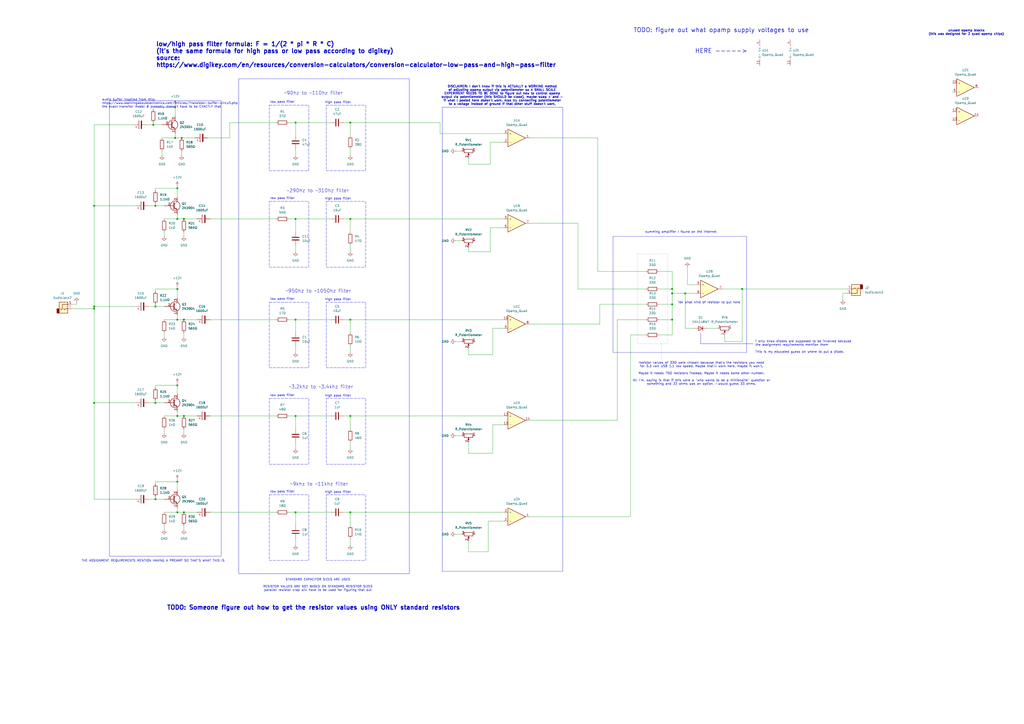
<source format=kicad_sch>
(kicad_sch
	(version 20231120)
	(generator "eeschema")
	(generator_version "8.0")
	(uuid "55ba40a8-7d2c-4f8b-8157-15eb9b1c8d07")
	(paper "A2")
	
	(junction
		(at 102.87 297.18)
		(diameter 0)
		(color 0 0 0 0)
		(uuid "0d370430-0271-4eda-9707-b85b80df34e2")
	)
	(junction
		(at 101.6 80.01)
		(diameter 0)
		(color 0 0 0 0)
		(uuid "110887f4-c4dc-4100-ac5e-f478600f262c")
	)
	(junction
		(at 203.2 297.18)
		(diameter 0)
		(color 0 0 0 0)
		(uuid "176863a2-2e1d-41a0-ab91-a9a7f5a75746")
	)
	(junction
		(at 106.68 127)
		(diameter 0)
		(color 0 0 0 0)
		(uuid "1ff19e4f-af87-4529-9a6d-92bdc99f8bf6")
	)
	(junction
		(at 101.6 62.23)
		(diameter 0)
		(color 0 0 0 0)
		(uuid "2777ecd4-f95a-41c1-834a-f83563c41c40")
	)
	(junction
		(at 102.87 223.52)
		(diameter 0)
		(color 0 0 0 0)
		(uuid "2d18dad2-1951-48b2-8869-a44de9a725d1")
	)
	(junction
		(at 203.2 71.12)
		(diameter 0)
		(color 0 0 0 0)
		(uuid "2f01229c-8698-4021-be78-314c45acf6c6")
	)
	(junction
		(at 54.61 177.8)
		(diameter 0)
		(color 0 0 0 0)
		(uuid "41d9be37-e85f-4b9f-a400-9a570cd0dcb0")
	)
	(junction
		(at 102.87 241.3)
		(diameter 0)
		(color 0 0 0 0)
		(uuid "44429577-9cf8-44dc-9c2d-5629c08b9db7")
	)
	(junction
		(at 102.87 109.22)
		(diameter 0)
		(color 0 0 0 0)
		(uuid "474ad06b-2c9f-4f49-a791-9f05f33d3e3f")
	)
	(junction
		(at 90.17 177.8)
		(diameter 0)
		(color 0 0 0 0)
		(uuid "49e15721-9b81-479a-bca8-b39c96f95954")
	)
	(junction
		(at 171.45 241.3)
		(diameter 0)
		(color 0 0 0 0)
		(uuid "5617a7ad-a950-4334-8a47-3209cba037b4")
	)
	(junction
		(at 54.61 233.68)
		(diameter 0)
		(color 0 0 0 0)
		(uuid "5ac9bf9e-ff55-4326-9822-b81b045e8aa4")
	)
	(junction
		(at 102.87 127)
		(diameter 0)
		(color 0 0 0 0)
		(uuid "5f4c9b23-4f91-4bc5-83e3-e3aed2f6cf67")
	)
	(junction
		(at 389.89 185.42)
		(diameter 0)
		(color 0 0 0 0)
		(uuid "66029f67-6669-4342-8f21-aa83b435eca1")
	)
	(junction
		(at 389.89 170.18)
		(diameter 0)
		(color 0 0 0 0)
		(uuid "69ccbc95-4b1d-491c-af77-3c2c4a94cd8e")
	)
	(junction
		(at 106.68 297.18)
		(diameter 0)
		(color 0 0 0 0)
		(uuid "6d827b77-877a-4552-99f2-6fcd3253c006")
	)
	(junction
		(at 430.53 167.64)
		(diameter 0)
		(color 0 0 0 0)
		(uuid "6e52ca44-60a2-4dd5-8a96-4ce8b66279d0")
	)
	(junction
		(at 90.17 119.38)
		(diameter 0)
		(color 0 0 0 0)
		(uuid "716a4b0b-c3d1-47cf-ba4b-6445e00161df")
	)
	(junction
		(at 54.61 179.07)
		(diameter 0)
		(color 0 0 0 0)
		(uuid "7e8029a8-6451-4b2a-9a6b-53c940f2cabc")
	)
	(junction
		(at 90.17 289.56)
		(diameter 0)
		(color 0 0 0 0)
		(uuid "7f0d13ae-834b-419c-abed-70fe05ef9a11")
	)
	(junction
		(at 90.17 233.68)
		(diameter 0)
		(color 0 0 0 0)
		(uuid "84538d7b-b6bf-48ad-9d24-2042ac20aefb")
	)
	(junction
		(at 106.68 241.3)
		(diameter 0)
		(color 0 0 0 0)
		(uuid "86c7d67f-be71-4b9c-927a-a88040776fa1")
	)
	(junction
		(at 102.87 167.64)
		(diameter 0)
		(color 0 0 0 0)
		(uuid "8970a682-2cda-446b-af05-78544296438d")
	)
	(junction
		(at 397.51 170.18)
		(diameter 0)
		(color 0 0 0 0)
		(uuid "8af988c0-8a53-4cf7-a2e2-8d42307345f1")
	)
	(junction
		(at 203.2 127)
		(diameter 0)
		(color 0 0 0 0)
		(uuid "8b02447f-e7ed-441d-b92f-d928946422e5")
	)
	(junction
		(at 106.68 185.42)
		(diameter 0)
		(color 0 0 0 0)
		(uuid "8fd04e87-70d7-4a46-adf4-fb5b7d13c0ee")
	)
	(junction
		(at 203.2 185.42)
		(diameter 0)
		(color 0 0 0 0)
		(uuid "a0d8919d-805a-480a-977a-ffd942d8af31")
	)
	(junction
		(at 389.89 167.64)
		(diameter 0)
		(color 0 0 0 0)
		(uuid "a3f71398-fd1d-418d-84a4-7c66139e417a")
	)
	(junction
		(at 88.9 72.39)
		(diameter 0)
		(color 0 0 0 0)
		(uuid "a4fada3c-17f1-40e9-8fa8-d08612e9270b")
	)
	(junction
		(at 389.89 176.53)
		(diameter 0)
		(color 0 0 0 0)
		(uuid "aa152213-d38b-4005-a609-2633e2385d40")
	)
	(junction
		(at 171.45 185.42)
		(diameter 0)
		(color 0 0 0 0)
		(uuid "afd9725f-4717-44e3-9734-435dadfa9bd0")
	)
	(junction
		(at 171.45 71.12)
		(diameter 0)
		(color 0 0 0 0)
		(uuid "bf726541-28ca-4d26-be9d-683d79a25de0")
	)
	(junction
		(at 105.41 80.01)
		(diameter 0)
		(color 0 0 0 0)
		(uuid "c10f94df-9f14-4a6d-8035-ceaf240f4846")
	)
	(junction
		(at 54.61 119.38)
		(diameter 0)
		(color 0 0 0 0)
		(uuid "d30baa0b-e884-45ab-aaa9-28035313072e")
	)
	(junction
		(at 102.87 185.42)
		(diameter 0)
		(color 0 0 0 0)
		(uuid "e3d965a0-ecac-4b71-b692-f10c56a391da")
	)
	(junction
		(at 203.2 241.3)
		(diameter 0)
		(color 0 0 0 0)
		(uuid "f59d6274-14cf-4ac7-a890-c9daae406622")
	)
	(junction
		(at 102.87 279.4)
		(diameter 0)
		(color 0 0 0 0)
		(uuid "f6557905-6fc9-491f-a07b-184a72ff1c57")
	)
	(junction
		(at 171.45 127)
		(diameter 0)
		(color 0 0 0 0)
		(uuid "fc743058-1c1d-4d95-b2a8-956c19c2f67f")
	)
	(junction
		(at 171.45 297.18)
		(diameter 0)
		(color 0 0 0 0)
		(uuid "fee407be-0f48-4fb1-b8ca-b4872b05f2d7")
	)
	(wire
		(pts
			(xy 203.2 185.42) (xy 203.2 193.04)
		)
		(stroke
			(width 0)
			(type default)
		)
		(uuid "014830cb-31e0-45cf-8af1-78b2f599c8a7")
	)
	(wire
		(pts
			(xy 102.87 279.4) (xy 102.87 284.48)
		)
		(stroke
			(width 0)
			(type default)
		)
		(uuid "037efe4d-8ad4-456e-b335-4595083b86f6")
	)
	(wire
		(pts
			(xy 133.35 71.12) (xy 160.02 71.12)
		)
		(stroke
			(width 0)
			(type default)
		)
		(uuid "03a64741-b539-49df-87c3-a71041f6693b")
	)
	(wire
		(pts
			(xy 95.25 304.8) (xy 95.25 307.34)
		)
		(stroke
			(width 0)
			(type default)
		)
		(uuid "0515cbe4-ec47-473f-81ba-b55603bbb4b6")
	)
	(wire
		(pts
			(xy 264.16 198.12) (xy 267.97 198.12)
		)
		(stroke
			(width 0)
			(type default)
		)
		(uuid "05212395-4d67-4ca0-8f8a-d5a1c499f0c6")
	)
	(wire
		(pts
			(xy 102.87 278.13) (xy 102.87 279.4)
		)
		(stroke
			(width 0)
			(type default)
		)
		(uuid "05347881-4794-49f1-9389-194224f4908f")
	)
	(wire
		(pts
			(xy 101.6 77.47) (xy 101.6 80.01)
		)
		(stroke
			(width 0)
			(type default)
		)
		(uuid "053fbb8a-9c4a-4eaa-9727-63b213f591d8")
	)
	(wire
		(pts
			(xy 347.98 187.96) (xy 347.98 176.53)
		)
		(stroke
			(width 0)
			(type default)
		)
		(uuid "062dfbb2-5dae-45d3-8b88-eabe1f951dd8")
	)
	(wire
		(pts
			(xy 285.75 205.74) (xy 285.75 190.5)
		)
		(stroke
			(width 0)
			(type default)
		)
		(uuid "06d3ec7f-28af-4314-abaf-bc3b821e8b6c")
	)
	(wire
		(pts
			(xy 264.16 252.73) (xy 267.97 252.73)
		)
		(stroke
			(width 0)
			(type default)
		)
		(uuid "076f7b17-13a9-4de1-80cd-8a21d51f7689")
	)
	(wire
		(pts
			(xy 106.68 241.3) (xy 114.3 241.3)
		)
		(stroke
			(width 0)
			(type default)
		)
		(uuid "078b029a-6c85-4a3b-acca-dfaf93d31407")
	)
	(wire
		(pts
			(xy 420.37 194.31) (xy 420.37 198.12)
		)
		(stroke
			(width 0)
			(type default)
		)
		(uuid "079d17fc-29e2-4d73-bd22-44da81280318")
	)
	(wire
		(pts
			(xy 95.25 193.04) (xy 95.25 195.58)
		)
		(stroke
			(width 0)
			(type default)
		)
		(uuid "07b23d2d-054d-47d8-9ad0-f6f9370c876a")
	)
	(wire
		(pts
			(xy 102.87 127) (xy 106.68 127)
		)
		(stroke
			(width 0)
			(type default)
		)
		(uuid "07cf467b-5888-43b5-bbc4-d5fa2ca789de")
	)
	(wire
		(pts
			(xy 365.76 194.31) (xy 374.65 194.31)
		)
		(stroke
			(width 0)
			(type default)
		)
		(uuid "07fe32e7-1134-4e4b-ab9f-20dda5251608")
	)
	(wire
		(pts
			(xy 120.65 80.01) (xy 133.35 80.01)
		)
		(stroke
			(width 0)
			(type default)
		)
		(uuid "085cd734-3870-428b-9186-feb700f3a22f")
	)
	(wire
		(pts
			(xy 203.2 248.92) (xy 203.2 241.3)
		)
		(stroke
			(width 0)
			(type default)
		)
		(uuid "090a501c-6a37-4e45-ae5a-8a662b6b7758")
	)
	(wire
		(pts
			(xy 86.36 177.8) (xy 90.17 177.8)
		)
		(stroke
			(width 0)
			(type default)
		)
		(uuid "0987b294-b2a4-44a4-bda1-9a39a6fdabfd")
	)
	(wire
		(pts
			(xy 167.64 241.3) (xy 171.45 241.3)
		)
		(stroke
			(width 0)
			(type default)
		)
		(uuid "0b720ce4-28aa-4e07-be89-20cc7643c71f")
	)
	(wire
		(pts
			(xy 77.47 72.39) (xy 54.61 72.39)
		)
		(stroke
			(width 0)
			(type default)
		)
		(uuid "0d029e5a-b41b-4a3a-9054-7750d9766330")
	)
	(wire
		(pts
			(xy 171.45 71.12) (xy 171.45 78.74)
		)
		(stroke
			(width 0)
			(type default)
		)
		(uuid "0d777cef-b0ef-4739-b54d-a35346e20cb5")
	)
	(wire
		(pts
			(xy 284.48 146.05) (xy 284.48 132.08)
		)
		(stroke
			(width 0)
			(type default)
		)
		(uuid "11757243-e624-4e9c-800f-08c96ec33493")
	)
	(wire
		(pts
			(xy 382.27 176.53) (xy 389.89 176.53)
		)
		(stroke
			(width 0)
			(type default)
		)
		(uuid "1279a1f8-c245-4ea5-a949-91256a77c39f")
	)
	(wire
		(pts
			(xy 284.48 95.25) (xy 284.48 82.55)
		)
		(stroke
			(width 0)
			(type default)
		)
		(uuid "14600ade-8874-4b5e-90e4-dccbd8bdf16f")
	)
	(wire
		(pts
			(xy 106.68 297.18) (xy 114.3 297.18)
		)
		(stroke
			(width 0)
			(type default)
		)
		(uuid "154b7fa9-f560-48d6-a590-d3b5907fff8d")
	)
	(wire
		(pts
			(xy 102.87 109.22) (xy 102.87 114.3)
		)
		(stroke
			(width 0)
			(type default)
		)
		(uuid "1613cc18-3547-4bcb-a474-616bb98398ba")
	)
	(wire
		(pts
			(xy 86.36 233.68) (xy 90.17 233.68)
		)
		(stroke
			(width 0)
			(type default)
		)
		(uuid "163b7d0f-1cec-4643-85ed-4676fb222fe6")
	)
	(wire
		(pts
			(xy 203.2 185.42) (xy 199.39 185.42)
		)
		(stroke
			(width 0)
			(type default)
		)
		(uuid "17253c17-ad72-4d1d-bd05-610695d7444e")
	)
	(wire
		(pts
			(xy 430.53 198.12) (xy 430.53 167.64)
		)
		(stroke
			(width 0)
			(type default)
		)
		(uuid "1b9cfa43-829d-42a4-a946-95877e886079")
	)
	(wire
		(pts
			(xy 95.25 248.92) (xy 95.25 251.46)
		)
		(stroke
			(width 0)
			(type default)
		)
		(uuid "1c02d91a-cb48-4e07-8647-8f2a57f4f130")
	)
	(wire
		(pts
			(xy 121.92 241.3) (xy 160.02 241.3)
		)
		(stroke
			(width 0)
			(type default)
		)
		(uuid "1d1e6330-2bcd-416c-926d-74dbcd612b50")
	)
	(wire
		(pts
			(xy 88.9 72.39) (xy 93.98 72.39)
		)
		(stroke
			(width 0)
			(type default)
		)
		(uuid "1e56096b-6c6d-4f96-b57e-4e237026211e")
	)
	(wire
		(pts
			(xy 102.87 297.18) (xy 106.68 297.18)
		)
		(stroke
			(width 0)
			(type default)
		)
		(uuid "1fb57954-e158-4839-b24e-cbfd07036a4d")
	)
	(wire
		(pts
			(xy 54.61 177.8) (xy 54.61 179.07)
		)
		(stroke
			(width 0)
			(type default)
		)
		(uuid "217bdeea-bf26-41a9-8a14-a4c1eb01c21b")
	)
	(wire
		(pts
			(xy 93.98 80.01) (xy 101.6 80.01)
		)
		(stroke
			(width 0)
			(type default)
		)
		(uuid "21b9690e-abd8-4efc-a06a-c89b0a231702")
	)
	(wire
		(pts
			(xy 255.27 71.12) (xy 255.27 77.47)
		)
		(stroke
			(width 0)
			(type default)
		)
		(uuid "21ebb7bb-0279-4f25-b650-5715fa7d1893")
	)
	(wire
		(pts
			(xy 102.87 166.37) (xy 102.87 167.64)
		)
		(stroke
			(width 0)
			(type default)
		)
		(uuid "22a49e9b-5dd4-4d1b-8586-7758b8c0dc76")
	)
	(wire
		(pts
			(xy 203.2 71.12) (xy 199.39 71.12)
		)
		(stroke
			(width 0)
			(type default)
		)
		(uuid "234c9215-6af1-40af-99d6-7e0af24bcce4")
	)
	(wire
		(pts
			(xy 271.78 256.54) (xy 271.78 262.89)
		)
		(stroke
			(width 0)
			(type default)
		)
		(uuid "239adeab-4064-410c-af11-f839878c6b52")
	)
	(wire
		(pts
			(xy 488.95 173.99) (xy 488.95 170.18)
		)
		(stroke
			(width 0)
			(type default)
		)
		(uuid "23fb29f3-1571-4c81-a5a0-5a19c0fc965b")
	)
	(wire
		(pts
			(xy 105.41 87.63) (xy 105.41 90.17)
		)
		(stroke
			(width 0)
			(type default)
		)
		(uuid "2460a34e-04fb-4764-8763-4b44dacd0e32")
	)
	(wire
		(pts
			(xy 95.25 185.42) (xy 102.87 185.42)
		)
		(stroke
			(width 0)
			(type default)
		)
		(uuid "28532d68-61a5-46de-9db4-b31c02049b93")
	)
	(wire
		(pts
			(xy 397.51 170.18) (xy 397.51 190.5)
		)
		(stroke
			(width 0)
			(type default)
		)
		(uuid "2a69acec-5d71-4748-91b8-e17e1504baf6")
	)
	(wire
		(pts
			(xy 271.78 95.25) (xy 284.48 95.25)
		)
		(stroke
			(width 0)
			(type default)
		)
		(uuid "2bb1c4bb-dd33-4ec6-8a26-0b8f099d579c")
	)
	(wire
		(pts
			(xy 54.61 233.68) (xy 54.61 289.56)
		)
		(stroke
			(width 0)
			(type default)
		)
		(uuid "2bee01a9-442f-4d7e-9f21-972717dfde6d")
	)
	(wire
		(pts
			(xy 346.71 80.01) (xy 346.71 157.48)
		)
		(stroke
			(width 0)
			(type default)
		)
		(uuid "2c08ce09-a344-4c9a-a351-586dca5fa3c6")
	)
	(wire
		(pts
			(xy 335.28 129.54) (xy 335.28 167.64)
		)
		(stroke
			(width 0)
			(type default)
		)
		(uuid "317d923e-8e63-43e4-8460-b118af0336a3")
	)
	(wire
		(pts
			(xy 203.2 142.24) (xy 203.2 146.05)
		)
		(stroke
			(width 0)
			(type default)
		)
		(uuid "333e2714-88a7-4520-9038-26c4cec016ed")
	)
	(wire
		(pts
			(xy 95.25 297.18) (xy 102.87 297.18)
		)
		(stroke
			(width 0)
			(type default)
		)
		(uuid "354152bb-4c7c-491b-a023-e460410eab81")
	)
	(wire
		(pts
			(xy 90.17 232.41) (xy 90.17 233.68)
		)
		(stroke
			(width 0)
			(type default)
		)
		(uuid "35748120-499f-4bf6-9865-8575ce16a490")
	)
	(wire
		(pts
			(xy 101.6 62.23) (xy 88.9 62.23)
		)
		(stroke
			(width 0)
			(type default)
		)
		(uuid "35bec654-72cc-4fe5-b703-e26d32cc755e")
	)
	(wire
		(pts
			(xy 101.6 62.23) (xy 101.6 67.31)
		)
		(stroke
			(width 0)
			(type default)
		)
		(uuid "36e1b690-ff14-4a25-8173-6f2702e9b97c")
	)
	(wire
		(pts
			(xy 264.16 87.63) (xy 267.97 87.63)
		)
		(stroke
			(width 0)
			(type default)
		)
		(uuid "38aef233-a266-4f95-9d87-3d4cf10b8302")
	)
	(wire
		(pts
			(xy 171.45 241.3) (xy 191.77 241.3)
		)
		(stroke
			(width 0)
			(type default)
		)
		(uuid "38b5cb39-03f3-4998-8726-0146bc8da1d8")
	)
	(wire
		(pts
			(xy 86.36 289.56) (xy 90.17 289.56)
		)
		(stroke
			(width 0)
			(type default)
		)
		(uuid "39e658ea-3f82-4e75-80ed-c8854d1d88dd")
	)
	(wire
		(pts
			(xy 403.86 170.18) (xy 397.51 170.18)
		)
		(stroke
			(width 0)
			(type default)
		)
		(uuid "3d71091f-1141-4d61-b2df-2cdaa78c27cd")
	)
	(wire
		(pts
			(xy 382.27 157.48) (xy 389.89 157.48)
		)
		(stroke
			(width 0)
			(type default)
		)
		(uuid "3f385c48-6606-4a4f-afa0-167ddd5f2a6a")
	)
	(wire
		(pts
			(xy 90.17 279.4) (xy 90.17 280.67)
		)
		(stroke
			(width 0)
			(type default)
		)
		(uuid "422730ee-4391-49cf-91f1-d91b37f14f0e")
	)
	(wire
		(pts
			(xy 420.37 198.12) (xy 430.53 198.12)
		)
		(stroke
			(width 0)
			(type default)
		)
		(uuid "42ee68bb-3ec0-4ffc-9eaf-c94e89388e0f")
	)
	(wire
		(pts
			(xy 358.14 243.84) (xy 358.14 185.42)
		)
		(stroke
			(width 0)
			(type default)
		)
		(uuid "434bad07-970c-4c83-a8ee-b4e7e1e9ebdb")
	)
	(wire
		(pts
			(xy 102.87 167.64) (xy 90.17 167.64)
		)
		(stroke
			(width 0)
			(type default)
		)
		(uuid "4454e715-862e-44f7-8f97-fe2b052fbdd7")
	)
	(wire
		(pts
			(xy 102.87 185.42) (xy 106.68 185.42)
		)
		(stroke
			(width 0)
			(type default)
		)
		(uuid "4596885d-f1e3-4672-9bbd-bd3776d49393")
	)
	(wire
		(pts
			(xy 271.78 313.69) (xy 271.78 320.04)
		)
		(stroke
			(width 0)
			(type default)
		)
		(uuid "45ca9fb8-8bb0-4e7e-9433-248798b9618d")
	)
	(wire
		(pts
			(xy 106.68 193.04) (xy 106.68 195.58)
		)
		(stroke
			(width 0)
			(type default)
		)
		(uuid "46b7f50f-fd2f-460d-946f-5714f3d8ea64")
	)
	(wire
		(pts
			(xy 203.2 127) (xy 292.1 127)
		)
		(stroke
			(width 0)
			(type default)
		)
		(uuid "46fa550e-37b4-4edf-8a56-32cc86c2117f")
	)
	(wire
		(pts
			(xy 389.89 194.31) (xy 389.89 185.42)
		)
		(stroke
			(width 0)
			(type default)
		)
		(uuid "485516b2-3852-4b85-8117-25ed82e6f1fc")
	)
	(wire
		(pts
			(xy 102.87 167.64) (xy 102.87 172.72)
		)
		(stroke
			(width 0)
			(type default)
		)
		(uuid "4925bcb1-2df0-4700-8845-f42d45c8a935")
	)
	(wire
		(pts
			(xy 203.2 71.12) (xy 255.27 71.12)
		)
		(stroke
			(width 0)
			(type default)
		)
		(uuid "4af96978-a0d4-4f40-82b5-1813fb750b6e")
	)
	(wire
		(pts
			(xy 106.68 304.8) (xy 106.68 307.34)
		)
		(stroke
			(width 0)
			(type default)
		)
		(uuid "4e603fce-36af-4310-afdf-1fa356d2dc94")
	)
	(wire
		(pts
			(xy 106.68 134.62) (xy 106.68 137.16)
		)
		(stroke
			(width 0)
			(type default)
		)
		(uuid "4ebf370b-6bae-4d9c-a9ef-0b1115c6324d")
	)
	(wire
		(pts
			(xy 171.45 127) (xy 171.45 134.62)
		)
		(stroke
			(width 0)
			(type default)
		)
		(uuid "50abca81-fc44-46bc-b2c5-b236a1dae737")
	)
	(wire
		(pts
			(xy 88.9 62.23) (xy 88.9 63.5)
		)
		(stroke
			(width 0)
			(type default)
		)
		(uuid "5229860b-bfb1-4bd4-8548-865d47d7491b")
	)
	(wire
		(pts
			(xy 285.75 246.38) (xy 292.1 246.38)
		)
		(stroke
			(width 0)
			(type default)
		)
		(uuid "5230fa4b-005f-4a05-ac2d-399218a22b61")
	)
	(wire
		(pts
			(xy 271.78 262.89) (xy 285.75 262.89)
		)
		(stroke
			(width 0)
			(type default)
		)
		(uuid "572dd2c6-dafe-4c23-998a-7463b6627945")
	)
	(wire
		(pts
			(xy 121.92 127) (xy 160.02 127)
		)
		(stroke
			(width 0)
			(type default)
		)
		(uuid "57ae4a1b-56c3-41e2-bc5a-477463978cc9")
	)
	(wire
		(pts
			(xy 365.76 299.72) (xy 365.76 194.31)
		)
		(stroke
			(width 0)
			(type default)
		)
		(uuid "5914438a-4d85-47d9-8bdf-297a6f27eb80")
	)
	(wire
		(pts
			(xy 95.25 134.62) (xy 95.25 137.16)
		)
		(stroke
			(width 0)
			(type default)
		)
		(uuid "59ddc606-34c3-403f-8177-839a74aaf989")
	)
	(wire
		(pts
			(xy 199.39 127) (xy 203.2 127)
		)
		(stroke
			(width 0)
			(type default)
		)
		(uuid "5b55578c-3b54-41ad-b51d-4e62a7359a4b")
	)
	(wire
		(pts
			(xy 167.64 185.42) (xy 171.45 185.42)
		)
		(stroke
			(width 0)
			(type default)
		)
		(uuid "5b72cf31-bbd7-4e63-a29f-a9a1b292b6b1")
	)
	(wire
		(pts
			(xy 284.48 82.55) (xy 292.1 82.55)
		)
		(stroke
			(width 0)
			(type default)
		)
		(uuid "618860eb-754d-4bbf-bd4b-dbd1cc0bc335")
	)
	(wire
		(pts
			(xy 95.25 127) (xy 102.87 127)
		)
		(stroke
			(width 0)
			(type default)
		)
		(uuid "645122a6-a492-44e3-9ef7-a077351298c9")
	)
	(wire
		(pts
			(xy 102.87 124.46) (xy 102.87 127)
		)
		(stroke
			(width 0)
			(type default)
		)
		(uuid "665ebfad-6dcd-4c4d-b0d1-c749c09aabd9")
	)
	(wire
		(pts
			(xy 90.17 233.68) (xy 95.25 233.68)
		)
		(stroke
			(width 0)
			(type default)
		)
		(uuid "673507df-ae17-48be-a44f-65deabd17807")
	)
	(wire
		(pts
			(xy 203.2 297.18) (xy 199.39 297.18)
		)
		(stroke
			(width 0)
			(type default)
		)
		(uuid "67653e09-7895-49be-a3cb-d145aa016dbe")
	)
	(wire
		(pts
			(xy 307.34 129.54) (xy 335.28 129.54)
		)
		(stroke
			(width 0)
			(type default)
		)
		(uuid "67a19acb-a390-4d65-aa58-969ee61a818b")
	)
	(wire
		(pts
			(xy 167.64 71.12) (xy 171.45 71.12)
		)
		(stroke
			(width 0)
			(type default)
		)
		(uuid "6854b1ae-5bee-4f07-becf-371525b7a0d6")
	)
	(wire
		(pts
			(xy 358.14 185.42) (xy 374.65 185.42)
		)
		(stroke
			(width 0)
			(type default)
		)
		(uuid "6a840906-c2c0-4263-830b-cd4ccde49c48")
	)
	(wire
		(pts
			(xy 54.61 72.39) (xy 54.61 119.38)
		)
		(stroke
			(width 0)
			(type default)
		)
		(uuid "6b204dbb-6741-4334-913c-d713b5890f89")
	)
	(wire
		(pts
			(xy 203.2 134.62) (xy 203.2 127)
		)
		(stroke
			(width 0)
			(type default)
		)
		(uuid "6b374085-2e04-41e6-9792-e39a0d4b6a99")
	)
	(wire
		(pts
			(xy 171.45 200.66) (xy 171.45 204.47)
		)
		(stroke
			(width 0)
			(type default)
		)
		(uuid "6bc4d808-fe37-4b97-a5dd-6279a1f74067")
	)
	(wire
		(pts
			(xy 347.98 176.53) (xy 374.65 176.53)
		)
		(stroke
			(width 0)
			(type default)
		)
		(uuid "6c288ede-79ca-433c-b034-37f9a4651a36")
	)
	(wire
		(pts
			(xy 167.64 127) (xy 171.45 127)
		)
		(stroke
			(width 0)
			(type default)
		)
		(uuid "6c713e37-6ed4-4fbb-b5fe-89e61a7e1eb1")
	)
	(wire
		(pts
			(xy 203.2 256.54) (xy 203.2 260.35)
		)
		(stroke
			(width 0)
			(type default)
		)
		(uuid "6dbaba46-ea9d-4979-9620-9ab8d54d02dc")
	)
	(wire
		(pts
			(xy 271.78 91.44) (xy 271.78 95.25)
		)
		(stroke
			(width 0)
			(type default)
		)
		(uuid "6ed3ece0-b58f-4100-bc39-7e5d1f3f479d")
	)
	(wire
		(pts
			(xy 44.45 175.26) (xy 44.45 176.53)
		)
		(stroke
			(width 0)
			(type default)
		)
		(uuid "761bfcb4-a60e-4697-98c4-b92795fc4655")
	)
	(wire
		(pts
			(xy 90.17 288.29) (xy 90.17 289.56)
		)
		(stroke
			(width 0)
			(type default)
		)
		(uuid "7d2de78d-506c-4f91-947a-5b0884dd55f3")
	)
	(wire
		(pts
			(xy 102.87 241.3) (xy 106.68 241.3)
		)
		(stroke
			(width 0)
			(type default)
		)
		(uuid "7e6e9b59-02e8-45df-a3ff-e5406335f85b")
	)
	(wire
		(pts
			(xy 90.17 118.11) (xy 90.17 119.38)
		)
		(stroke
			(width 0)
			(type default)
		)
		(uuid "7f3142f8-3ac1-43df-965c-0c6b80223365")
	)
	(wire
		(pts
			(xy 382.27 185.42) (xy 389.89 185.42)
		)
		(stroke
			(width 0)
			(type default)
		)
		(uuid "81e221ec-efe3-4dd1-a368-318178418161")
	)
	(wire
		(pts
			(xy 54.61 119.38) (xy 78.74 119.38)
		)
		(stroke
			(width 0)
			(type default)
		)
		(uuid "8331be45-762c-4aaf-9e88-1915b130c629")
	)
	(wire
		(pts
			(xy 203.2 304.8) (xy 203.2 297.18)
		)
		(stroke
			(width 0)
			(type default)
		)
		(uuid "85590450-5e64-4751-ac58-2497a20fa38b")
	)
	(wire
		(pts
			(xy 398.78 154.94) (xy 398.78 165.1)
		)
		(stroke
			(width 0)
			(type default)
		)
		(uuid "85bff956-da71-45b9-a3b2-c2f38b17b9b0")
	)
	(wire
		(pts
			(xy 54.61 119.38) (xy 54.61 177.8)
		)
		(stroke
			(width 0)
			(type default)
		)
		(uuid "898affb9-5a92-4489-8d25-b91d072ef6ed")
	)
	(wire
		(pts
			(xy 346.71 157.48) (xy 374.65 157.48)
		)
		(stroke
			(width 0)
			(type default)
		)
		(uuid "8993f70e-06e4-4344-9ea5-f50508cbb79c")
	)
	(wire
		(pts
			(xy 307.34 299.72) (xy 365.76 299.72)
		)
		(stroke
			(width 0)
			(type default)
		)
		(uuid "8aa8854e-958d-4826-a065-2e20c0dbd765")
	)
	(wire
		(pts
			(xy 102.87 182.88) (xy 102.87 185.42)
		)
		(stroke
			(width 0)
			(type default)
		)
		(uuid "8d0ce38e-77aa-4904-970d-538fbe96ba0e")
	)
	(wire
		(pts
			(xy 203.2 200.66) (xy 203.2 204.47)
		)
		(stroke
			(width 0)
			(type default)
		)
		(uuid "8d75d0ce-7432-4350-bf5c-58044f2bc4be")
	)
	(wire
		(pts
			(xy 264.16 309.88) (xy 267.97 309.88)
		)
		(stroke
			(width 0)
			(type default)
		)
		(uuid "94804d31-0095-422c-869b-6be49a4053f9")
	)
	(wire
		(pts
			(xy 90.17 176.53) (xy 90.17 177.8)
		)
		(stroke
			(width 0)
			(type default)
		)
		(uuid "992355e6-56fa-4b80-851a-9929e3f9d130")
	)
	(wire
		(pts
			(xy 101.6 60.96) (xy 101.6 62.23)
		)
		(stroke
			(width 0)
			(type default)
		)
		(uuid "9a2aae82-ee56-4640-90a4-3338f34e7f5c")
	)
	(wire
		(pts
			(xy 102.87 279.4) (xy 90.17 279.4)
		)
		(stroke
			(width 0)
			(type default)
		)
		(uuid "9c3f97d0-daa1-4de7-9228-207a8d7d800b")
	)
	(wire
		(pts
			(xy 171.45 185.42) (xy 191.77 185.42)
		)
		(stroke
			(width 0)
			(type default)
		)
		(uuid "9fcc7afe-a886-4c4b-af62-af61d87c1f04")
	)
	(wire
		(pts
			(xy 171.45 86.36) (xy 171.45 90.17)
		)
		(stroke
			(width 0)
			(type default)
		)
		(uuid "9fcf0b2a-6be1-447c-8140-3d7b4648718a")
	)
	(wire
		(pts
			(xy 171.45 312.42) (xy 171.45 316.23)
		)
		(stroke
			(width 0)
			(type default)
		)
		(uuid "a2372ec8-d760-4294-877a-719692e1a7d1")
	)
	(wire
		(pts
			(xy 203.2 241.3) (xy 199.39 241.3)
		)
		(stroke
			(width 0)
			(type default)
		)
		(uuid "a25d68e5-f0ca-46f7-8d6a-d64987b78cc5")
	)
	(wire
		(pts
			(xy 307.34 243.84) (xy 358.14 243.84)
		)
		(stroke
			(width 0)
			(type default)
		)
		(uuid "a34c1d23-a4cc-4d03-886b-2e662f065f35")
	)
	(wire
		(pts
			(xy 271.78 201.93) (xy 271.78 205.74)
		)
		(stroke
			(width 0)
			(type default)
		)
		(uuid "a3c4a1a3-4c04-4060-9426-fbe751f65bf2")
	)
	(wire
		(pts
			(xy 389.89 185.42) (xy 389.89 176.53)
		)
		(stroke
			(width 0)
			(type default)
		)
		(uuid "a3e5228d-0567-48e8-ab4b-7fd190b50b08")
	)
	(wire
		(pts
			(xy 90.17 289.56) (xy 95.25 289.56)
		)
		(stroke
			(width 0)
			(type default)
		)
		(uuid "a40db090-b51d-44f8-8db4-b3a3efaccaff")
	)
	(wire
		(pts
			(xy 398.78 165.1) (xy 403.86 165.1)
		)
		(stroke
			(width 0)
			(type default)
		)
		(uuid "a4657f04-7fbe-4f3f-9402-f51315983da2")
	)
	(wire
		(pts
			(xy 271.78 143.51) (xy 271.78 146.05)
		)
		(stroke
			(width 0)
			(type default)
		)
		(uuid "a4718f5d-59b5-4b7a-8a4e-e86fa2326c91")
	)
	(wire
		(pts
			(xy 121.92 297.18) (xy 160.02 297.18)
		)
		(stroke
			(width 0)
			(type default)
		)
		(uuid "a4ceb7f8-4283-4acd-92af-fd4626fb1ef3")
	)
	(wire
		(pts
			(xy 382.27 194.31) (xy 389.89 194.31)
		)
		(stroke
			(width 0)
			(type default)
		)
		(uuid "a840cd85-e779-44ef-93f4-5a20aa1e89d7")
	)
	(wire
		(pts
			(xy 283.21 302.26) (xy 292.1 302.26)
		)
		(stroke
			(width 0)
			(type default)
		)
		(uuid "aa6703b1-d1be-4b1e-8e8d-82485c855694")
	)
	(wire
		(pts
			(xy 255.27 77.47) (xy 292.1 77.47)
		)
		(stroke
			(width 0)
			(type default)
		)
		(uuid "ac9fb88b-3763-4932-ae28-8249810a08be")
	)
	(wire
		(pts
			(xy 488.95 170.18) (xy 491.49 170.18)
		)
		(stroke
			(width 0)
			(type default)
		)
		(uuid "af0be24d-959e-4f29-99d7-773f65dfa689")
	)
	(wire
		(pts
			(xy 106.68 127) (xy 114.3 127)
		)
		(stroke
			(width 0)
			(type default)
		)
		(uuid "b1cd520e-5d8d-4539-8be7-5356c473aee2")
	)
	(wire
		(pts
			(xy 389.89 176.53) (xy 389.89 170.18)
		)
		(stroke
			(width 0)
			(type default)
		)
		(uuid "b2ee8bef-6a9e-4ae4-8619-19f158f4a474")
	)
	(wire
		(pts
			(xy 171.45 185.42) (xy 171.45 193.04)
		)
		(stroke
			(width 0)
			(type default)
		)
		(uuid "b3068411-658d-48c0-9054-0f54557d6413")
	)
	(wire
		(pts
			(xy 397.51 170.18) (xy 389.89 170.18)
		)
		(stroke
			(width 0)
			(type default)
		)
		(uuid "b645a75d-6a16-4167-aa51-565932d1bd1c")
	)
	(wire
		(pts
			(xy 397.51 190.5) (xy 402.59 190.5)
		)
		(stroke
			(width 0)
			(type default)
		)
		(uuid "b671d9b3-1575-441f-b0a5-d5d39b4f6250")
	)
	(wire
		(pts
			(xy 105.41 80.01) (xy 113.03 80.01)
		)
		(stroke
			(width 0)
			(type default)
		)
		(uuid "b6bb6ee0-6c68-41d4-bdda-2e653a8455d4")
	)
	(wire
		(pts
			(xy 102.87 222.25) (xy 102.87 223.52)
		)
		(stroke
			(width 0)
			(type default)
		)
		(uuid "b83d6e62-9d0c-4d6f-b43d-76508e69cffa")
	)
	(wire
		(pts
			(xy 389.89 170.18) (xy 389.89 167.64)
		)
		(stroke
			(width 0)
			(type default)
		)
		(uuid "b8a90394-87ed-4c4f-abe3-5a0dfe107de3")
	)
	(wire
		(pts
			(xy 133.35 80.01) (xy 133.35 71.12)
		)
		(stroke
			(width 0)
			(type default)
		)
		(uuid "ba655a4f-befa-4de0-8627-45b30d9512d2")
	)
	(wire
		(pts
			(xy 171.45 71.12) (xy 191.77 71.12)
		)
		(stroke
			(width 0)
			(type default)
		)
		(uuid "bbc70ae1-c00d-48db-8868-aa6e566f445f")
	)
	(wire
		(pts
			(xy 203.2 86.36) (xy 203.2 90.17)
		)
		(stroke
			(width 0)
			(type default)
		)
		(uuid "bca6167a-5a01-4055-a126-cf42f93f7589")
	)
	(wire
		(pts
			(xy 171.45 256.54) (xy 171.45 260.35)
		)
		(stroke
			(width 0)
			(type default)
		)
		(uuid "bd0547f8-d43e-48ba-bf8a-56d6f6c89e51")
	)
	(wire
		(pts
			(xy 285.75 190.5) (xy 292.1 190.5)
		)
		(stroke
			(width 0)
			(type default)
		)
		(uuid "bdec5e88-d7f4-482b-9617-a23e4344d576")
	)
	(wire
		(pts
			(xy 285.75 262.89) (xy 285.75 246.38)
		)
		(stroke
			(width 0)
			(type default)
		)
		(uuid "be6efbb4-6583-426d-81c0-117671f56ba2")
	)
	(wire
		(pts
			(xy 271.78 320.04) (xy 283.21 320.04)
		)
		(stroke
			(width 0)
			(type default)
		)
		(uuid "bef2c1db-e04b-40f5-91a3-d8a3fdd14bed")
	)
	(wire
		(pts
			(xy 90.17 109.22) (xy 90.17 110.49)
		)
		(stroke
			(width 0)
			(type default)
		)
		(uuid "c0954640-5b11-484e-98ec-249b23436d0c")
	)
	(polyline
		(pts
			(xy 436.88 199.39) (xy 406.4 199.39)
		)
		(stroke
			(width 0)
			(type default)
		)
		(uuid "c4070f77-8f7c-4a56-abdf-fa6a8867808b")
	)
	(wire
		(pts
			(xy 264.16 139.7) (xy 267.97 139.7)
		)
		(stroke
			(width 0)
			(type default)
		)
		(uuid "c44611d1-204c-4890-b039-870aeff9a4b7")
	)
	(wire
		(pts
			(xy 271.78 146.05) (xy 284.48 146.05)
		)
		(stroke
			(width 0)
			(type default)
		)
		(uuid "c67b3435-805d-45b9-9939-d9e5b9d77126")
	)
	(wire
		(pts
			(xy 121.92 185.42) (xy 160.02 185.42)
		)
		(stroke
			(width 0)
			(type default)
		)
		(uuid "c6c15299-e0ab-4b8b-95e3-d9e7d38f91e5")
	)
	(wire
		(pts
			(xy 167.64 297.18) (xy 171.45 297.18)
		)
		(stroke
			(width 0)
			(type default)
		)
		(uuid "c73bc25e-8655-48de-91c9-214d6db7fee6")
	)
	(wire
		(pts
			(xy 410.21 190.5) (xy 416.56 190.5)
		)
		(stroke
			(width 0)
			(type default)
		)
		(uuid "c74d1fbe-ac5b-41d7-babb-88b43bed2988")
	)
	(wire
		(pts
			(xy 171.45 297.18) (xy 191.77 297.18)
		)
		(stroke
			(width 0)
			(type default)
		)
		(uuid "c8a804d4-ff9f-48a7-a1aa-6377cdb7cded")
	)
	(wire
		(pts
			(xy 389.89 167.64) (xy 389.89 157.48)
		)
		(stroke
			(width 0)
			(type default)
		)
		(uuid "c9263309-21a7-4156-ad58-fd4fd4bece3c")
	)
	(wire
		(pts
			(xy 171.45 241.3) (xy 171.45 248.92)
		)
		(stroke
			(width 0)
			(type default)
		)
		(uuid "cb511710-7e68-44f7-8823-b48156642a5c")
	)
	(wire
		(pts
			(xy 102.87 109.22) (xy 90.17 109.22)
		)
		(stroke
			(width 0)
			(type default)
		)
		(uuid "cc5db1df-d2ac-4546-a16c-4b7b82e2db32")
	)
	(wire
		(pts
			(xy 85.09 72.39) (xy 88.9 72.39)
		)
		(stroke
			(width 0)
			(type default)
		)
		(uuid "cecaa7a3-a63a-4fef-a720-f4641a73a94c")
	)
	(wire
		(pts
			(xy 54.61 289.56) (xy 78.74 289.56)
		)
		(stroke
			(width 0)
			(type default)
		)
		(uuid "d1da32b0-1ae5-4259-b4b5-aaa9059a336d")
	)
	(wire
		(pts
			(xy 93.98 87.63) (xy 93.98 90.17)
		)
		(stroke
			(width 0)
			(type default)
		)
		(uuid "d2b08790-3449-4e7f-b601-78cdca9d7d63")
	)
	(wire
		(pts
			(xy 430.53 167.64) (xy 491.49 167.64)
		)
		(stroke
			(width 0)
			(type default)
		)
		(uuid "d371260f-15c7-413a-98f5-249e07959007")
	)
	(wire
		(pts
			(xy 78.74 233.68) (xy 54.61 233.68)
		)
		(stroke
			(width 0)
			(type default)
		)
		(uuid "d53bea23-602a-4c57-a642-178934abc8e8")
	)
	(wire
		(pts
			(xy 102.87 107.95) (xy 102.87 109.22)
		)
		(stroke
			(width 0)
			(type default)
		)
		(uuid "d985e66f-7dbf-4e0c-afeb-c7a85d5f2672")
	)
	(wire
		(pts
			(xy 203.2 78.74) (xy 203.2 71.12)
		)
		(stroke
			(width 0)
			(type default)
		)
		(uuid "d9c8471d-cb7f-4002-a7ac-9f84f3c15440")
	)
	(wire
		(pts
			(xy 171.45 142.24) (xy 171.45 146.05)
		)
		(stroke
			(width 0)
			(type default)
		)
		(uuid "da2d2c0b-bf5d-445d-86d4-506069a92d62")
	)
	(wire
		(pts
			(xy 44.45 176.53) (xy 41.91 176.53)
		)
		(stroke
			(width 0)
			(type default)
		)
		(uuid "da6366c6-f48a-4fcd-ba11-61813d71053b")
	)
	(wire
		(pts
			(xy 88.9 71.12) (xy 88.9 72.39)
		)
		(stroke
			(width 0)
			(type default)
		)
		(uuid "dadf88a3-0cee-4372-b717-21afd00072e7")
	)
	(wire
		(pts
			(xy 102.87 294.64) (xy 102.87 297.18)
		)
		(stroke
			(width 0)
			(type default)
		)
		(uuid "dbfbc197-1b9a-482a-bfd0-5877bc3654c2")
	)
	(wire
		(pts
			(xy 95.25 241.3) (xy 102.87 241.3)
		)
		(stroke
			(width 0)
			(type default)
		)
		(uuid "dc3cbed5-3096-43b3-8b54-6e98fe9f8393")
	)
	(wire
		(pts
			(xy 171.45 127) (xy 191.77 127)
		)
		(stroke
			(width 0)
			(type default)
		)
		(uuid "dd1d7414-503f-4839-aab2-2da8f4670343")
	)
	(wire
		(pts
			(xy 171.45 297.18) (xy 171.45 304.8)
		)
		(stroke
			(width 0)
			(type default)
		)
		(uuid "dfb145bc-af0d-42bf-97f5-4447c07af45b")
	)
	(wire
		(pts
			(xy 90.17 119.38) (xy 95.25 119.38)
		)
		(stroke
			(width 0)
			(type default)
		)
		(uuid "e0aa673c-9cdd-45ab-ae98-3608b9e5c66b")
	)
	(wire
		(pts
			(xy 419.1 167.64) (xy 430.53 167.64)
		)
		(stroke
			(width 0)
			(type default)
		)
		(uuid "e3f0175e-8828-41c8-bb3d-b3ba3a231f17")
	)
	(wire
		(pts
			(xy 271.78 205.74) (xy 285.75 205.74)
		)
		(stroke
			(width 0)
			(type default)
		)
		(uuid "e62e1375-5e7d-4e74-a349-bd7aecba98bc")
	)
	(wire
		(pts
			(xy 307.34 80.01) (xy 346.71 80.01)
		)
		(stroke
			(width 0)
			(type default)
		)
		(uuid "e6fee7dd-c709-48a8-a325-84005d6e8e2a")
	)
	(wire
		(pts
			(xy 203.2 297.18) (xy 292.1 297.18)
		)
		(stroke
			(width 0)
			(type default)
		)
		(uuid "e7245607-7d30-478b-9d9e-aaf66770840d")
	)
	(wire
		(pts
			(xy 90.17 167.64) (xy 90.17 168.91)
		)
		(stroke
			(width 0)
			(type default)
		)
		(uuid "eb9016e1-5896-4728-9ef9-381f486390d3")
	)
	(wire
		(pts
			(xy 54.61 177.8) (xy 78.74 177.8)
		)
		(stroke
			(width 0)
			(type default)
		)
		(uuid "eded36f2-b43a-4bfa-b5eb-e40a489395cf")
	)
	(wire
		(pts
			(xy 106.68 185.42) (xy 114.3 185.42)
		)
		(stroke
			(width 0)
			(type default)
		)
		(uuid "ee8c34a6-ffec-4380-afee-8c276e569962")
	)
	(wire
		(pts
			(xy 283.21 320.04) (xy 283.21 302.26)
		)
		(stroke
			(width 0)
			(type default)
		)
		(uuid "eeb001a1-14db-4c01-bccd-a5294fd3a4ee")
	)
	(polyline
		(pts
			(xy 406.4 193.04) (xy 406.4 199.39)
		)
		(stroke
			(width 0)
			(type default)
		)
		(uuid "ef834188-dc5f-477b-812f-294a9a140d0b")
	)
	(wire
		(pts
			(xy 335.28 167.64) (xy 374.65 167.64)
		)
		(stroke
			(width 0)
			(type default)
		)
		(uuid "efb59161-e2f8-43c1-bcae-42e01f85a24a")
	)
	(wire
		(pts
			(xy 382.27 167.64) (xy 389.89 167.64)
		)
		(stroke
			(width 0)
			(type default)
		)
		(uuid "f01b6b3c-e49f-4ce3-96e0-53d90ba2395a")
	)
	(wire
		(pts
			(xy 106.68 248.92) (xy 106.68 251.46)
		)
		(stroke
			(width 0)
			(type default)
		)
		(uuid "f0306e61-322f-4c11-baf7-85c7feca0482")
	)
	(wire
		(pts
			(xy 86.36 119.38) (xy 90.17 119.38)
		)
		(stroke
			(width 0)
			(type default)
		)
		(uuid "f159c392-40c1-4e1f-9614-93d828db8ce2")
	)
	(wire
		(pts
			(xy 307.34 187.96) (xy 347.98 187.96)
		)
		(stroke
			(width 0)
			(type default)
		)
		(uuid "f1a3fbb9-e533-4313-9a34-ecb679de0465")
	)
	(wire
		(pts
			(xy 203.2 185.42) (xy 292.1 185.42)
		)
		(stroke
			(width 0)
			(type default)
		)
		(uuid "f2a4f83c-3936-4b74-b417-520a453c31b9")
	)
	(wire
		(pts
			(xy 101.6 80.01) (xy 105.41 80.01)
		)
		(stroke
			(width 0)
			(type default)
		)
		(uuid "f3f5fb41-11c2-4078-a986-c57c3c55de7c")
	)
	(wire
		(pts
			(xy 102.87 238.76) (xy 102.87 241.3)
		)
		(stroke
			(width 0)
			(type default)
		)
		(uuid "f46ed70f-89cb-452b-9ea4-be6b6b453732")
	)
	(wire
		(pts
			(xy 54.61 179.07) (xy 54.61 233.68)
		)
		(stroke
			(width 0)
			(type default)
		)
		(uuid "f4acbbfc-505f-41a4-9c61-e9f081121215")
	)
	(wire
		(pts
			(xy 284.48 132.08) (xy 292.1 132.08)
		)
		(stroke
			(width 0)
			(type default)
		)
		(uuid "f5a2c5e9-4cd3-428a-9c4f-f3553b77720b")
	)
	(wire
		(pts
			(xy 203.2 312.42) (xy 203.2 316.23)
		)
		(stroke
			(width 0)
			(type default)
		)
		(uuid "f67c2185-b93c-4adf-9d5a-c5251b12336f")
	)
	(wire
		(pts
			(xy 102.87 223.52) (xy 102.87 228.6)
		)
		(stroke
			(width 0)
			(type default)
		)
		(uuid "f7cd72f1-4d22-4ba8-95b7-473954623554")
	)
	(wire
		(pts
			(xy 102.87 223.52) (xy 90.17 223.52)
		)
		(stroke
			(width 0)
			(type default)
		)
		(uuid "f8f17606-4ebe-4096-9b4d-fe51e868c503")
	)
	(wire
		(pts
			(xy 90.17 177.8) (xy 95.25 177.8)
		)
		(stroke
			(width 0)
			(type default)
		)
		(uuid "f932dc95-13e1-4820-90f1-bf4a879b561d")
	)
	(wire
		(pts
			(xy 54.61 179.07) (xy 41.91 179.07)
		)
		(stroke
			(width 0)
			(type default)
		)
		(uuid "f9f839d0-3c9d-4901-8101-ed070fbdc79a")
	)
	(wire
		(pts
			(xy 203.2 241.3) (xy 292.1 241.3)
		)
		(stroke
			(width 0)
			(type default)
		)
		(uuid "fa16a7c1-a248-46c1-9d1a-e00b5ec8bad5")
	)
	(wire
		(pts
			(xy 90.17 223.52) (xy 90.17 224.79)
		)
		(stroke
			(width 0)
			(type default)
		)
		(uuid "fc67fce0-f50f-48ac-acd4-3dae5ee1346c")
	)
	(polyline
		(pts
			(xy 383.54 199.39) (xy 383.54 209.55)
		)
		(stroke
			(width 0)
			(type dot)
		)
		(uuid "fd094bae-a174-4ad0-936e-018211af4569")
	)
	(rectangle
		(start 63.5 58.42)
		(end 128.27 322.58)
		(stroke
			(width 0)
			(type default)
		)
		(fill
			(type none)
		)
		(uuid 15ce448e-dad7-4d4a-8f9c-b996e052dca7)
	)
	(rectangle
		(start 138.43 45.72)
		(end 237.49 332.74)
		(stroke
			(width 0)
			(type default)
		)
		(fill
			(type none)
		)
		(uuid 16b86897-cdf5-417c-9a6f-9a0dae6a3c35)
	)
	(rectangle
		(start 189.23 287.02)
		(end 212.09 325.12)
		(stroke
			(width 0)
			(type dash)
		)
		(fill
			(type none)
		)
		(uuid 26b9bda6-d41f-48b9-a1f5-ba8b2860d6fb)
	)
	(rectangle
		(start 156.21 231.14)
		(end 179.07 269.24)
		(stroke
			(width 0)
			(type dash)
		)
		(fill
			(type none)
		)
		(uuid 56c82c5e-e9fa-4799-885b-541f16c0815b)
	)
	(rectangle
		(start 369.57 147.32)
		(end 387.35 199.39)
		(stroke
			(width 0)
			(type dot)
		)
		(fill
			(type none)
		)
		(uuid 64c71dbd-48a3-4694-97a5-f8df131ab0cc)
	)
	(rectangle
		(start 156.21 175.26)
		(end 179.07 213.36)
		(stroke
			(width 0)
			(type dash)
		)
		(fill
			(type none)
		)
		(uuid 65321463-8b24-430d-9276-4a54b848be43)
	)
	(rectangle
		(start 189.23 175.26)
		(end 212.09 213.36)
		(stroke
			(width 0)
			(type dash)
		)
		(fill
			(type none)
		)
		(uuid 71b9ad71-83d2-41bf-a940-3298d77eb0b1)
	)
	(rectangle
		(start 156.21 60.96)
		(end 179.07 99.06)
		(stroke
			(width 0)
			(type dash)
		)
		(fill
			(type none)
		)
		(uuid a2c28e36-2a78-47e2-855f-b50fb1b939d6)
	)
	(rectangle
		(start 156.21 287.02)
		(end 179.07 325.12)
		(stroke
			(width 0)
			(type dash)
		)
		(fill
			(type none)
		)
		(uuid be36bdfd-0e03-4269-b725-46d42bf39d6c)
	)
	(rectangle
		(start 156.21 116.84)
		(end 179.07 154.94)
		(stroke
			(width 0)
			(type dash)
		)
		(fill
			(type none)
		)
		(uuid c86dcae9-b602-440d-bd3e-92306629685d)
	)
	(rectangle
		(start 189.23 60.96)
		(end 212.09 99.06)
		(stroke
			(width 0)
			(type dash)
		)
		(fill
			(type none)
		)
		(uuid cbfc28c1-3bb4-40f0-9f04-88efc6834bda)
	)
	(rectangle
		(start 189.23 231.14)
		(end 212.09 269.24)
		(stroke
			(width 0)
			(type dash)
		)
		(fill
			(type none)
		)
		(uuid cf4e90b4-2ee6-405d-a59f-97a773f5b516)
	)
	(rectangle
		(start 189.23 116.84)
		(end 212.09 154.94)
		(stroke
			(width 0)
			(type dash)
		)
		(fill
			(type none)
		)
		(uuid ef345287-e65c-405b-9b4b-16c654743868)
	)
	(rectangle
		(start 256.54 62.23)
		(end 326.39 331.47)
		(stroke
			(width 0)
			(type default)
		)
		(fill
			(type none)
		)
		(uuid f4095cab-9148-4e62-a938-822cc282a94f)
	)
	(rectangle
		(start 355.6 137.16)
		(end 433.07 204.47)
		(stroke
			(width 0)
			(type default)
		)
		(fill
			(type none)
		)
		(uuid faeca34c-8c4b-4bab-8d5e-4d4117321b93)
	)
	(text "low pass filter"
		(exclude_from_sim no)
		(at 163.83 173.482 0)
		(effects
			(font
				(size 1.27 1.27)
			)
		)
		(uuid "0c30e543-e2ba-45b4-9fbc-fc5b94c33004")
	)
	(text "high pass filter"
		(exclude_from_sim no)
		(at 196.088 115.316 0)
		(effects
			(font
				(size 1.27 1.27)
			)
		)
		(uuid "0e042018-a45d-4efd-835c-e2ca9f9c0f4d")
	)
	(text "high pass filter"
		(exclude_from_sim no)
		(at 196.088 285.496 0)
		(effects
			(font
				(size 1.27 1.27)
			)
		)
		(uuid "11785308-7ca9-4fa6-99e4-2149f26157a3")
	)
	(text "idk what kind of resistor to put here"
		(exclude_from_sim no)
		(at 411.48 175.514 0)
		(effects
			(font
				(size 1.27 1.27)
			)
		)
		(uuid "2b830955-77bf-470a-9554-386b38250fac")
	)
	(text "~9khz to ~11khz filter"
		(exclude_from_sim no)
		(at 185.166 280.924 0)
		(effects
			(font
				(size 2 2)
			)
		)
		(uuid "2f3c18f1-0e3e-40df-aa19-a310e4170c89")
	)
	(text "low pass filter"
		(exclude_from_sim no)
		(at 163.83 285.242 0)
		(effects
			(font
				(size 1.27 1.27)
			)
		)
		(uuid "2f74f597-ac3b-4bc8-988f-451bd3fe949d")
	)
	(text "~950hz to ~1050hz filter"
		(exclude_from_sim no)
		(at 184.658 168.91 0)
		(effects
			(font
				(size 2 2)
			)
		)
		(uuid "2fe6d7bd-139c-4d07-be57-21ce9717d76c")
	)
	(text "DISCLAIMER: I don't know if this is ACTUALLY a WORKING method\nof adjusting opamp output via potentiometer so A SMALL SCALE\nEXPERIMENT NEEDS TO BE DONE to figure out how to control opamp\noutput via potentiometer (this SHOULD be close), maybe swap + and -\nif what I posted here doesn't work. Also try connecting potentiometer\nto a voltage instead of ground if that other stuff doesn't work,"
		(exclude_from_sim no)
		(at 291.338 55.372 0)
		(effects
			(font
				(size 1.27 1.27)
				(thickness 0.254)
				(bold yes)
			)
		)
		(uuid "36aa44d1-63dc-4bfa-b0fa-607c369cbfda")
	)
	(text "summing amplifier I found on the internet"
		(exclude_from_sim no)
		(at 394.97 134.62 0)
		(effects
			(font
				(size 1.27 1.27)
			)
		)
		(uuid "414e370b-7960-4005-8c03-3aa22d257b52")
	)
	(text "~3.2khz to ~3.4khz filter"
		(exclude_from_sim no)
		(at 186.182 224.536 0)
		(effects
			(font
				(size 2 2)
			)
		)
		(uuid "43b04352-6d68-4bf2-b6a4-516c192f789b")
	)
	(text "~290hz to ~310hz filter"
		(exclude_from_sim no)
		(at 184.404 110.744 0)
		(effects
			(font
				(size 2 2)
			)
		)
		(uuid "4893ab0c-c50c-41d0-932b-25812acfafda")
	)
	(text "~90hz to ~110hz filter"
		(exclude_from_sim no)
		(at 181.864 54.102 0)
		(effects
			(font
				(size 2 2)
			)
		)
		(uuid "527ec391-46ce-45e3-ac23-a519baee3587")
	)
	(text "low pass filter"
		(exclude_from_sim no)
		(at 163.83 115.062 0)
		(effects
			(font
				(size 1.27 1.27)
			)
		)
		(uuid "72195add-ef0c-4f83-9b79-9d56bb384115")
	)
	(text "TODO: Someone figure out how to get the resistor values using ONLY standard resistors"
		(exclude_from_sim no)
		(at 181.864 352.552 0)
		(effects
			(font
				(size 2.5 2.5)
				(thickness 0.5)
				(bold yes)
			)
		)
		(uuid "7da881bf-8128-4ae9-b180-306d59604967")
	)
	(text "TODO: figure out what opamp supply voltages to use\n\n\nHERE ----->"
		(exclude_from_sim no)
		(at 418.338 23.622 0)
		(effects
			(font
				(size 2.5 2.5)
				(thickness 0.254)
				(bold yes)
			)
		)
		(uuid "86554efb-2225-4869-9613-0db951235655")
	)
	(text "low/high pass filter formula: F = 1/(2 * pi * R * C)\n(it's the same formula for high pass or low pass according to digikey)\nsource:\nhttps://www.digikey.com/en/resources/conversion-calculators/conversion-calculator-low-pass-and-high-pass-filter"
		(exclude_from_sim no)
		(at 90.424 31.75 0)
		(effects
			(font
				(size 2.5 2.5)
				(thickness 0.5)
				(bold yes)
			)
			(justify left)
		)
		(uuid "8c14a6a8-e0df-457f-9ded-7ea2a08012ae")
	)
	(text "STANDARD CAPACITOR SIZES ARE USED\n\nRESISTOR VALUES ARE NOT BASED ON STANDARD RESISTOR SIZES\nparallel resistor crap will have to be used for figuring that out"
		(exclude_from_sim no)
		(at 184.404 339.344 0)
		(effects
			(font
				(size 1.27 1.27)
			)
		)
		(uuid "980e31b1-f4b3-4f38-ae77-48795d8b6122")
	)
	(text "i only know diodes are supposed to be involved because\nthe assignment requirements mention them\n\nThis is my educated guess on where to put a diode."
		(exclude_from_sim no)
		(at 438.15 201.168 0)
		(effects
			(font
				(size 1.27 1.27)
			)
			(justify left)
		)
		(uuid "9e8c0f54-eccf-46e6-83d2-4e41ebdd4fcc")
	)
	(text "low pass filter"
		(exclude_from_sim no)
		(at 163.83 59.182 0)
		(effects
			(font
				(size 1.27 1.27)
			)
		)
		(uuid "a95a9213-aab2-414c-adcc-da660fdb1156")
	)
	(text "unused opamp blocks\n(this was designed for 2 quad opamp chips)"
		(exclude_from_sim no)
		(at 560.578 18.796 0)
		(effects
			(font
				(size 1.27 1.27)
				(thickness 0.254)
				(bold yes)
			)
		)
		(uuid "b3d05854-3371-4616-8e2a-b428f6936a11")
	)
	(text "high pass filter"
		(exclude_from_sim no)
		(at 196.088 229.616 0)
		(effects
			(font
				(size 1.27 1.27)
			)
		)
		(uuid "bde672fa-e439-4d00-8398-e4d3df35a541")
	)
	(text "low pass filter"
		(exclude_from_sim no)
		(at 163.83 229.362 0)
		(effects
			(font
				(size 1.27 1.27)
			)
		)
		(uuid "becbff5b-13ac-4629-919c-e706dcd9f5d1")
	)
	(text "resistor values of 33Ω were chosen because that's the resistors you need\nfor 3.3 volt USB 1.1 low speed. Maybe that'll work here, maybe it won't.\n\nMaybe it needs 75Ω resistors instead. Maybe it needs some other number.\n\nAll I'm, saying is that if this were a \"who wants to be a millionaire\" question or\nsomething and 33 ohms was an option, I would guess 33 ohms."
		(exclude_from_sim no)
		(at 406.908 216.662 0)
		(effects
			(font
				(size 1.27 1.27)
			)
		)
		(uuid "cba910ed-a5de-44a5-8a63-25e630b3cd43")
	)
	(text "THE ASSIGNMENT REQUIREMENTS MENTION HAVING A PREAMP SO THAT'S WHAT THIS IS"
		(exclude_from_sim no)
		(at 47.244 325.374 0)
		(effects
			(font
				(size 1.27 1.27)
			)
			(justify left)
		)
		(uuid "da6345a0-c81e-4469-820a-e9210bf082ea")
	)
	(text "audio buffer inspired from this:\nhttps://www.learningaboutelectronics.com/Articles/Transistor-buffer-circuit.php\nthe exact transitor model # probably doesn't have to be EXACTLY that"
		(exclude_from_sim no)
		(at 59.182 59.944 0)
		(effects
			(font
				(size 1.27 1.27)
			)
			(justify left)
		)
		(uuid "eb57622e-7124-4c6b-a984-a5ce0b02c14d")
	)
	(text "high pass filter"
		(exclude_from_sim no)
		(at 196.088 59.436 0)
		(effects
			(font
				(size 1.27 1.27)
			)
		)
		(uuid "eec47004-584f-4e32-998d-5e62e0cf343e")
	)
	(text "high pass filter"
		(exclude_from_sim no)
		(at 196.088 173.736 0)
		(effects
			(font
				(size 1.27 1.27)
			)
		)
		(uuid "fc1d2e51-71f8-456a-9003-ebef98d60d98")
	)
	(symbol
		(lib_id "Device:R")
		(at 95.25 300.99 0)
		(unit 1)
		(exclude_from_sim no)
		(in_bom yes)
		(on_board yes)
		(dnp no)
		(fields_autoplaced yes)
		(uuid "000781af-0d87-4829-be99-e6d195a58617")
		(property "Reference" "R29"
			(at 97.79 299.7199 0)
			(effects
				(font
					(size 1.27 1.27)
				)
				(justify left)
			)
		)
		(property "Value" "1kΩ"
			(at 97.79 302.2599 0)
			(effects
				(font
					(size 1.27 1.27)
				)
				(justify left)
			)
		)
		(property "Footprint" ""
			(at 93.472 300.99 90)
			(effects
				(font
					(size 1.27 1.27)
				)
				(hide yes)
			)
		)
		(property "Datasheet" "~"
			(at 95.25 300.99 0)
			(effects
				(font
					(size 1.27 1.27)
				)
				(hide yes)
			)
		)
		(property "Description" "Resistor"
			(at 95.25 300.99 0)
			(effects
				(font
					(size 1.27 1.27)
				)
				(hide yes)
			)
		)
		(pin "2"
			(uuid "09e7b7a9-8ef1-465b-8ada-de950d6a92f6")
		)
		(pin "1"
			(uuid "390abae0-9f52-4e5e-9773-1550e1aef4c5")
		)
		(instances
			(project "amp_or_whatever"
				(path "/55ba40a8-7d2c-4f8b-8157-15eb9b1c8d07"
					(reference "R29")
					(unit 1)
				)
			)
		)
	)
	(symbol
		(lib_id "Device:R_Potentiometer")
		(at 271.78 198.12 270)
		(unit 1)
		(exclude_from_sim no)
		(in_bom yes)
		(on_board yes)
		(dnp no)
		(fields_autoplaced yes)
		(uuid "00a82646-114c-496c-a1d3-701c784e0f4b")
		(property "Reference" "RV3"
			(at 271.78 191.77 90)
			(effects
				(font
					(size 1.27 1.27)
				)
			)
		)
		(property "Value" "R_Potentiometer"
			(at 271.78 194.31 90)
			(effects
				(font
					(size 1.27 1.27)
				)
			)
		)
		(property "Footprint" ""
			(at 271.78 198.12 0)
			(effects
				(font
					(size 1.27 1.27)
				)
				(hide yes)
			)
		)
		(property "Datasheet" "~"
			(at 271.78 198.12 0)
			(effects
				(font
					(size 1.27 1.27)
				)
				(hide yes)
			)
		)
		(property "Description" "Potentiometer"
			(at 271.78 198.12 0)
			(effects
				(font
					(size 1.27 1.27)
				)
				(hide yes)
			)
		)
		(pin "3"
			(uuid "943a04e4-f35a-4721-9ef9-22817b4f355c")
		)
		(pin "2"
			(uuid "8cb1dab8-9d82-492a-b7ca-b6d97119a401")
		)
		(pin "1"
			(uuid "3f39a248-79a1-4796-893a-52bf69d92ef2")
		)
		(instances
			(project "amp_or_whatever"
				(path "/55ba40a8-7d2c-4f8b-8157-15eb9b1c8d07"
					(reference "RV3")
					(unit 1)
				)
			)
		)
	)
	(symbol
		(lib_id "power:GND")
		(at 264.16 252.73 270)
		(unit 1)
		(exclude_from_sim no)
		(in_bom yes)
		(on_board yes)
		(dnp no)
		(fields_autoplaced yes)
		(uuid "01ca9a57-0ae4-485e-bebf-59090660c3c4")
		(property "Reference" "#PWR12"
			(at 257.81 252.73 0)
			(effects
				(font
					(size 1.27 1.27)
				)
				(hide yes)
			)
		)
		(property "Value" "GND"
			(at 260.35 252.7299 90)
			(effects
				(font
					(size 1.27 1.27)
				)
				(justify right)
			)
		)
		(property "Footprint" ""
			(at 264.16 252.73 0)
			(effects
				(font
					(size 1.27 1.27)
				)
				(hide yes)
			)
		)
		(property "Datasheet" ""
			(at 264.16 252.73 0)
			(effects
				(font
					(size 1.27 1.27)
				)
				(hide yes)
			)
		)
		(property "Description" "Power symbol creates a global label with name \"GND\" , ground"
			(at 264.16 252.73 0)
			(effects
				(font
					(size 1.27 1.27)
				)
				(hide yes)
			)
		)
		(pin "1"
			(uuid "992263b2-baa0-46b3-8cad-89f62465b11c")
		)
		(instances
			(project "amp_or_whatever"
				(path "/55ba40a8-7d2c-4f8b-8157-15eb9b1c8d07"
					(reference "#PWR12")
					(unit 1)
				)
			)
		)
	)
	(symbol
		(lib_id "power:+12V")
		(at 102.87 278.13 0)
		(unit 1)
		(exclude_from_sim no)
		(in_bom yes)
		(on_board yes)
		(dnp no)
		(fields_autoplaced yes)
		(uuid "0333c388-cbe7-4918-b9ea-f2a3f0bef99f")
		(property "Reference" "#PWR29"
			(at 102.87 281.94 0)
			(effects
				(font
					(size 1.27 1.27)
				)
				(hide yes)
			)
		)
		(property "Value" "+12V"
			(at 102.87 273.05 0)
			(effects
				(font
					(size 1.27 1.27)
				)
			)
		)
		(property "Footprint" ""
			(at 102.87 278.13 0)
			(effects
				(font
					(size 1.27 1.27)
				)
				(hide yes)
			)
		)
		(property "Datasheet" ""
			(at 102.87 278.13 0)
			(effects
				(font
					(size 1.27 1.27)
				)
				(hide yes)
			)
		)
		(property "Description" "Power symbol creates a global label with name \"+12V\""
			(at 102.87 278.13 0)
			(effects
				(font
					(size 1.27 1.27)
				)
				(hide yes)
			)
		)
		(pin "1"
			(uuid "ee8a1e58-5ce3-49d0-9c66-bb7e6eb0c872")
		)
		(instances
			(project "amp_or_whatever"
				(path "/55ba40a8-7d2c-4f8b-8157-15eb9b1c8d07"
					(reference "#PWR29")
					(unit 1)
				)
			)
		)
	)
	(symbol
		(lib_id "power:GND")
		(at 264.16 309.88 270)
		(unit 1)
		(exclude_from_sim no)
		(in_bom yes)
		(on_board yes)
		(dnp no)
		(fields_autoplaced yes)
		(uuid "04d9e429-dbd9-4b2f-aa89-45e160f7c868")
		(property "Reference" "#PWR11"
			(at 257.81 309.88 0)
			(effects
				(font
					(size 1.27 1.27)
				)
				(hide yes)
			)
		)
		(property "Value" "GND"
			(at 260.35 309.8799 90)
			(effects
				(font
					(size 1.27 1.27)
				)
				(justify right)
			)
		)
		(property "Footprint" ""
			(at 264.16 309.88 0)
			(effects
				(font
					(size 1.27 1.27)
				)
				(hide yes)
			)
		)
		(property "Datasheet" ""
			(at 264.16 309.88 0)
			(effects
				(font
					(size 1.27 1.27)
				)
				(hide yes)
			)
		)
		(property "Description" "Power symbol creates a global label with name \"GND\" , ground"
			(at 264.16 309.88 0)
			(effects
				(font
					(size 1.27 1.27)
				)
				(hide yes)
			)
		)
		(pin "1"
			(uuid "eb13dfd0-f1ef-48f9-84c4-2da43f70e9fc")
		)
		(instances
			(project ""
				(path "/55ba40a8-7d2c-4f8b-8157-15eb9b1c8d07"
					(reference "#PWR11")
					(unit 1)
				)
			)
		)
	)
	(symbol
		(lib_id "Device:R")
		(at 106.68 189.23 0)
		(unit 1)
		(exclude_from_sim no)
		(in_bom yes)
		(on_board yes)
		(dnp no)
		(fields_autoplaced yes)
		(uuid "067ce307-d418-41e9-868e-13c189ac0220")
		(property "Reference" "R24"
			(at 109.22 187.9599 0)
			(effects
				(font
					(size 1.27 1.27)
				)
				(justify left)
			)
		)
		(property "Value" "565Ω"
			(at 109.22 190.4999 0)
			(effects
				(font
					(size 1.27 1.27)
				)
				(justify left)
			)
		)
		(property "Footprint" ""
			(at 104.902 189.23 90)
			(effects
				(font
					(size 1.27 1.27)
				)
				(hide yes)
			)
		)
		(property "Datasheet" "~"
			(at 106.68 189.23 0)
			(effects
				(font
					(size 1.27 1.27)
				)
				(hide yes)
			)
		)
		(property "Description" "Resistor"
			(at 106.68 189.23 0)
			(effects
				(font
					(size 1.27 1.27)
				)
				(hide yes)
			)
		)
		(pin "2"
			(uuid "a4fb6372-3cc9-4d30-afa1-066fa2aff079")
		)
		(pin "1"
			(uuid "dce9f50f-b504-4062-98cd-24c0078e78ec")
		)
		(instances
			(project "amp_or_whatever"
				(path "/55ba40a8-7d2c-4f8b-8157-15eb9b1c8d07"
					(reference "R24")
					(unit 1)
				)
			)
		)
	)
	(symbol
		(lib_id "Device:R")
		(at 90.17 284.48 0)
		(unit 1)
		(exclude_from_sim no)
		(in_bom yes)
		(on_board yes)
		(dnp no)
		(fields_autoplaced yes)
		(uuid "0b2d14e2-a018-4e30-89fe-fb8109730b09")
		(property "Reference" "R28"
			(at 92.71 283.2099 0)
			(effects
				(font
					(size 1.27 1.27)
				)
				(justify left)
			)
		)
		(property "Value" "1.1kΩ"
			(at 92.71 285.7499 0)
			(effects
				(font
					(size 1.27 1.27)
				)
				(justify left)
			)
		)
		(property "Footprint" ""
			(at 88.392 284.48 90)
			(effects
				(font
					(size 1.27 1.27)
				)
				(hide yes)
			)
		)
		(property "Datasheet" "~"
			(at 90.17 284.48 0)
			(effects
				(font
					(size 1.27 1.27)
				)
				(hide yes)
			)
		)
		(property "Description" "Resistor"
			(at 90.17 284.48 0)
			(effects
				(font
					(size 1.27 1.27)
				)
				(hide yes)
			)
		)
		(pin "2"
			(uuid "61fc25ba-6ee1-4db7-9073-5c4c9ed8d3c7")
		)
		(pin "1"
			(uuid "2f813995-36c5-4eec-b2eb-92b932cbd2c1")
		)
		(instances
			(project "amp_or_whatever"
				(path "/55ba40a8-7d2c-4f8b-8157-15eb9b1c8d07"
					(reference "R28")
					(unit 1)
				)
			)
		)
	)
	(symbol
		(lib_id "power:GND")
		(at 488.95 173.99 0)
		(unit 1)
		(exclude_from_sim no)
		(in_bom yes)
		(on_board yes)
		(dnp no)
		(fields_autoplaced yes)
		(uuid "10bac479-0524-471a-8398-1bed5dba7560")
		(property "Reference" "#PWR33"
			(at 488.95 180.34 0)
			(effects
				(font
					(size 1.27 1.27)
				)
				(hide yes)
			)
		)
		(property "Value" "GND"
			(at 488.95 179.07 0)
			(effects
				(font
					(size 1.27 1.27)
				)
			)
		)
		(property "Footprint" ""
			(at 488.95 173.99 0)
			(effects
				(font
					(size 1.27 1.27)
				)
				(hide yes)
			)
		)
		(property "Datasheet" ""
			(at 488.95 173.99 0)
			(effects
				(font
					(size 1.27 1.27)
				)
				(hide yes)
			)
		)
		(property "Description" "Power symbol creates a global label with name \"GND\" , ground"
			(at 488.95 173.99 0)
			(effects
				(font
					(size 1.27 1.27)
				)
				(hide yes)
			)
		)
		(pin "1"
			(uuid "f5f90fbe-0ebe-4d02-8f33-268b236a2ef6")
		)
		(instances
			(project "amp_or_whatever"
				(path "/55ba40a8-7d2c-4f8b-8157-15eb9b1c8d07"
					(reference "#PWR33")
					(unit 1)
				)
			)
		)
	)
	(symbol
		(lib_id "Device:C")
		(at 195.58 241.3 90)
		(unit 1)
		(exclude_from_sim no)
		(in_bom yes)
		(on_board yes)
		(dnp no)
		(fields_autoplaced yes)
		(uuid "10d5d63e-c6cd-48ec-9a42-be014ad093ad")
		(property "Reference" "C7"
			(at 195.58 233.68 90)
			(effects
				(font
					(size 1.27 1.27)
				)
			)
		)
		(property "Value" "1uf"
			(at 195.58 236.22 90)
			(effects
				(font
					(size 1.27 1.27)
				)
			)
		)
		(property "Footprint" ""
			(at 199.39 240.3348 0)
			(effects
				(font
					(size 1.27 1.27)
				)
				(hide yes)
			)
		)
		(property "Datasheet" "~"
			(at 195.58 241.3 0)
			(effects
				(font
					(size 1.27 1.27)
				)
				(hide yes)
			)
		)
		(property "Description" "Unpolarized capacitor"
			(at 195.58 241.3 0)
			(effects
				(font
					(size 1.27 1.27)
				)
				(hide yes)
			)
		)
		(pin "1"
			(uuid "77f82612-9fc3-455e-8954-98203f3de760")
		)
		(pin "2"
			(uuid "ee17d53d-19a9-4077-abd3-77c01a64a622")
		)
		(instances
			(project "amp_or_whatever"
				(path "/55ba40a8-7d2c-4f8b-8157-15eb9b1c8d07"
					(reference "C7")
					(unit 1)
				)
			)
		)
	)
	(symbol
		(lib_id "Device:R")
		(at 88.9 67.31 0)
		(unit 1)
		(exclude_from_sim no)
		(in_bom yes)
		(on_board yes)
		(dnp no)
		(fields_autoplaced yes)
		(uuid "13c545bc-6579-4065-a927-e99d246994e7")
		(property "Reference" "R16"
			(at 91.44 66.0399 0)
			(effects
				(font
					(size 1.27 1.27)
				)
				(justify left)
			)
		)
		(property "Value" "1.1kΩ"
			(at 91.44 68.5799 0)
			(effects
				(font
					(size 1.27 1.27)
				)
				(justify left)
			)
		)
		(property "Footprint" ""
			(at 87.122 67.31 90)
			(effects
				(font
					(size 1.27 1.27)
				)
				(hide yes)
			)
		)
		(property "Datasheet" "~"
			(at 88.9 67.31 0)
			(effects
				(font
					(size 1.27 1.27)
				)
				(hide yes)
			)
		)
		(property "Description" "Resistor"
			(at 88.9 67.31 0)
			(effects
				(font
					(size 1.27 1.27)
				)
				(hide yes)
			)
		)
		(pin "2"
			(uuid "39884cd5-0540-491a-9229-5376771fa0f6")
		)
		(pin "1"
			(uuid "e9fbde32-00ce-4ae1-a479-ec1943b3e048")
		)
		(instances
			(project ""
				(path "/55ba40a8-7d2c-4f8b-8157-15eb9b1c8d07"
					(reference "R16")
					(unit 1)
				)
			)
		)
	)
	(symbol
		(lib_id "power:GND")
		(at 398.78 154.94 180)
		(unit 1)
		(exclude_from_sim no)
		(in_bom yes)
		(on_board yes)
		(dnp no)
		(fields_autoplaced yes)
		(uuid "1b162855-f6b8-4c2e-a805-a00cc6a9857b")
		(property "Reference" "#PWR16"
			(at 398.78 148.59 0)
			(effects
				(font
					(size 1.27 1.27)
				)
				(hide yes)
			)
		)
		(property "Value" "GND"
			(at 398.78 149.86 0)
			(effects
				(font
					(size 1.27 1.27)
				)
			)
		)
		(property "Footprint" ""
			(at 398.78 154.94 0)
			(effects
				(font
					(size 1.27 1.27)
				)
				(hide yes)
			)
		)
		(property "Datasheet" ""
			(at 398.78 154.94 0)
			(effects
				(font
					(size 1.27 1.27)
				)
				(hide yes)
			)
		)
		(property "Description" "Power symbol creates a global label with name \"GND\" , ground"
			(at 398.78 154.94 0)
			(effects
				(font
					(size 1.27 1.27)
				)
				(hide yes)
			)
		)
		(pin "1"
			(uuid "ae07c98c-e6cf-4b36-8444-eee0dfd7e3fd")
		)
		(instances
			(project ""
				(path "/55ba40a8-7d2c-4f8b-8157-15eb9b1c8d07"
					(reference "#PWR16")
					(unit 1)
				)
			)
		)
	)
	(symbol
		(lib_id "Device:C_Polarized")
		(at 82.55 289.56 90)
		(unit 1)
		(exclude_from_sim no)
		(in_bom yes)
		(on_board yes)
		(dnp no)
		(fields_autoplaced yes)
		(uuid "1b257bc7-10ac-4b54-8959-d42d88481e3e")
		(property "Reference" "C19"
			(at 81.661 281.94 90)
			(effects
				(font
					(size 1.27 1.27)
				)
			)
		)
		(property "Value" "1600uF"
			(at 81.661 284.48 90)
			(effects
				(font
					(size 1.27 1.27)
				)
			)
		)
		(property "Footprint" ""
			(at 86.36 288.5948 0)
			(effects
				(font
					(size 1.27 1.27)
				)
				(hide yes)
			)
		)
		(property "Datasheet" "~"
			(at 82.55 289.56 0)
			(effects
				(font
					(size 1.27 1.27)
				)
				(hide yes)
			)
		)
		(property "Description" "Polarized capacitor"
			(at 82.55 289.56 0)
			(effects
				(font
					(size 1.27 1.27)
				)
				(hide yes)
			)
		)
		(pin "2"
			(uuid "6ca25811-32fe-4ee1-813e-70a271964c0a")
		)
		(pin "1"
			(uuid "a045370e-db22-463b-83aa-123b2e1ebd5b")
		)
		(instances
			(project "amp_or_whatever"
				(path "/55ba40a8-7d2c-4f8b-8157-15eb9b1c8d07"
					(reference "C19")
					(unit 1)
				)
			)
		)
	)
	(symbol
		(lib_id "power:GND")
		(at 264.16 198.12 270)
		(unit 1)
		(exclude_from_sim no)
		(in_bom yes)
		(on_board yes)
		(dnp no)
		(fields_autoplaced yes)
		(uuid "20c49ca3-0ef5-4085-b30b-4b02f2fa9063")
		(property "Reference" "#PWR13"
			(at 257.81 198.12 0)
			(effects
				(font
					(size 1.27 1.27)
				)
				(hide yes)
			)
		)
		(property "Value" "GND"
			(at 260.35 198.1199 90)
			(effects
				(font
					(size 1.27 1.27)
				)
				(justify right)
			)
		)
		(property "Footprint" ""
			(at 264.16 198.12 0)
			(effects
				(font
					(size 1.27 1.27)
				)
				(hide yes)
			)
		)
		(property "Datasheet" ""
			(at 264.16 198.12 0)
			(effects
				(font
					(size 1.27 1.27)
				)
				(hide yes)
			)
		)
		(property "Description" "Power symbol creates a global label with name \"GND\" , ground"
			(at 264.16 198.12 0)
			(effects
				(font
					(size 1.27 1.27)
				)
				(hide yes)
			)
		)
		(pin "1"
			(uuid "7337c6f2-0028-47f3-bf49-3848b8b27ddb")
		)
		(instances
			(project "amp_or_whatever"
				(path "/55ba40a8-7d2c-4f8b-8157-15eb9b1c8d07"
					(reference "#PWR13")
					(unit 1)
				)
			)
		)
	)
	(symbol
		(lib_id "Device:R")
		(at 203.2 308.61 0)
		(unit 1)
		(exclude_from_sim no)
		(in_bom yes)
		(on_board yes)
		(dnp no)
		(fields_autoplaced yes)
		(uuid "25043904-306e-4ada-b5de-43a8e4c2bdd1")
		(property "Reference" "R10"
			(at 205.74 307.3399 0)
			(effects
				(font
					(size 1.27 1.27)
				)
				(justify left)
			)
		)
		(property "Value" "14Ω"
			(at 205.74 309.8799 0)
			(effects
				(font
					(size 1.27 1.27)
				)
				(justify left)
			)
		)
		(property "Footprint" ""
			(at 201.422 308.61 90)
			(effects
				(font
					(size 1.27 1.27)
				)
				(hide yes)
			)
		)
		(property "Datasheet" "~"
			(at 203.2 308.61 0)
			(effects
				(font
					(size 1.27 1.27)
				)
				(hide yes)
			)
		)
		(property "Description" "Resistor"
			(at 203.2 308.61 0)
			(effects
				(font
					(size 1.27 1.27)
				)
				(hide yes)
			)
		)
		(pin "2"
			(uuid "75bb7aba-3e74-4c8f-9af5-77cc93d8af94")
		)
		(pin "1"
			(uuid "0e0fb192-8c5c-423d-acd5-f55ea102ffcd")
		)
		(instances
			(project "amp_or_whatever"
				(path "/55ba40a8-7d2c-4f8b-8157-15eb9b1c8d07"
					(reference "R10")
					(unit 1)
				)
			)
		)
	)
	(symbol
		(lib_id "Device:R")
		(at 95.25 189.23 0)
		(unit 1)
		(exclude_from_sim no)
		(in_bom yes)
		(on_board yes)
		(dnp no)
		(fields_autoplaced yes)
		(uuid "26b04114-285a-4c7e-a5e7-fb3a865bc385")
		(property "Reference" "R23"
			(at 97.79 187.9599 0)
			(effects
				(font
					(size 1.27 1.27)
				)
				(justify left)
			)
		)
		(property "Value" "1kΩ"
			(at 97.79 190.4999 0)
			(effects
				(font
					(size 1.27 1.27)
				)
				(justify left)
			)
		)
		(property "Footprint" ""
			(at 93.472 189.23 90)
			(effects
				(font
					(size 1.27 1.27)
				)
				(hide yes)
			)
		)
		(property "Datasheet" "~"
			(at 95.25 189.23 0)
			(effects
				(font
					(size 1.27 1.27)
				)
				(hide yes)
			)
		)
		(property "Description" "Resistor"
			(at 95.25 189.23 0)
			(effects
				(font
					(size 1.27 1.27)
				)
				(hide yes)
			)
		)
		(pin "2"
			(uuid "50d56df2-81bd-4ac3-a4d7-cb6db3b51b5b")
		)
		(pin "1"
			(uuid "6d63b274-374d-451a-8684-e45615a9450c")
		)
		(instances
			(project "amp_or_whatever"
				(path "/55ba40a8-7d2c-4f8b-8157-15eb9b1c8d07"
					(reference "R23")
					(unit 1)
				)
			)
		)
	)
	(symbol
		(lib_id "Device:R")
		(at 163.83 71.12 90)
		(unit 1)
		(exclude_from_sim no)
		(in_bom yes)
		(on_board yes)
		(dnp no)
		(fields_autoplaced yes)
		(uuid "2854a915-ad01-4097-b00e-f62c17df4af1")
		(property "Reference" "R1"
			(at 163.83 64.77 90)
			(effects
				(font
					(size 1.27 1.27)
				)
			)
		)
		(property "Value" "37Ω"
			(at 163.83 67.31 90)
			(effects
				(font
					(size 1.27 1.27)
				)
			)
		)
		(property "Footprint" ""
			(at 163.83 72.898 90)
			(effects
				(font
					(size 1.27 1.27)
				)
				(hide yes)
			)
		)
		(property "Datasheet" "~"
			(at 163.83 71.12 0)
			(effects
				(font
					(size 1.27 1.27)
				)
				(hide yes)
			)
		)
		(property "Description" "Resistor"
			(at 163.83 71.12 0)
			(effects
				(font
					(size 1.27 1.27)
				)
				(hide yes)
			)
		)
		(pin "2"
			(uuid "bc9eb5b3-6c7f-4ef7-8301-e5aedda6ca29")
		)
		(pin "1"
			(uuid "5714c121-b33e-4d3c-a2d6-24a8d269cb56")
		)
		(instances
			(project ""
				(path "/55ba40a8-7d2c-4f8b-8157-15eb9b1c8d07"
					(reference "R1")
					(unit 1)
				)
			)
		)
	)
	(symbol
		(lib_id "Device:R")
		(at 163.83 185.42 90)
		(unit 1)
		(exclude_from_sim no)
		(in_bom yes)
		(on_board yes)
		(dnp no)
		(fields_autoplaced yes)
		(uuid "2dd5d2ba-de34-4cfe-a25b-c9627f5b94bd")
		(property "Reference" "R5"
			(at 163.83 179.07 90)
			(effects
				(font
					(size 1.27 1.27)
				)
			)
		)
		(property "Value" "17Ω"
			(at 163.83 181.61 90)
			(effects
				(font
					(size 1.27 1.27)
				)
			)
		)
		(property "Footprint" ""
			(at 163.83 187.198 90)
			(effects
				(font
					(size 1.27 1.27)
				)
				(hide yes)
			)
		)
		(property "Datasheet" "~"
			(at 163.83 185.42 0)
			(effects
				(font
					(size 1.27 1.27)
				)
				(hide yes)
			)
		)
		(property "Description" "Resistor"
			(at 163.83 185.42 0)
			(effects
				(font
					(size 1.27 1.27)
				)
				(hide yes)
			)
		)
		(pin "2"
			(uuid "56fc2ccc-8e2a-4cb8-9463-bb1c0e52bd1c")
		)
		(pin "1"
			(uuid "77457011-80ce-4ce6-8eb4-0fdb25899f87")
		)
		(instances
			(project "amp_or_whatever"
				(path "/55ba40a8-7d2c-4f8b-8157-15eb9b1c8d07"
					(reference "R5")
					(unit 1)
				)
			)
		)
	)
	(symbol
		(lib_id "Device:C")
		(at 171.45 82.55 180)
		(unit 1)
		(exclude_from_sim no)
		(in_bom yes)
		(on_board yes)
		(dnp no)
		(uuid "2e9d2569-b155-428b-b222-758c6b32b2c4")
		(property "Reference" "C4"
			(at 175.26 81.2799 0)
			(effects
				(font
					(size 1.27 1.27)
				)
				(justify right)
			)
		)
		(property "Value" "47uF"
			(at 175.26 83.8199 0)
			(effects
				(font
					(size 1.27 1.27)
				)
				(justify right)
			)
		)
		(property "Footprint" ""
			(at 170.4848 78.74 0)
			(effects
				(font
					(size 1.27 1.27)
				)
				(hide yes)
			)
		)
		(property "Datasheet" "~"
			(at 171.45 82.55 0)
			(effects
				(font
					(size 1.27 1.27)
				)
				(hide yes)
			)
		)
		(property "Description" "Unpolarized capacitor"
			(at 171.45 82.55 0)
			(effects
				(font
					(size 1.27 1.27)
				)
				(hide yes)
			)
		)
		(pin "1"
			(uuid "47756c01-b244-457e-bf9e-d06c0ffbd8ef")
		)
		(pin "2"
			(uuid "8a326484-a8f7-4e28-a465-e5b2cea57e4c")
		)
		(instances
			(project "amp_or_whatever"
				(path "/55ba40a8-7d2c-4f8b-8157-15eb9b1c8d07"
					(reference "C4")
					(unit 1)
				)
			)
		)
	)
	(symbol
		(lib_id "Device:R")
		(at 106.68 130.81 0)
		(unit 1)
		(exclude_from_sim no)
		(in_bom yes)
		(on_board yes)
		(dnp no)
		(fields_autoplaced yes)
		(uuid "2fb755fa-6e5a-4915-bcff-ef4cdc2efcaa")
		(property "Reference" "R21"
			(at 109.22 129.5399 0)
			(effects
				(font
					(size 1.27 1.27)
				)
				(justify left)
			)
		)
		(property "Value" "565Ω"
			(at 109.22 132.0799 0)
			(effects
				(font
					(size 1.27 1.27)
				)
				(justify left)
			)
		)
		(property "Footprint" ""
			(at 104.902 130.81 90)
			(effects
				(font
					(size 1.27 1.27)
				)
				(hide yes)
			)
		)
		(property "Datasheet" "~"
			(at 106.68 130.81 0)
			(effects
				(font
					(size 1.27 1.27)
				)
				(hide yes)
			)
		)
		(property "Description" "Resistor"
			(at 106.68 130.81 0)
			(effects
				(font
					(size 1.27 1.27)
				)
				(hide yes)
			)
		)
		(pin "2"
			(uuid "940d03ba-b8c1-432d-abfd-bdd5409aa5bf")
		)
		(pin "1"
			(uuid "f88997ab-7f5c-4c22-8c18-9078c5c58dd8")
		)
		(instances
			(project "amp_or_whatever"
				(path "/55ba40a8-7d2c-4f8b-8157-15eb9b1c8d07"
					(reference "R21")
					(unit 1)
				)
			)
		)
	)
	(symbol
		(lib_id "Device:Opamp_Quad")
		(at 299.72 80.01 0)
		(unit 1)
		(exclude_from_sim no)
		(in_bom yes)
		(on_board yes)
		(dnp no)
		(fields_autoplaced yes)
		(uuid "33fe923f-a8f4-4cf6-a760-6853a811899e")
		(property "Reference" "U1"
			(at 299.72 69.85 0)
			(effects
				(font
					(size 1.27 1.27)
				)
			)
		)
		(property "Value" "Opamp_Quad"
			(at 299.72 72.39 0)
			(effects
				(font
					(size 1.27 1.27)
				)
			)
		)
		(property "Footprint" ""
			(at 299.72 80.01 0)
			(effects
				(font
					(size 1.27 1.27)
				)
				(hide yes)
			)
		)
		(property "Datasheet" "~"
			(at 299.72 80.01 0)
			(effects
				(font
					(size 1.27 1.27)
				)
				(hide yes)
			)
		)
		(property "Description" "Quad operational amplifier"
			(at 299.72 80.01 0)
			(effects
				(font
					(size 1.27 1.27)
				)
				(hide yes)
			)
		)
		(property "Sim.Library" "${KICAD7_SYMBOL_DIR}/Simulation_SPICE.sp"
			(at 299.72 80.01 0)
			(effects
				(font
					(size 1.27 1.27)
				)
				(hide yes)
			)
		)
		(property "Sim.Name" "kicad_builtin_opamp_quad"
			(at 299.72 80.01 0)
			(effects
				(font
					(size 1.27 1.27)
				)
				(hide yes)
			)
		)
		(property "Sim.Device" "SUBCKT"
			(at 299.72 80.01 0)
			(effects
				(font
					(size 1.27 1.27)
				)
				(hide yes)
			)
		)
		(property "Sim.Pins" "1=out1 2=in1- 3=in1+ 4=vcc 5=in2+ 6=in2- 7=out2 8=out3 9=in3- 10=in3+ 11=vee 12=in4+ 13=in4- 14=out4"
			(at 299.72 80.01 0)
			(effects
				(font
					(size 1.27 1.27)
				)
				(hide yes)
			)
		)
		(pin "11"
			(uuid "89510347-dc8f-4ec8-a541-4b5d598ed3dd")
		)
		(pin "12"
			(uuid "b881565d-8f07-4e9c-912b-6938fc2e8377")
		)
		(pin "7"
			(uuid "1e1a124a-fde6-4674-ad87-8e1729180cf3")
		)
		(pin "10"
			(uuid "60e4f2b1-84df-48eb-a08a-5918541706f8")
		)
		(pin "2"
			(uuid "b6bd9790-636b-4b9f-89c9-049de5ce71d1")
		)
		(pin "8"
			(uuid "7a82bec7-f908-4fbd-a6b0-4fc3f4b3ec59")
		)
		(pin "4"
			(uuid "18afcc6c-a8db-4a47-8644-2bc38592bb3c")
		)
		(pin "5"
			(uuid "104a8bfb-d86a-4dd5-aab6-b7949d19e9f0")
		)
		(pin "6"
			(uuid "25b8bdf8-9f64-429d-83ca-dc087a201948")
		)
		(pin "9"
			(uuid "4de99df8-d8b5-44fc-97c1-41a81fdd3a74")
		)
		(pin "1"
			(uuid "f4cdc184-a4b6-4688-ba3a-c397edd44643")
		)
		(pin "13"
			(uuid "b3083db9-6657-400d-90a6-7f158fb42733")
		)
		(pin "3"
			(uuid "ee7fb7c3-842e-41a7-b18a-490226235f42")
		)
		(pin "14"
			(uuid "92c75cca-828e-42b3-bd82-f926b1ec6753")
		)
		(instances
			(project ""
				(path "/55ba40a8-7d2c-4f8b-8157-15eb9b1c8d07"
					(reference "U1")
					(unit 1)
				)
			)
		)
	)
	(symbol
		(lib_id "power:GND")
		(at 203.2 90.17 0)
		(unit 1)
		(exclude_from_sim no)
		(in_bom yes)
		(on_board yes)
		(dnp no)
		(fields_autoplaced yes)
		(uuid "3794ccf1-1b94-43d0-9674-620d8d149f4e")
		(property "Reference" "#PWR2"
			(at 203.2 96.52 0)
			(effects
				(font
					(size 1.27 1.27)
				)
				(hide yes)
			)
		)
		(property "Value" "GND"
			(at 203.2 95.25 0)
			(effects
				(font
					(size 1.27 1.27)
				)
			)
		)
		(property "Footprint" ""
			(at 203.2 90.17 0)
			(effects
				(font
					(size 1.27 1.27)
				)
				(hide yes)
			)
		)
		(property "Datasheet" ""
			(at 203.2 90.17 0)
			(effects
				(font
					(size 1.27 1.27)
				)
				(hide yes)
			)
		)
		(property "Description" "Power symbol creates a global label with name \"GND\" , ground"
			(at 203.2 90.17 0)
			(effects
				(font
					(size 1.27 1.27)
				)
				(hide yes)
			)
		)
		(pin "1"
			(uuid "4aba4d1e-0416-4bc1-a147-6f13652841c2")
		)
		(instances
			(project "amp_or_whatever"
				(path "/55ba40a8-7d2c-4f8b-8157-15eb9b1c8d07"
					(reference "#PWR2")
					(unit 1)
				)
			)
		)
	)
	(symbol
		(lib_id "Device:C_Polarized")
		(at 82.55 177.8 90)
		(unit 1)
		(exclude_from_sim no)
		(in_bom yes)
		(on_board yes)
		(dnp no)
		(fields_autoplaced yes)
		(uuid "38f0b276-364f-43ff-9d00-0007dcf15fea")
		(property "Reference" "C15"
			(at 81.661 170.18 90)
			(effects
				(font
					(size 1.27 1.27)
				)
			)
		)
		(property "Value" "1600uF"
			(at 81.661 172.72 90)
			(effects
				(font
					(size 1.27 1.27)
				)
			)
		)
		(property "Footprint" ""
			(at 86.36 176.8348 0)
			(effects
				(font
					(size 1.27 1.27)
				)
				(hide yes)
			)
		)
		(property "Datasheet" "~"
			(at 82.55 177.8 0)
			(effects
				(font
					(size 1.27 1.27)
				)
				(hide yes)
			)
		)
		(property "Description" "Polarized capacitor"
			(at 82.55 177.8 0)
			(effects
				(font
					(size 1.27 1.27)
				)
				(hide yes)
			)
		)
		(pin "2"
			(uuid "622110a2-ed27-4256-b482-d199687b09ca")
		)
		(pin "1"
			(uuid "e4d26893-c2ad-4f4b-a09b-ed12fe972757")
		)
		(instances
			(project "amp_or_whatever"
				(path "/55ba40a8-7d2c-4f8b-8157-15eb9b1c8d07"
					(reference "C15")
					(unit 1)
				)
			)
		)
	)
	(symbol
		(lib_id "Connector_Audio:AudioJack2")
		(at 496.57 167.64 180)
		(unit 1)
		(exclude_from_sim no)
		(in_bom yes)
		(on_board yes)
		(dnp no)
		(fields_autoplaced yes)
		(uuid "397f3221-b55d-4151-b863-f5b7393228e6")
		(property "Reference" "J2"
			(at 501.65 167.0049 0)
			(effects
				(font
					(size 1.27 1.27)
				)
				(justify right)
			)
		)
		(property "Value" "AudioJack2"
			(at 501.65 169.5449 0)
			(effects
				(font
					(size 1.27 1.27)
				)
				(justify right)
			)
		)
		(property "Footprint" ""
			(at 496.57 167.64 0)
			(effects
				(font
					(size 1.27 1.27)
				)
				(hide yes)
			)
		)
		(property "Datasheet" "~"
			(at 496.57 167.64 0)
			(effects
				(font
					(size 1.27 1.27)
				)
				(hide yes)
			)
		)
		(property "Description" "Audio Jack, 2 Poles (Mono / TS)"
			(at 496.57 167.64 0)
			(effects
				(font
					(size 1.27 1.27)
				)
				(hide yes)
			)
		)
		(pin "T"
			(uuid "ea740807-c018-447a-b6a5-92be5ebd26fa")
		)
		(pin "S"
			(uuid "588441ab-c20c-4266-9c68-0ffe8dc9d4a7")
		)
		(instances
			(project "amp_or_whatever"
				(path "/55ba40a8-7d2c-4f8b-8157-15eb9b1c8d07"
					(reference "J2")
					(unit 1)
				)
			)
		)
	)
	(symbol
		(lib_id "Device:C_Polarized")
		(at 118.11 127 90)
		(unit 1)
		(exclude_from_sim no)
		(in_bom yes)
		(on_board yes)
		(dnp no)
		(fields_autoplaced yes)
		(uuid "3c583094-1fe5-46a3-8ade-a794602e916b")
		(property "Reference" "C14"
			(at 117.221 119.38 90)
			(effects
				(font
					(size 1.27 1.27)
				)
			)
		)
		(property "Value" "1600uF"
			(at 117.221 121.92 90)
			(effects
				(font
					(size 1.27 1.27)
				)
			)
		)
		(property "Footprint" ""
			(at 121.92 126.0348 0)
			(effects
				(font
					(size 1.27 1.27)
				)
				(hide yes)
			)
		)
		(property "Datasheet" "~"
			(at 118.11 127 0)
			(effects
				(font
					(size 1.27 1.27)
				)
				(hide yes)
			)
		)
		(property "Description" "Polarized capacitor"
			(at 118.11 127 0)
			(effects
				(font
					(size 1.27 1.27)
				)
				(hide yes)
			)
		)
		(pin "2"
			(uuid "74e43321-36d8-48dc-96aa-b56ae7a85e9b")
		)
		(pin "1"
			(uuid "5b6fe385-aa9c-4bda-8fc0-2e1bd30eb338")
		)
		(instances
			(project "amp_or_whatever"
				(path "/55ba40a8-7d2c-4f8b-8157-15eb9b1c8d07"
					(reference "C14")
					(unit 1)
				)
			)
		)
	)
	(symbol
		(lib_id "power:+12V")
		(at 102.87 166.37 0)
		(unit 1)
		(exclude_from_sim no)
		(in_bom yes)
		(on_board yes)
		(dnp no)
		(fields_autoplaced yes)
		(uuid "3ce3f02e-5866-43b0-845d-f69aa7372791")
		(property "Reference" "#PWR23"
			(at 102.87 170.18 0)
			(effects
				(font
					(size 1.27 1.27)
				)
				(hide yes)
			)
		)
		(property "Value" "+12V"
			(at 102.87 161.29 0)
			(effects
				(font
					(size 1.27 1.27)
				)
			)
		)
		(property "Footprint" ""
			(at 102.87 166.37 0)
			(effects
				(font
					(size 1.27 1.27)
				)
				(hide yes)
			)
		)
		(property "Datasheet" ""
			(at 102.87 166.37 0)
			(effects
				(font
					(size 1.27 1.27)
				)
				(hide yes)
			)
		)
		(property "Description" "Power symbol creates a global label with name \"+12V\""
			(at 102.87 166.37 0)
			(effects
				(font
					(size 1.27 1.27)
				)
				(hide yes)
			)
		)
		(pin "1"
			(uuid "39fdd941-acde-4fe3-943e-dd68c1364753")
		)
		(instances
			(project "amp_or_whatever"
				(path "/55ba40a8-7d2c-4f8b-8157-15eb9b1c8d07"
					(reference "#PWR23")
					(unit 1)
				)
			)
		)
	)
	(symbol
		(lib_id "power:GND")
		(at 106.68 251.46 0)
		(unit 1)
		(exclude_from_sim no)
		(in_bom yes)
		(on_board yes)
		(dnp no)
		(fields_autoplaced yes)
		(uuid "3e47b698-5a93-47f4-9b07-b5d3136b2729")
		(property "Reference" "#PWR28"
			(at 106.68 257.81 0)
			(effects
				(font
					(size 1.27 1.27)
				)
				(hide yes)
			)
		)
		(property "Value" "GND"
			(at 106.68 256.54 0)
			(effects
				(font
					(size 1.27 1.27)
				)
			)
		)
		(property "Footprint" ""
			(at 106.68 251.46 0)
			(effects
				(font
					(size 1.27 1.27)
				)
				(hide yes)
			)
		)
		(property "Datasheet" ""
			(at 106.68 251.46 0)
			(effects
				(font
					(size 1.27 1.27)
				)
				(hide yes)
			)
		)
		(property "Description" "Power symbol creates a global label with name \"GND\" , ground"
			(at 106.68 251.46 0)
			(effects
				(font
					(size 1.27 1.27)
				)
				(hide yes)
			)
		)
		(pin "1"
			(uuid "f5019c95-41e5-4562-8b02-b9a0ae313007")
		)
		(instances
			(project "amp_or_whatever"
				(path "/55ba40a8-7d2c-4f8b-8157-15eb9b1c8d07"
					(reference "#PWR28")
					(unit 1)
				)
			)
		)
	)
	(symbol
		(lib_id "Device:R")
		(at 163.83 297.18 90)
		(unit 1)
		(exclude_from_sim no)
		(in_bom yes)
		(on_board yes)
		(dnp no)
		(fields_autoplaced yes)
		(uuid "4068c278-230f-4870-850c-fd00f099b33f")
		(property "Reference" "R9"
			(at 163.83 290.83 90)
			(effects
				(font
					(size 1.27 1.27)
				)
			)
		)
		(property "Value" "18Ω"
			(at 163.83 293.37 90)
			(effects
				(font
					(size 1.27 1.27)
				)
			)
		)
		(property "Footprint" ""
			(at 163.83 298.958 90)
			(effects
				(font
					(size 1.27 1.27)
				)
				(hide yes)
			)
		)
		(property "Datasheet" "~"
			(at 163.83 297.18 0)
			(effects
				(font
					(size 1.27 1.27)
				)
				(hide yes)
			)
		)
		(property "Description" "Resistor"
			(at 163.83 297.18 0)
			(effects
				(font
					(size 1.27 1.27)
				)
				(hide yes)
			)
		)
		(pin "2"
			(uuid "9ff3e9a5-ba87-42b3-b345-3fb91033faac")
		)
		(pin "1"
			(uuid "54041414-f40b-4690-b9ae-12e02ee26d7c")
		)
		(instances
			(project "amp_or_whatever"
				(path "/55ba40a8-7d2c-4f8b-8157-15eb9b1c8d07"
					(reference "R9")
					(unit 1)
				)
			)
		)
	)
	(symbol
		(lib_id "Device:R")
		(at 93.98 83.82 0)
		(unit 1)
		(exclude_from_sim no)
		(in_bom yes)
		(on_board yes)
		(dnp no)
		(fields_autoplaced yes)
		(uuid "431db732-8749-4049-b0bf-89039e10dc7c")
		(property "Reference" "R17"
			(at 96.52 82.5499 0)
			(effects
				(font
					(size 1.27 1.27)
				)
				(justify left)
			)
		)
		(property "Value" "1kΩ"
			(at 96.52 85.0899 0)
			(effects
				(font
					(size 1.27 1.27)
				)
				(justify left)
			)
		)
		(property "Footprint" ""
			(at 92.202 83.82 90)
			(effects
				(font
					(size 1.27 1.27)
				)
				(hide yes)
			)
		)
		(property "Datasheet" "~"
			(at 93.98 83.82 0)
			(effects
				(font
					(size 1.27 1.27)
				)
				(hide yes)
			)
		)
		(property "Description" "Resistor"
			(at 93.98 83.82 0)
			(effects
				(font
					(size 1.27 1.27)
				)
				(hide yes)
			)
		)
		(pin "2"
			(uuid "aaee402b-72c5-42f5-9c5f-bdac38dfe825")
		)
		(pin "1"
			(uuid "2affee18-435d-4bc6-81d8-d4e7dafa933d")
		)
		(instances
			(project "amp_or_whatever"
				(path "/55ba40a8-7d2c-4f8b-8157-15eb9b1c8d07"
					(reference "R17")
					(unit 1)
				)
			)
		)
	)
	(symbol
		(lib_id "Device:Opamp_Quad")
		(at 560.07 67.31 0)
		(unit 4)
		(exclude_from_sim no)
		(in_bom yes)
		(on_board yes)
		(dnp no)
		(fields_autoplaced yes)
		(uuid "44b56c8e-84aa-421f-baa8-5b64ca21b840")
		(property "Reference" "U2"
			(at 560.07 57.15 0)
			(effects
				(font
					(size 1.27 1.27)
				)
			)
		)
		(property "Value" "Opamp_Quad"
			(at 560.07 59.69 0)
			(effects
				(font
					(size 1.27 1.27)
				)
			)
		)
		(property "Footprint" ""
			(at 560.07 67.31 0)
			(effects
				(font
					(size 1.27 1.27)
				)
				(hide yes)
			)
		)
		(property "Datasheet" "~"
			(at 560.07 67.31 0)
			(effects
				(font
					(size 1.27 1.27)
				)
				(hide yes)
			)
		)
		(property "Description" "Quad operational amplifier"
			(at 560.07 67.31 0)
			(effects
				(font
					(size 1.27 1.27)
				)
				(hide yes)
			)
		)
		(property "Sim.Library" "${KICAD7_SYMBOL_DIR}/Simulation_SPICE.sp"
			(at 560.07 67.31 0)
			(effects
				(font
					(size 1.27 1.27)
				)
				(hide yes)
			)
		)
		(property "Sim.Name" "kicad_builtin_opamp_quad"
			(at 560.07 67.31 0)
			(effects
				(font
					(size 1.27 1.27)
				)
				(hide yes)
			)
		)
		(property "Sim.Device" "SUBCKT"
			(at 560.07 67.31 0)
			(effects
				(font
					(size 1.27 1.27)
				)
				(hide yes)
			)
		)
		(property "Sim.Pins" "1=out1 2=in1- 3=in1+ 4=vcc 5=in2+ 6=in2- 7=out2 8=out3 9=in3- 10=in3+ 11=vee 12=in4+ 13=in4- 14=out4"
			(at 560.07 67.31 0)
			(effects
				(font
					(size 1.27 1.27)
				)
				(hide yes)
			)
		)
		(pin "11"
			(uuid "89510347-dc8f-4ec8-a541-4b5d598ed3de")
		)
		(pin "12"
			(uuid "68cdf9b0-99bb-4686-af12-80667527cf10")
		)
		(pin "7"
			(uuid "1e1a124a-fde6-4674-ad87-8e1729180cf4")
		)
		(pin "10"
			(uuid "60e4f2b1-84df-48eb-a08a-5918541706f9")
		)
		(pin "2"
			(uuid "b6bd9790-636b-4b9f-89c9-049de5ce71d2")
		)
		(pin "8"
			(uuid "7a82bec7-f908-4fbd-a6b0-4fc3f4b3ec5a")
		)
		(pin "4"
			(uuid "18afcc6c-a8db-4a47-8644-2bc38592bb3d")
		)
		(pin "5"
			(uuid "104a8bfb-d86a-4dd5-aab6-b7949d19e9f1")
		)
		(pin "6"
			(uuid "25b8bdf8-9f64-429d-83ca-dc087a201949")
		)
		(pin "9"
			(uuid "4de99df8-d8b5-44fc-97c1-41a81fdd3a75")
		)
		(pin "1"
			(uuid "f4cdc184-a4b6-4688-ba3a-c397edd44644")
		)
		(pin "13"
			(uuid "355c9a54-16b1-4aef-b3df-6173d4cea616")
		)
		(pin "3"
			(uuid "ee7fb7c3-842e-41a7-b18a-490226235f43")
		)
		(pin "14"
			(uuid "d301c865-4cc5-43e6-8584-c2103d7d94fe")
		)
		(instances
			(project "amp_or_whatever"
				(path "/55ba40a8-7d2c-4f8b-8157-15eb9b1c8d07"
					(reference "U2")
					(unit 4)
				)
			)
		)
	)
	(symbol
		(lib_id "Transistor_BJT:2N3904")
		(at 100.33 177.8 0)
		(unit 1)
		(exclude_from_sim no)
		(in_bom yes)
		(on_board yes)
		(dnp no)
		(fields_autoplaced yes)
		(uuid "48e41bc6-a00b-4e96-843d-1518c04d2524")
		(property "Reference" "Q3"
			(at 105.41 176.5299 0)
			(effects
				(font
					(size 1.27 1.27)
				)
				(justify left)
			)
		)
		(property "Value" "2N3904"
			(at 105.41 179.0699 0)
			(effects
				(font
					(size 1.27 1.27)
				)
				(justify left)
			)
		)
		(property "Footprint" "Package_TO_SOT_THT:TO-92_Inline"
			(at 105.41 179.705 0)
			(effects
				(font
					(size 1.27 1.27)
					(italic yes)
				)
				(justify left)
				(hide yes)
			)
		)
		(property "Datasheet" "https://www.onsemi.com/pub/Collateral/2N3903-D.PDF"
			(at 100.33 177.8 0)
			(effects
				(font
					(size 1.27 1.27)
				)
				(justify left)
				(hide yes)
			)
		)
		(property "Description" "0.2A Ic, 40V Vce, Small Signal NPN Transistor, TO-92"
			(at 100.33 177.8 0)
			(effects
				(font
					(size 1.27 1.27)
				)
				(hide yes)
			)
		)
		(pin "2"
			(uuid "0975b61e-7ac8-406b-99be-1409ed6746f1")
		)
		(pin "1"
			(uuid "7a91b4df-ebd3-4d2a-980d-eeb3e481e70b")
		)
		(pin "3"
			(uuid "c2d5e4dc-23c8-48eb-b10e-6a5ea24b0ba8")
		)
		(instances
			(project "amp_or_whatever"
				(path "/55ba40a8-7d2c-4f8b-8157-15eb9b1c8d07"
					(reference "Q3")
					(unit 1)
				)
			)
		)
	)
	(symbol
		(lib_id "Device:R")
		(at 378.46 185.42 90)
		(unit 1)
		(exclude_from_sim no)
		(in_bom yes)
		(on_board yes)
		(dnp no)
		(fields_autoplaced yes)
		(uuid "4e146744-b04f-44c5-b608-7ac8476fc258")
		(property "Reference" "R14"
			(at 378.46 179.07 90)
			(effects
				(font
					(size 1.27 1.27)
				)
			)
		)
		(property "Value" "33Ω"
			(at 378.46 181.61 90)
			(effects
				(font
					(size 1.27 1.27)
				)
			)
		)
		(property "Footprint" ""
			(at 378.46 187.198 90)
			(effects
				(font
					(size 1.27 1.27)
				)
				(hide yes)
			)
		)
		(property "Datasheet" "~"
			(at 378.46 185.42 0)
			(effects
				(font
					(size 1.27 1.27)
				)
				(hide yes)
			)
		)
		(property "Description" "Resistor"
			(at 378.46 185.42 0)
			(effects
				(font
					(size 1.27 1.27)
				)
				(hide yes)
			)
		)
		(pin "2"
			(uuid "76d80766-39aa-44bf-9fb6-014e58f7be68")
		)
		(pin "1"
			(uuid "886395cd-c065-42d1-84e6-df921b54d153")
		)
		(instances
			(project "amp_or_whatever"
				(path "/55ba40a8-7d2c-4f8b-8157-15eb9b1c8d07"
					(reference "R14")
					(unit 1)
				)
			)
		)
	)
	(symbol
		(lib_id "Device:R_Potentiometer")
		(at 271.78 309.88 270)
		(unit 1)
		(exclude_from_sim no)
		(in_bom yes)
		(on_board yes)
		(dnp no)
		(fields_autoplaced yes)
		(uuid "4fd9749c-2d0c-4d01-af3d-c3bc76fe84e4")
		(property "Reference" "RV5"
			(at 271.78 303.53 90)
			(effects
				(font
					(size 1.27 1.27)
				)
			)
		)
		(property "Value" "R_Potentiometer"
			(at 271.78 306.07 90)
			(effects
				(font
					(size 1.27 1.27)
				)
			)
		)
		(property "Footprint" ""
			(at 271.78 309.88 0)
			(effects
				(font
					(size 1.27 1.27)
				)
				(hide yes)
			)
		)
		(property "Datasheet" "~"
			(at 271.78 309.88 0)
			(effects
				(font
					(size 1.27 1.27)
				)
				(hide yes)
			)
		)
		(property "Description" "Potentiometer"
			(at 271.78 309.88 0)
			(effects
				(font
					(size 1.27 1.27)
				)
				(hide yes)
			)
		)
		(pin "3"
			(uuid "7e02ea5c-79a6-4aeb-9ad7-cfbd6ffae363")
		)
		(pin "2"
			(uuid "16fa243c-2f3c-4371-b09d-0be4454a31f6")
		)
		(pin "1"
			(uuid "44041d7f-9970-43ec-bf6a-92df53e4ef91")
		)
		(instances
			(project "amp_or_whatever"
				(path "/55ba40a8-7d2c-4f8b-8157-15eb9b1c8d07"
					(reference "RV5")
					(unit 1)
				)
			)
		)
	)
	(symbol
		(lib_id "power:GND")
		(at 95.25 137.16 0)
		(unit 1)
		(exclude_from_sim no)
		(in_bom yes)
		(on_board yes)
		(dnp no)
		(fields_autoplaced yes)
		(uuid "50239bba-036a-4e66-8610-69ef568b2709")
		(property "Reference" "#PWR21"
			(at 95.25 143.51 0)
			(effects
				(font
					(size 1.27 1.27)
				)
				(hide yes)
			)
		)
		(property "Value" "GND"
			(at 95.25 142.24 0)
			(effects
				(font
					(size 1.27 1.27)
				)
			)
		)
		(property "Footprint" ""
			(at 95.25 137.16 0)
			(effects
				(font
					(size 1.27 1.27)
				)
				(hide yes)
			)
		)
		(property "Datasheet" ""
			(at 95.25 137.16 0)
			(effects
				(font
					(size 1.27 1.27)
				)
				(hide yes)
			)
		)
		(property "Description" "Power symbol creates a global label with name \"GND\" , ground"
			(at 95.25 137.16 0)
			(effects
				(font
					(size 1.27 1.27)
				)
				(hide yes)
			)
		)
		(pin "1"
			(uuid "f4eb4209-c6cb-4ab7-b632-a046a0b16a3b")
		)
		(instances
			(project "amp_or_whatever"
				(path "/55ba40a8-7d2c-4f8b-8157-15eb9b1c8d07"
					(reference "#PWR21")
					(unit 1)
				)
			)
		)
	)
	(symbol
		(lib_id "power:GND")
		(at 105.41 90.17 0)
		(unit 1)
		(exclude_from_sim no)
		(in_bom yes)
		(on_board yes)
		(dnp no)
		(fields_autoplaced yes)
		(uuid "5025696f-7874-4a30-9700-4a26d5c7fd5f")
		(property "Reference" "#PWR19"
			(at 105.41 96.52 0)
			(effects
				(font
					(size 1.27 1.27)
				)
				(hide yes)
			)
		)
		(property "Value" "GND"
			(at 105.41 95.25 0)
			(effects
				(font
					(size 1.27 1.27)
				)
			)
		)
		(property "Footprint" ""
			(at 105.41 90.17 0)
			(effects
				(font
					(size 1.27 1.27)
				)
				(hide yes)
			)
		)
		(property "Datasheet" ""
			(at 105.41 90.17 0)
			(effects
				(font
					(size 1.27 1.27)
				)
				(hide yes)
			)
		)
		(property "Description" "Power symbol creates a global label with name \"GND\" , ground"
			(at 105.41 90.17 0)
			(effects
				(font
					(size 1.27 1.27)
				)
				(hide yes)
			)
		)
		(pin "1"
			(uuid "4a2c3c71-ae43-4efb-b9ac-5d3ecc332ed7")
		)
		(instances
			(project "amp_or_whatever"
				(path "/55ba40a8-7d2c-4f8b-8157-15eb9b1c8d07"
					(reference "#PWR19")
					(unit 1)
				)
			)
		)
	)
	(symbol
		(lib_id "Device:R_Potentiometer")
		(at 271.78 87.63 270)
		(unit 1)
		(exclude_from_sim no)
		(in_bom yes)
		(on_board yes)
		(dnp no)
		(fields_autoplaced yes)
		(uuid "5087b645-fede-4466-a0a6-505b6e72e629")
		(property "Reference" "RV1"
			(at 271.78 81.28 90)
			(effects
				(font
					(size 1.27 1.27)
				)
			)
		)
		(property "Value" "R_Potentiometer"
			(at 271.78 83.82 90)
			(effects
				(font
					(size 1.27 1.27)
				)
			)
		)
		(property "Footprint" ""
			(at 271.78 87.63 0)
			(effects
				(font
					(size 1.27 1.27)
				)
				(hide yes)
			)
		)
		(property "Datasheet" "~"
			(at 271.78 87.63 0)
			(effects
				(font
					(size 1.27 1.27)
				)
				(hide yes)
			)
		)
		(property "Description" "Potentiometer"
			(at 271.78 87.63 0)
			(effects
				(font
					(size 1.27 1.27)
				)
				(hide yes)
			)
		)
		(pin "3"
			(uuid "ff2067f8-4a98-4649-8090-7af26a777f01")
		)
		(pin "2"
			(uuid "b153ca5c-99be-4cde-b311-2858227b534a")
		)
		(pin "1"
			(uuid "149f7cc5-6e2c-41cf-bf18-eab75c2e1809")
		)
		(instances
			(project ""
				(path "/55ba40a8-7d2c-4f8b-8157-15eb9b1c8d07"
					(reference "RV1")
					(unit 1)
				)
			)
		)
	)
	(symbol
		(lib_id "Device:R_Potentiometer")
		(at 271.78 252.73 270)
		(unit 1)
		(exclude_from_sim no)
		(in_bom yes)
		(on_board yes)
		(dnp no)
		(fields_autoplaced yes)
		(uuid "50a8d875-c2af-426c-b5c2-55ce1d4b1333")
		(property "Reference" "RV4"
			(at 271.78 246.38 90)
			(effects
				(font
					(size 1.27 1.27)
				)
			)
		)
		(property "Value" "R_Potentiometer"
			(at 271.78 248.92 90)
			(effects
				(font
					(size 1.27 1.27)
				)
			)
		)
		(property "Footprint" ""
			(at 271.78 252.73 0)
			(effects
				(font
					(size 1.27 1.27)
				)
				(hide yes)
			)
		)
		(property "Datasheet" "~"
			(at 271.78 252.73 0)
			(effects
				(font
					(size 1.27 1.27)
				)
				(hide yes)
			)
		)
		(property "Description" "Potentiometer"
			(at 271.78 252.73 0)
			(effects
				(font
					(size 1.27 1.27)
				)
				(hide yes)
			)
		)
		(pin "3"
			(uuid "52b1b10d-bd61-4f8d-a8c8-29489a21162b")
		)
		(pin "2"
			(uuid "646f6e0b-92b8-46ae-a859-208db5d5dc67")
		)
		(pin "1"
			(uuid "4d40f3b8-09ae-4c07-9034-46f3d193d848")
		)
		(instances
			(project "amp_or_whatever"
				(path "/55ba40a8-7d2c-4f8b-8157-15eb9b1c8d07"
					(reference "RV4")
					(unit 1)
				)
			)
		)
	)
	(symbol
		(lib_id "Device:R")
		(at 203.2 196.85 0)
		(unit 1)
		(exclude_from_sim no)
		(in_bom yes)
		(on_board yes)
		(dnp no)
		(fields_autoplaced yes)
		(uuid "5426d2cc-9846-44e1-90b5-68fad83289e2")
		(property "Reference" "R6"
			(at 205.74 195.5799 0)
			(effects
				(font
					(size 1.27 1.27)
				)
				(justify left)
			)
		)
		(property "Value" "15Ω"
			(at 205.74 198.1199 0)
			(effects
				(font
					(size 1.27 1.27)
				)
				(justify left)
			)
		)
		(property "Footprint" ""
			(at 201.422 196.85 90)
			(effects
				(font
					(size 1.27 1.27)
				)
				(hide yes)
			)
		)
		(property "Datasheet" "~"
			(at 203.2 196.85 0)
			(effects
				(font
					(size 1.27 1.27)
				)
				(hide yes)
			)
		)
		(property "Description" "Resistor"
			(at 203.2 196.85 0)
			(effects
				(font
					(size 1.27 1.27)
				)
				(hide yes)
			)
		)
		(pin "2"
			(uuid "de4c5c14-fcf0-4304-bfd2-2ef1c2efe550")
		)
		(pin "1"
			(uuid "d35fdd93-7c9d-48de-8d12-13f58bd7ca7a")
		)
		(instances
			(project "amp_or_whatever"
				(path "/55ba40a8-7d2c-4f8b-8157-15eb9b1c8d07"
					(reference "R6")
					(unit 1)
				)
			)
		)
	)
	(symbol
		(lib_id "power:GND")
		(at 203.2 316.23 0)
		(unit 1)
		(exclude_from_sim no)
		(in_bom yes)
		(on_board yes)
		(dnp no)
		(fields_autoplaced yes)
		(uuid "56347022-1617-4969-a4f6-c281245f621c")
		(property "Reference" "#PWR10"
			(at 203.2 322.58 0)
			(effects
				(font
					(size 1.27 1.27)
				)
				(hide yes)
			)
		)
		(property "Value" "GND"
			(at 203.2 321.31 0)
			(effects
				(font
					(size 1.27 1.27)
				)
			)
		)
		(property "Footprint" ""
			(at 203.2 316.23 0)
			(effects
				(font
					(size 1.27 1.27)
				)
				(hide yes)
			)
		)
		(property "Datasheet" ""
			(at 203.2 316.23 0)
			(effects
				(font
					(size 1.27 1.27)
				)
				(hide yes)
			)
		)
		(property "Description" "Power symbol creates a global label with name \"GND\" , ground"
			(at 203.2 316.23 0)
			(effects
				(font
					(size 1.27 1.27)
				)
				(hide yes)
			)
		)
		(pin "1"
			(uuid "93d4143b-0059-4603-91c3-ebed3644c051")
		)
		(instances
			(project "amp_or_whatever"
				(path "/55ba40a8-7d2c-4f8b-8157-15eb9b1c8d07"
					(reference "#PWR10")
					(unit 1)
				)
			)
		)
	)
	(symbol
		(lib_id "Device:R")
		(at 105.41 83.82 0)
		(unit 1)
		(exclude_from_sim no)
		(in_bom yes)
		(on_board yes)
		(dnp no)
		(fields_autoplaced yes)
		(uuid "571d299e-a425-450b-b565-6ebba9152dc9")
		(property "Reference" "R18"
			(at 107.95 82.5499 0)
			(effects
				(font
					(size 1.27 1.27)
				)
				(justify left)
			)
		)
		(property "Value" "565Ω"
			(at 107.95 85.0899 0)
			(effects
				(font
					(size 1.27 1.27)
				)
				(justify left)
			)
		)
		(property "Footprint" ""
			(at 103.632 83.82 90)
			(effects
				(font
					(size 1.27 1.27)
				)
				(hide yes)
			)
		)
		(property "Datasheet" "~"
			(at 105.41 83.82 0)
			(effects
				(font
					(size 1.27 1.27)
				)
				(hide yes)
			)
		)
		(property "Description" "Resistor"
			(at 105.41 83.82 0)
			(effects
				(font
					(size 1.27 1.27)
				)
				(hide yes)
			)
		)
		(pin "2"
			(uuid "9bb8f40a-cad4-47b1-8382-53063a08bb59")
		)
		(pin "1"
			(uuid "855a9d7e-37c8-4758-8095-3dc9eed31ba5")
		)
		(instances
			(project "amp_or_whatever"
				(path "/55ba40a8-7d2c-4f8b-8157-15eb9b1c8d07"
					(reference "R18")
					(unit 1)
				)
			)
		)
	)
	(symbol
		(lib_id "power:GND")
		(at 95.25 195.58 0)
		(unit 1)
		(exclude_from_sim no)
		(in_bom yes)
		(on_board yes)
		(dnp no)
		(fields_autoplaced yes)
		(uuid "5f15f188-3929-49da-862a-d069c6d758ea")
		(property "Reference" "#PWR24"
			(at 95.25 201.93 0)
			(effects
				(font
					(size 1.27 1.27)
				)
				(hide yes)
			)
		)
		(property "Value" "GND"
			(at 95.25 200.66 0)
			(effects
				(font
					(size 1.27 1.27)
				)
			)
		)
		(property "Footprint" ""
			(at 95.25 195.58 0)
			(effects
				(font
					(size 1.27 1.27)
				)
				(hide yes)
			)
		)
		(property "Datasheet" ""
			(at 95.25 195.58 0)
			(effects
				(font
					(size 1.27 1.27)
				)
				(hide yes)
			)
		)
		(property "Description" "Power symbol creates a global label with name \"GND\" , ground"
			(at 95.25 195.58 0)
			(effects
				(font
					(size 1.27 1.27)
				)
				(hide yes)
			)
		)
		(pin "1"
			(uuid "726ecf00-1890-44e1-90c7-8450f405e12c")
		)
		(instances
			(project "amp_or_whatever"
				(path "/55ba40a8-7d2c-4f8b-8157-15eb9b1c8d07"
					(reference "#PWR24")
					(unit 1)
				)
			)
		)
	)
	(symbol
		(lib_id "power:GND")
		(at 171.45 260.35 0)
		(unit 1)
		(exclude_from_sim no)
		(in_bom yes)
		(on_board yes)
		(dnp no)
		(fields_autoplaced yes)
		(uuid "5fa364b6-0696-4864-948e-070a6ccb6fab")
		(property "Reference" "#PWR7"
			(at 171.45 266.7 0)
			(effects
				(font
					(size 1.27 1.27)
				)
				(hide yes)
			)
		)
		(property "Value" "GND"
			(at 171.45 265.43 0)
			(effects
				(font
					(size 1.27 1.27)
				)
			)
		)
		(property "Footprint" ""
			(at 171.45 260.35 0)
			(effects
				(font
					(size 1.27 1.27)
				)
				(hide yes)
			)
		)
		(property "Datasheet" ""
			(at 171.45 260.35 0)
			(effects
				(font
					(size 1.27 1.27)
				)
				(hide yes)
			)
		)
		(property "Description" "Power symbol creates a global label with name \"GND\" , ground"
			(at 171.45 260.35 0)
			(effects
				(font
					(size 1.27 1.27)
				)
				(hide yes)
			)
		)
		(pin "1"
			(uuid "c8a70acc-c86c-4527-9637-a7b4456bb616")
		)
		(instances
			(project "amp_or_whatever"
				(path "/55ba40a8-7d2c-4f8b-8157-15eb9b1c8d07"
					(reference "#PWR7")
					(unit 1)
				)
			)
		)
	)
	(symbol
		(lib_id "Device:R")
		(at 95.25 245.11 0)
		(unit 1)
		(exclude_from_sim no)
		(in_bom yes)
		(on_board yes)
		(dnp no)
		(fields_autoplaced yes)
		(uuid "5fb13ab1-3fd7-42e9-bd52-49b46d7cf31c")
		(property "Reference" "R26"
			(at 97.79 243.8399 0)
			(effects
				(font
					(size 1.27 1.27)
				)
				(justify left)
			)
		)
		(property "Value" "1kΩ"
			(at 97.79 246.3799 0)
			(effects
				(font
					(size 1.27 1.27)
				)
				(justify left)
			)
		)
		(property "Footprint" ""
			(at 93.472 245.11 90)
			(effects
				(font
					(size 1.27 1.27)
				)
				(hide yes)
			)
		)
		(property "Datasheet" "~"
			(at 95.25 245.11 0)
			(effects
				(font
					(size 1.27 1.27)
				)
				(hide yes)
			)
		)
		(property "Description" "Resistor"
			(at 95.25 245.11 0)
			(effects
				(font
					(size 1.27 1.27)
				)
				(hide yes)
			)
		)
		(pin "2"
			(uuid "d8fbe619-54b8-4271-9358-f3bb8435f32d")
		)
		(pin "1"
			(uuid "d34b3c4d-01a3-408d-be0e-dd8f979cce89")
		)
		(instances
			(project "amp_or_whatever"
				(path "/55ba40a8-7d2c-4f8b-8157-15eb9b1c8d07"
					(reference "R26")
					(unit 1)
				)
			)
		)
	)
	(symbol
		(lib_id "power:GND")
		(at 264.16 139.7 270)
		(unit 1)
		(exclude_from_sim no)
		(in_bom yes)
		(on_board yes)
		(dnp no)
		(fields_autoplaced yes)
		(uuid "613a36c0-6323-4b7e-ab90-c91f34b9309a")
		(property "Reference" "#PWR14"
			(at 257.81 139.7 0)
			(effects
				(font
					(size 1.27 1.27)
				)
				(hide yes)
			)
		)
		(property "Value" "GND"
			(at 260.35 139.6999 90)
			(effects
				(font
					(size 1.27 1.27)
				)
				(justify right)
			)
		)
		(property "Footprint" ""
			(at 264.16 139.7 0)
			(effects
				(font
					(size 1.27 1.27)
				)
				(hide yes)
			)
		)
		(property "Datasheet" ""
			(at 264.16 139.7 0)
			(effects
				(font
					(size 1.27 1.27)
				)
				(hide yes)
			)
		)
		(property "Description" "Power symbol creates a global label with name \"GND\" , ground"
			(at 264.16 139.7 0)
			(effects
				(font
					(size 1.27 1.27)
				)
				(hide yes)
			)
		)
		(pin "1"
			(uuid "f311b212-ada8-457c-9295-7ee8fa437a24")
		)
		(instances
			(project "amp_or_whatever"
				(path "/55ba40a8-7d2c-4f8b-8157-15eb9b1c8d07"
					(reference "#PWR14")
					(unit 1)
				)
			)
		)
	)
	(symbol
		(lib_id "power:+12V")
		(at 101.6 60.96 0)
		(unit 1)
		(exclude_from_sim no)
		(in_bom yes)
		(on_board yes)
		(dnp no)
		(fields_autoplaced yes)
		(uuid "614acca1-a70a-411c-a727-4db15c7275fc")
		(property "Reference" "#PWR17"
			(at 101.6 64.77 0)
			(effects
				(font
					(size 1.27 1.27)
				)
				(hide yes)
			)
		)
		(property "Value" "+12V"
			(at 101.6 55.88 0)
			(effects
				(font
					(size 1.27 1.27)
				)
			)
		)
		(property "Footprint" ""
			(at 101.6 60.96 0)
			(effects
				(font
					(size 1.27 1.27)
				)
				(hide yes)
			)
		)
		(property "Datasheet" ""
			(at 101.6 60.96 0)
			(effects
				(font
					(size 1.27 1.27)
				)
				(hide yes)
			)
		)
		(property "Description" "Power symbol creates a global label with name \"+12V\""
			(at 101.6 60.96 0)
			(effects
				(font
					(size 1.27 1.27)
				)
				(hide yes)
			)
		)
		(pin "1"
			(uuid "573b9117-dde1-4885-bd67-743c01d2a419")
		)
		(instances
			(project ""
				(path "/55ba40a8-7d2c-4f8b-8157-15eb9b1c8d07"
					(reference "#PWR17")
					(unit 1)
				)
			)
		)
	)
	(symbol
		(lib_id "power:GND")
		(at 106.68 195.58 0)
		(unit 1)
		(exclude_from_sim no)
		(in_bom yes)
		(on_board yes)
		(dnp no)
		(fields_autoplaced yes)
		(uuid "61729562-608a-4bf2-8997-cd11d0223caf")
		(property "Reference" "#PWR25"
			(at 106.68 201.93 0)
			(effects
				(font
					(size 1.27 1.27)
				)
				(hide yes)
			)
		)
		(property "Value" "GND"
			(at 106.68 200.66 0)
			(effects
				(font
					(size 1.27 1.27)
				)
			)
		)
		(property "Footprint" ""
			(at 106.68 195.58 0)
			(effects
				(font
					(size 1.27 1.27)
				)
				(hide yes)
			)
		)
		(property "Datasheet" ""
			(at 106.68 195.58 0)
			(effects
				(font
					(size 1.27 1.27)
				)
				(hide yes)
			)
		)
		(property "Description" "Power symbol creates a global label with name \"GND\" , ground"
			(at 106.68 195.58 0)
			(effects
				(font
					(size 1.27 1.27)
				)
				(hide yes)
			)
		)
		(pin "1"
			(uuid "4fd2282c-36de-44a2-9dca-9cc98a2659ad")
		)
		(instances
			(project "amp_or_whatever"
				(path "/55ba40a8-7d2c-4f8b-8157-15eb9b1c8d07"
					(reference "#PWR25")
					(unit 1)
				)
			)
		)
	)
	(symbol
		(lib_id "Device:R")
		(at 106.68 245.11 0)
		(unit 1)
		(exclude_from_sim no)
		(in_bom yes)
		(on_board yes)
		(dnp no)
		(fields_autoplaced yes)
		(uuid "629dd140-823c-4762-a504-350331b572ed")
		(property "Reference" "R27"
			(at 109.22 243.8399 0)
			(effects
				(font
					(size 1.27 1.27)
				)
				(justify left)
			)
		)
		(property "Value" "565Ω"
			(at 109.22 246.3799 0)
			(effects
				(font
					(size 1.27 1.27)
				)
				(justify left)
			)
		)
		(property "Footprint" ""
			(at 104.902 245.11 90)
			(effects
				(font
					(size 1.27 1.27)
				)
				(hide yes)
			)
		)
		(property "Datasheet" "~"
			(at 106.68 245.11 0)
			(effects
				(font
					(size 1.27 1.27)
				)
				(hide yes)
			)
		)
		(property "Description" "Resistor"
			(at 106.68 245.11 0)
			(effects
				(font
					(size 1.27 1.27)
				)
				(hide yes)
			)
		)
		(pin "2"
			(uuid "d37ae9e5-6732-47ec-828e-af8ce0fe56a2")
		)
		(pin "1"
			(uuid "37b6d957-aeeb-4c95-897b-6ce8348a640c")
		)
		(instances
			(project "amp_or_whatever"
				(path "/55ba40a8-7d2c-4f8b-8157-15eb9b1c8d07"
					(reference "R27")
					(unit 1)
				)
			)
		)
	)
	(symbol
		(lib_id "Device:C")
		(at 195.58 297.18 90)
		(unit 1)
		(exclude_from_sim no)
		(in_bom yes)
		(on_board yes)
		(dnp no)
		(fields_autoplaced yes)
		(uuid "6566158a-d559-4de4-8fc8-7f2c7d13347a")
		(property "Reference" "C9"
			(at 195.58 289.56 90)
			(effects
				(font
					(size 1.27 1.27)
				)
			)
		)
		(property "Value" "1uF"
			(at 195.58 292.1 90)
			(effects
				(font
					(size 1.27 1.27)
				)
			)
		)
		(property "Footprint" ""
			(at 199.39 296.2148 0)
			(effects
				(font
					(size 1.27 1.27)
				)
				(hide yes)
			)
		)
		(property "Datasheet" "~"
			(at 195.58 297.18 0)
			(effects
				(font
					(size 1.27 1.27)
				)
				(hide yes)
			)
		)
		(property "Description" "Unpolarized capacitor"
			(at 195.58 297.18 0)
			(effects
				(font
					(size 1.27 1.27)
				)
				(hide yes)
			)
		)
		(pin "1"
			(uuid "7744d404-7f8c-46d4-abad-c8b8ff364f51")
		)
		(pin "2"
			(uuid "52c10c8f-8f1a-45d3-945e-4c060d41be94")
		)
		(instances
			(project "amp_or_whatever"
				(path "/55ba40a8-7d2c-4f8b-8157-15eb9b1c8d07"
					(reference "C9")
					(unit 1)
				)
			)
		)
	)
	(symbol
		(lib_id "Device:C")
		(at 195.58 71.12 90)
		(unit 1)
		(exclude_from_sim no)
		(in_bom yes)
		(on_board yes)
		(dnp no)
		(fields_autoplaced yes)
		(uuid "657bbe91-1ca6-44bb-b4dd-fc241ee0033c")
		(property "Reference" "C2"
			(at 195.58 63.5 90)
			(effects
				(font
					(size 1.27 1.27)
				)
			)
		)
		(property "Value" "47uF"
			(at 195.58 66.04 90)
			(effects
				(font
					(size 1.27 1.27)
				)
			)
		)
		(property "Footprint" ""
			(at 199.39 70.1548 0)
			(effects
				(font
					(size 1.27 1.27)
				)
				(hide yes)
			)
		)
		(property "Datasheet" "~"
			(at 195.58 71.12 0)
			(effects
				(font
					(size 1.27 1.27)
				)
				(hide yes)
			)
		)
		(property "Description" "Unpolarized capacitor"
			(at 195.58 71.12 0)
			(effects
				(font
					(size 1.27 1.27)
				)
				(hide yes)
			)
		)
		(pin "1"
			(uuid "e26bc75c-f244-41d1-9d8a-e5294d84cc0f")
		)
		(pin "2"
			(uuid "fd29c129-eb4d-4ef0-a855-72650116083d")
		)
		(instances
			(project ""
				(path "/55ba40a8-7d2c-4f8b-8157-15eb9b1c8d07"
					(reference "C2")
					(unit 1)
				)
			)
		)
	)
	(symbol
		(lib_id "Device:C_Polarized")
		(at 82.55 233.68 90)
		(unit 1)
		(exclude_from_sim no)
		(in_bom yes)
		(on_board yes)
		(dnp no)
		(fields_autoplaced yes)
		(uuid "69685b4d-6023-4574-89c9-3927b5972009")
		(property "Reference" "C17"
			(at 81.661 226.06 90)
			(effects
				(font
					(size 1.27 1.27)
				)
			)
		)
		(property "Value" "1600uF"
			(at 81.661 228.6 90)
			(effects
				(font
					(size 1.27 1.27)
				)
			)
		)
		(property "Footprint" ""
			(at 86.36 232.7148 0)
			(effects
				(font
					(size 1.27 1.27)
				)
				(hide yes)
			)
		)
		(property "Datasheet" "~"
			(at 82.55 233.68 0)
			(effects
				(font
					(size 1.27 1.27)
				)
				(hide yes)
			)
		)
		(property "Description" "Polarized capacitor"
			(at 82.55 233.68 0)
			(effects
				(font
					(size 1.27 1.27)
				)
				(hide yes)
			)
		)
		(pin "2"
			(uuid "811aba51-c2f9-4fdc-93e5-80f54519fc80")
		)
		(pin "1"
			(uuid "8c7aa21e-0ec5-4388-b468-10683ae2eb7c")
		)
		(instances
			(project "amp_or_whatever"
				(path "/55ba40a8-7d2c-4f8b-8157-15eb9b1c8d07"
					(reference "C17")
					(unit 1)
				)
			)
		)
	)
	(symbol
		(lib_id "Device:Opamp_Quad")
		(at 443.23 30.48 0)
		(unit 5)
		(exclude_from_sim no)
		(in_bom yes)
		(on_board yes)
		(dnp no)
		(fields_autoplaced yes)
		(uuid "6bae7406-eb7a-4358-bc94-e7d63f973890")
		(property "Reference" "U1"
			(at 441.96 29.2099 0)
			(effects
				(font
					(size 1.27 1.27)
				)
				(justify left)
			)
		)
		(property "Value" "Opamp_Quad"
			(at 441.96 31.7499 0)
			(effects
				(font
					(size 1.27 1.27)
				)
				(justify left)
			)
		)
		(property "Footprint" ""
			(at 443.23 30.48 0)
			(effects
				(font
					(size 1.27 1.27)
				)
				(hide yes)
			)
		)
		(property "Datasheet" "~"
			(at 443.23 30.48 0)
			(effects
				(font
					(size 1.27 1.27)
				)
				(hide yes)
			)
		)
		(property "Description" "Quad operational amplifier"
			(at 443.23 30.48 0)
			(effects
				(font
					(size 1.27 1.27)
				)
				(hide yes)
			)
		)
		(property "Sim.Library" "${KICAD7_SYMBOL_DIR}/Simulation_SPICE.sp"
			(at 443.23 30.48 0)
			(effects
				(font
					(size 1.27 1.27)
				)
				(hide yes)
			)
		)
		(property "Sim.Name" "kicad_builtin_opamp_quad"
			(at 443.23 30.48 0)
			(effects
				(font
					(size 1.27 1.27)
				)
				(hide yes)
			)
		)
		(property "Sim.Device" "SUBCKT"
			(at 443.23 30.48 0)
			(effects
				(font
					(size 1.27 1.27)
				)
				(hide yes)
			)
		)
		(property "Sim.Pins" "1=out1 2=in1- 3=in1+ 4=vcc 5=in2+ 6=in2- 7=out2 8=out3 9=in3- 10=in3+ 11=vee 12=in4+ 13=in4- 14=out4"
			(at 443.23 30.48 0)
			(effects
				(font
					(size 1.27 1.27)
				)
				(hide yes)
			)
		)
		(pin "11"
			(uuid "89510347-dc8f-4ec8-a541-4b5d598ed3df")
		)
		(pin "12"
			(uuid "b881565d-8f07-4e9c-912b-6938fc2e8378")
		)
		(pin "7"
			(uuid "1e1a124a-fde6-4674-ad87-8e1729180cf5")
		)
		(pin "10"
			(uuid "60e4f2b1-84df-48eb-a08a-5918541706fa")
		)
		(pin "2"
			(uuid "b6bd9790-636b-4b9f-89c9-049de5ce71d3")
		)
		(pin "8"
			(uuid "7a82bec7-f908-4fbd-a6b0-4fc3f4b3ec5b")
		)
		(pin "4"
			(uuid "18afcc6c-a8db-4a47-8644-2bc38592bb3e")
		)
		(pin "5"
			(uuid "104a8bfb-d86a-4dd5-aab6-b7949d19e9f2")
		)
		(pin "6"
			(uuid "25b8bdf8-9f64-429d-83ca-dc087a20194a")
		)
		(pin "9"
			(uuid "4de99df8-d8b5-44fc-97c1-41a81fdd3a76")
		)
		(pin "1"
			(uuid "f4cdc184-a4b6-4688-ba3a-c397edd44645")
		)
		(pin "13"
			(uuid "b3083db9-6657-400d-90a6-7f158fb42734")
		)
		(pin "3"
			(uuid "ee7fb7c3-842e-41a7-b18a-490226235f44")
		)
		(pin "14"
			(uuid "92c75cca-828e-42b3-bd82-f926b1ec6754")
		)
		(instances
			(project ""
				(path "/55ba40a8-7d2c-4f8b-8157-15eb9b1c8d07"
					(reference "U1")
					(unit 5)
				)
			)
		)
	)
	(symbol
		(lib_id "Device:C_Polarized")
		(at 82.55 119.38 90)
		(unit 1)
		(exclude_from_sim no)
		(in_bom yes)
		(on_board yes)
		(dnp no)
		(fields_autoplaced yes)
		(uuid "6e2bbb26-740f-4841-ab41-fba93c1039b4")
		(property "Reference" "C13"
			(at 81.661 111.76 90)
			(effects
				(font
					(size 1.27 1.27)
				)
			)
		)
		(property "Value" "1600uF"
			(at 81.661 114.3 90)
			(effects
				(font
					(size 1.27 1.27)
				)
			)
		)
		(property "Footprint" ""
			(at 86.36 118.4148 0)
			(effects
				(font
					(size 1.27 1.27)
				)
				(hide yes)
			)
		)
		(property "Datasheet" "~"
			(at 82.55 119.38 0)
			(effects
				(font
					(size 1.27 1.27)
				)
				(hide yes)
			)
		)
		(property "Description" "Polarized capacitor"
			(at 82.55 119.38 0)
			(effects
				(font
					(size 1.27 1.27)
				)
				(hide yes)
			)
		)
		(pin "2"
			(uuid "335d2a7c-f4f5-417b-b257-6792ede9a6f5")
		)
		(pin "1"
			(uuid "0812dbf4-3dbf-48df-8faf-63e42b6988ab")
		)
		(instances
			(project "amp_or_whatever"
				(path "/55ba40a8-7d2c-4f8b-8157-15eb9b1c8d07"
					(reference "C13")
					(unit 1)
				)
			)
		)
	)
	(symbol
		(lib_id "Device:R")
		(at 378.46 176.53 90)
		(unit 1)
		(exclude_from_sim no)
		(in_bom yes)
		(on_board yes)
		(dnp no)
		(fields_autoplaced yes)
		(uuid "722b1cd0-4ecd-49a8-98a1-5f247b1c983e")
		(property "Reference" "R13"
			(at 378.46 170.18 90)
			(effects
				(font
					(size 1.27 1.27)
				)
			)
		)
		(property "Value" "33Ω"
			(at 378.46 172.72 90)
			(effects
				(font
					(size 1.27 1.27)
				)
			)
		)
		(property "Footprint" ""
			(at 378.46 178.308 90)
			(effects
				(font
					(size 1.27 1.27)
				)
				(hide yes)
			)
		)
		(property "Datasheet" "~"
			(at 378.46 176.53 0)
			(effects
				(font
					(size 1.27 1.27)
				)
				(hide yes)
			)
		)
		(property "Description" "Resistor"
			(at 378.46 176.53 0)
			(effects
				(font
					(size 1.27 1.27)
				)
				(hide yes)
			)
		)
		(pin "2"
			(uuid "33fbdd99-ed83-4b36-81d4-4db11d8c7261")
		)
		(pin "1"
			(uuid "fd6fcd5b-91c8-4862-b9c2-7e4fb1445dfb")
		)
		(instances
			(project "amp_or_whatever"
				(path "/55ba40a8-7d2c-4f8b-8157-15eb9b1c8d07"
					(reference "R13")
					(unit 1)
				)
			)
		)
	)
	(symbol
		(lib_id "Device:C")
		(at 195.58 127 90)
		(unit 1)
		(exclude_from_sim no)
		(in_bom yes)
		(on_board yes)
		(dnp no)
		(fields_autoplaced yes)
		(uuid "73ce5e0e-95c3-4872-a2b3-a45cc2ac76ae")
		(property "Reference" "C3"
			(at 195.58 119.38 90)
			(effects
				(font
					(size 1.27 1.27)
				)
			)
		)
		(property "Value" "10uF"
			(at 195.58 121.92 90)
			(effects
				(font
					(size 1.27 1.27)
				)
			)
		)
		(property "Footprint" ""
			(at 199.39 126.0348 0)
			(effects
				(font
					(size 1.27 1.27)
				)
				(hide yes)
			)
		)
		(property "Datasheet" "~"
			(at 195.58 127 0)
			(effects
				(font
					(size 1.27 1.27)
				)
				(hide yes)
			)
		)
		(property "Description" "Unpolarized capacitor"
			(at 195.58 127 0)
			(effects
				(font
					(size 1.27 1.27)
				)
				(hide yes)
			)
		)
		(pin "1"
			(uuid "63b2ffbe-d0b6-4810-90ef-e8d007b58247")
		)
		(pin "2"
			(uuid "3fbdfde4-7d9e-41e1-b0c4-69682afb1a3c")
		)
		(instances
			(project "amp_or_whatever"
				(path "/55ba40a8-7d2c-4f8b-8157-15eb9b1c8d07"
					(reference "C3")
					(unit 1)
				)
			)
		)
	)
	(symbol
		(lib_id "power:GND")
		(at 106.68 307.34 0)
		(unit 1)
		(exclude_from_sim no)
		(in_bom yes)
		(on_board yes)
		(dnp no)
		(fields_autoplaced yes)
		(uuid "7aab6766-4530-4217-b01d-114aada8d198")
		(property "Reference" "#PWR31"
			(at 106.68 313.69 0)
			(effects
				(font
					(size 1.27 1.27)
				)
				(hide yes)
			)
		)
		(property "Value" "GND"
			(at 106.68 312.42 0)
			(effects
				(font
					(size 1.27 1.27)
				)
			)
		)
		(property "Footprint" ""
			(at 106.68 307.34 0)
			(effects
				(font
					(size 1.27 1.27)
				)
				(hide yes)
			)
		)
		(property "Datasheet" ""
			(at 106.68 307.34 0)
			(effects
				(font
					(size 1.27 1.27)
				)
				(hide yes)
			)
		)
		(property "Description" "Power symbol creates a global label with name \"GND\" , ground"
			(at 106.68 307.34 0)
			(effects
				(font
					(size 1.27 1.27)
				)
				(hide yes)
			)
		)
		(pin "1"
			(uuid "e16c54af-91d8-4ca1-80b1-28ce96107825")
		)
		(instances
			(project "amp_or_whatever"
				(path "/55ba40a8-7d2c-4f8b-8157-15eb9b1c8d07"
					(reference "#PWR31")
					(unit 1)
				)
			)
		)
	)
	(symbol
		(lib_id "Device:Opamp_Quad")
		(at 299.72 129.54 0)
		(unit 2)
		(exclude_from_sim no)
		(in_bom yes)
		(on_board yes)
		(dnp no)
		(fields_autoplaced yes)
		(uuid "8061bf36-1297-4b97-80db-5856c69dd616")
		(property "Reference" "U1"
			(at 299.72 119.38 0)
			(effects
				(font
					(size 1.27 1.27)
				)
			)
		)
		(property "Value" "Opamp_Quad"
			(at 299.72 121.92 0)
			(effects
				(font
					(size 1.27 1.27)
				)
			)
		)
		(property "Footprint" ""
			(at 299.72 129.54 0)
			(effects
				(font
					(size 1.27 1.27)
				)
				(hide yes)
			)
		)
		(property "Datasheet" "~"
			(at 299.72 129.54 0)
			(effects
				(font
					(size 1.27 1.27)
				)
				(hide yes)
			)
		)
		(property "Description" "Quad operational amplifier"
			(at 299.72 129.54 0)
			(effects
				(font
					(size 1.27 1.27)
				)
				(hide yes)
			)
		)
		(property "Sim.Library" "${KICAD7_SYMBOL_DIR}/Simulation_SPICE.sp"
			(at 299.72 129.54 0)
			(effects
				(font
					(size 1.27 1.27)
				)
				(hide yes)
			)
		)
		(property "Sim.Name" "kicad_builtin_opamp_quad"
			(at 299.72 129.54 0)
			(effects
				(font
					(size 1.27 1.27)
				)
				(hide yes)
			)
		)
		(property "Sim.Device" "SUBCKT"
			(at 299.72 129.54 0)
			(effects
				(font
					(size 1.27 1.27)
				)
				(hide yes)
			)
		)
		(property "Sim.Pins" "1=out1 2=in1- 3=in1+ 4=vcc 5=in2+ 6=in2- 7=out2 8=out3 9=in3- 10=in3+ 11=vee 12=in4+ 13=in4- 14=out4"
			(at 299.72 129.54 0)
			(effects
				(font
					(size 1.27 1.27)
				)
				(hide yes)
			)
		)
		(pin "11"
			(uuid "89510347-dc8f-4ec8-a541-4b5d598ed3e0")
		)
		(pin "12"
			(uuid "b881565d-8f07-4e9c-912b-6938fc2e8379")
		)
		(pin "7"
			(uuid "1e1a124a-fde6-4674-ad87-8e1729180cf6")
		)
		(pin "10"
			(uuid "60e4f2b1-84df-48eb-a08a-5918541706fb")
		)
		(pin "2"
			(uuid "b6bd9790-636b-4b9f-89c9-049de5ce71d4")
		)
		(pin "8"
			(uuid "7a82bec7-f908-4fbd-a6b0-4fc3f4b3ec5c")
		)
		(pin "4"
			(uuid "18afcc6c-a8db-4a47-8644-2bc38592bb3f")
		)
		(pin "5"
			(uuid "104a8bfb-d86a-4dd5-aab6-b7949d19e9f3")
		)
		(pin "6"
			(uuid "25b8bdf8-9f64-429d-83ca-dc087a20194b")
		)
		(pin "9"
			(uuid "4de99df8-d8b5-44fc-97c1-41a81fdd3a77")
		)
		(pin "1"
			(uuid "f4cdc184-a4b6-4688-ba3a-c397edd44646")
		)
		(pin "13"
			(uuid "b3083db9-6657-400d-90a6-7f158fb42735")
		)
		(pin "3"
			(uuid "ee7fb7c3-842e-41a7-b18a-490226235f45")
		)
		(pin "14"
			(uuid "92c75cca-828e-42b3-bd82-f926b1ec6755")
		)
		(instances
			(project ""
				(path "/55ba40a8-7d2c-4f8b-8157-15eb9b1c8d07"
					(reference "U1")
					(unit 2)
				)
			)
		)
	)
	(symbol
		(lib_id "Device:R_Potentiometer")
		(at 420.37 190.5 270)
		(unit 1)
		(exclude_from_sim no)
		(in_bom yes)
		(on_board yes)
		(dnp no)
		(fields_autoplaced yes)
		(uuid "878155d7-ae17-44b3-95a8-e9a3781ffe16")
		(property "Reference" "RV6"
			(at 420.37 184.15 90)
			(effects
				(font
					(size 1.27 1.27)
				)
			)
		)
		(property "Value" "R_Potentiometer"
			(at 420.37 186.69 90)
			(effects
				(font
					(size 1.27 1.27)
				)
			)
		)
		(property "Footprint" ""
			(at 420.37 190.5 0)
			(effects
				(font
					(size 1.27 1.27)
				)
				(hide yes)
			)
		)
		(property "Datasheet" "~"
			(at 420.37 190.5 0)
			(effects
				(font
					(size 1.27 1.27)
				)
				(hide yes)
			)
		)
		(property "Description" "Potentiometer"
			(at 420.37 190.5 0)
			(effects
				(font
					(size 1.27 1.27)
				)
				(hide yes)
			)
		)
		(pin "3"
			(uuid "60ff257a-ac11-4fa5-a885-a0a768edf8da")
		)
		(pin "2"
			(uuid "9822041e-772d-416e-ac52-78f808c898db")
		)
		(pin "1"
			(uuid "bf4dd9e8-2ca6-432f-b215-3cffee9e3b06")
		)
		(instances
			(project "amp_or_whatever"
				(path "/55ba40a8-7d2c-4f8b-8157-15eb9b1c8d07"
					(reference "RV6")
					(unit 1)
				)
			)
		)
	)
	(symbol
		(lib_id "power:GND")
		(at 106.68 137.16 0)
		(unit 1)
		(exclude_from_sim no)
		(in_bom yes)
		(on_board yes)
		(dnp no)
		(fields_autoplaced yes)
		(uuid "88da7bc2-741a-454e-aa28-c16407a38a20")
		(property "Reference" "#PWR22"
			(at 106.68 143.51 0)
			(effects
				(font
					(size 1.27 1.27)
				)
				(hide yes)
			)
		)
		(property "Value" "GND"
			(at 106.68 142.24 0)
			(effects
				(font
					(size 1.27 1.27)
				)
			)
		)
		(property "Footprint" ""
			(at 106.68 137.16 0)
			(effects
				(font
					(size 1.27 1.27)
				)
				(hide yes)
			)
		)
		(property "Datasheet" ""
			(at 106.68 137.16 0)
			(effects
				(font
					(size 1.27 1.27)
				)
				(hide yes)
			)
		)
		(property "Description" "Power symbol creates a global label with name \"GND\" , ground"
			(at 106.68 137.16 0)
			(effects
				(font
					(size 1.27 1.27)
				)
				(hide yes)
			)
		)
		(pin "1"
			(uuid "8ad6197f-8a4c-44e0-a3d7-b28ae223775a")
		)
		(instances
			(project "amp_or_whatever"
				(path "/55ba40a8-7d2c-4f8b-8157-15eb9b1c8d07"
					(reference "#PWR22")
					(unit 1)
				)
			)
		)
	)
	(symbol
		(lib_id "Device:C")
		(at 171.45 252.73 180)
		(unit 1)
		(exclude_from_sim no)
		(in_bom yes)
		(on_board yes)
		(dnp no)
		(fields_autoplaced yes)
		(uuid "89d955ec-db1a-46e1-950e-b69d3e460202")
		(property "Reference" "C6"
			(at 175.26 251.4599 0)
			(effects
				(font
					(size 1.27 1.27)
				)
				(justify right)
			)
		)
		(property "Value" "1uF"
			(at 175.26 253.9999 0)
			(effects
				(font
					(size 1.27 1.27)
				)
				(justify right)
			)
		)
		(property "Footprint" ""
			(at 170.4848 248.92 0)
			(effects
				(font
					(size 1.27 1.27)
				)
				(hide yes)
			)
		)
		(property "Datasheet" "~"
			(at 171.45 252.73 0)
			(effects
				(font
					(size 1.27 1.27)
				)
				(hide yes)
			)
		)
		(property "Description" "Unpolarized capacitor"
			(at 171.45 252.73 0)
			(effects
				(font
					(size 1.27 1.27)
				)
				(hide yes)
			)
		)
		(pin "1"
			(uuid "9a308683-14bc-4b8d-bb87-28be1f3fad78")
		)
		(pin "2"
			(uuid "efbaca7b-2dfa-4625-ba04-b60cee15b251")
		)
		(instances
			(project "amp_or_whatever"
				(path "/55ba40a8-7d2c-4f8b-8157-15eb9b1c8d07"
					(reference "C6")
					(unit 1)
				)
			)
		)
	)
	(symbol
		(lib_id "Transistor_BJT:2N3904")
		(at 99.06 72.39 0)
		(unit 1)
		(exclude_from_sim no)
		(in_bom yes)
		(on_board yes)
		(dnp no)
		(fields_autoplaced yes)
		(uuid "8a9984ed-cc4b-4ce1-9cae-ae86043cccd7")
		(property "Reference" "Q2"
			(at 104.14 71.1199 0)
			(effects
				(font
					(size 1.27 1.27)
				)
				(justify left)
			)
		)
		(property "Value" "2N3904"
			(at 104.14 73.6599 0)
			(effects
				(font
					(size 1.27 1.27)
				)
				(justify left)
			)
		)
		(property "Footprint" "Package_TO_SOT_THT:TO-92_Inline"
			(at 104.14 74.295 0)
			(effects
				(font
					(size 1.27 1.27)
					(italic yes)
				)
				(justify left)
				(hide yes)
			)
		)
		(property "Datasheet" "https://www.onsemi.com/pub/Collateral/2N3903-D.PDF"
			(at 99.06 72.39 0)
			(effects
				(font
					(size 1.27 1.27)
				)
				(justify left)
				(hide yes)
			)
		)
		(property "Description" "0.2A Ic, 40V Vce, Small Signal NPN Transistor, TO-92"
			(at 99.06 72.39 0)
			(effects
				(font
					(size 1.27 1.27)
				)
				(hide yes)
			)
		)
		(pin "2"
			(uuid "29644984-1d55-4d26-8fba-d0ded5119f09")
		)
		(pin "1"
			(uuid "e401f771-98a0-4988-ae5a-f5cc0c553ecb")
		)
		(pin "3"
			(uuid "642147d0-d428-4a9d-a418-0b0c0c47666c")
		)
		(instances
			(project ""
				(path "/55ba40a8-7d2c-4f8b-8157-15eb9b1c8d07"
					(reference "Q2")
					(unit 1)
				)
			)
		)
	)
	(symbol
		(lib_id "Device:R")
		(at 378.46 194.31 90)
		(unit 1)
		(exclude_from_sim no)
		(in_bom yes)
		(on_board yes)
		(dnp no)
		(fields_autoplaced yes)
		(uuid "8af79704-1339-4cea-a72d-b832ea861a65")
		(property "Reference" "R15"
			(at 378.46 187.96 90)
			(effects
				(font
					(size 1.27 1.27)
				)
			)
		)
		(property "Value" "33Ω"
			(at 378.46 190.5 90)
			(effects
				(font
					(size 1.27 1.27)
				)
			)
		)
		(property "Footprint" ""
			(at 378.46 196.088 90)
			(effects
				(font
					(size 1.27 1.27)
				)
				(hide yes)
			)
		)
		(property "Datasheet" "~"
			(at 378.46 194.31 0)
			(effects
				(font
					(size 1.27 1.27)
				)
				(hide yes)
			)
		)
		(property "Description" "Resistor"
			(at 378.46 194.31 0)
			(effects
				(font
					(size 1.27 1.27)
				)
				(hide yes)
			)
		)
		(pin "2"
			(uuid "2d844599-890e-41e3-8617-db95f3b2a871")
		)
		(pin "1"
			(uuid "d6586f6f-6de6-4323-b8f7-9634b804f635")
		)
		(instances
			(project "amp_or_whatever"
				(path "/55ba40a8-7d2c-4f8b-8157-15eb9b1c8d07"
					(reference "R15")
					(unit 1)
				)
			)
		)
	)
	(symbol
		(lib_id "Connector_Audio:AudioJack2")
		(at 36.83 179.07 0)
		(unit 1)
		(exclude_from_sim no)
		(in_bom yes)
		(on_board yes)
		(dnp no)
		(fields_autoplaced yes)
		(uuid "8c43524b-7264-476f-a8ae-5a038c9bc479")
		(property "Reference" "J1"
			(at 36.195 170.18 0)
			(effects
				(font
					(size 1.27 1.27)
				)
			)
		)
		(property "Value" "AudioJack2"
			(at 36.195 172.72 0)
			(effects
				(font
					(size 1.27 1.27)
				)
			)
		)
		(property "Footprint" ""
			(at 36.83 179.07 0)
			(effects
				(font
					(size 1.27 1.27)
				)
				(hide yes)
			)
		)
		(property "Datasheet" "~"
			(at 36.83 179.07 0)
			(effects
				(font
					(size 1.27 1.27)
				)
				(hide yes)
			)
		)
		(property "Description" "Audio Jack, 2 Poles (Mono / TS)"
			(at 36.83 179.07 0)
			(effects
				(font
					(size 1.27 1.27)
				)
				(hide yes)
			)
		)
		(pin "T"
			(uuid "72d29e5d-d915-4420-8e66-53447c0f9b01")
		)
		(pin "S"
			(uuid "5191f738-b60a-4368-a8ef-1e0236051448")
		)
		(instances
			(project ""
				(path "/55ba40a8-7d2c-4f8b-8157-15eb9b1c8d07"
					(reference "J1")
					(unit 1)
				)
			)
		)
	)
	(symbol
		(lib_id "Device:R")
		(at 203.2 138.43 0)
		(unit 1)
		(exclude_from_sim no)
		(in_bom yes)
		(on_board yes)
		(dnp no)
		(fields_autoplaced yes)
		(uuid "8cabfbf8-655f-4c1d-96bc-17fa91e2c8b6")
		(property "Reference" "R4"
			(at 205.74 137.1599 0)
			(effects
				(font
					(size 1.27 1.27)
				)
				(justify left)
			)
		)
		(property "Value" "47Ω"
			(at 205.74 139.6999 0)
			(effects
				(font
					(size 1.27 1.27)
				)
				(justify left)
			)
		)
		(property "Footprint" ""
			(at 201.422 138.43 90)
			(effects
				(font
					(size 1.27 1.27)
				)
				(hide yes)
			)
		)
		(property "Datasheet" "~"
			(at 203.2 138.43 0)
			(effects
				(font
					(size 1.27 1.27)
				)
				(hide yes)
			)
		)
		(property "Description" "Resistor"
			(at 203.2 138.43 0)
			(effects
				(font
					(size 1.27 1.27)
				)
				(hide yes)
			)
		)
		(pin "2"
			(uuid "4139ae2c-c359-4a13-a38f-daf8690a919f")
		)
		(pin "1"
			(uuid "3323b0ce-daba-4eba-8859-e216ad9177e6")
		)
		(instances
			(project "amp_or_whatever"
				(path "/55ba40a8-7d2c-4f8b-8157-15eb9b1c8d07"
					(reference "R4")
					(unit 1)
				)
			)
		)
	)
	(symbol
		(lib_id "Device:C")
		(at 171.45 138.43 180)
		(unit 1)
		(exclude_from_sim no)
		(in_bom yes)
		(on_board yes)
		(dnp no)
		(uuid "8d085a11-d016-4c63-b059-7adb24c99f0d")
		(property "Reference" "C11"
			(at 175.26 137.1599 0)
			(effects
				(font
					(size 1.27 1.27)
				)
				(justify right)
			)
		)
		(property "Value" "10uF"
			(at 175.26 139.6999 0)
			(effects
				(font
					(size 1.27 1.27)
				)
				(justify right)
			)
		)
		(property "Footprint" ""
			(at 170.4848 134.62 0)
			(effects
				(font
					(size 1.27 1.27)
				)
				(hide yes)
			)
		)
		(property "Datasheet" "~"
			(at 171.45 138.43 0)
			(effects
				(font
					(size 1.27 1.27)
				)
				(hide yes)
			)
		)
		(property "Description" "Unpolarized capacitor"
			(at 171.45 138.43 0)
			(effects
				(font
					(size 1.27 1.27)
				)
				(hide yes)
			)
		)
		(pin "1"
			(uuid "29591e7d-f912-43b0-a6d3-75c4bb43c550")
		)
		(pin "2"
			(uuid "66b03bc6-6d5b-4348-826d-68ab44dcf57a")
		)
		(instances
			(project "amp_or_whatever"
				(path "/55ba40a8-7d2c-4f8b-8157-15eb9b1c8d07"
					(reference "C11")
					(unit 1)
				)
			)
		)
	)
	(symbol
		(lib_id "power:GND")
		(at 171.45 90.17 0)
		(unit 1)
		(exclude_from_sim no)
		(in_bom yes)
		(on_board yes)
		(dnp no)
		(fields_autoplaced yes)
		(uuid "8e6ccb9b-7e29-4451-b19b-1f5c8cd453ee")
		(property "Reference" "#PWR1"
			(at 171.45 96.52 0)
			(effects
				(font
					(size 1.27 1.27)
				)
				(hide yes)
			)
		)
		(property "Value" "GND"
			(at 171.45 95.25 0)
			(effects
				(font
					(size 1.27 1.27)
				)
			)
		)
		(property "Footprint" ""
			(at 171.45 90.17 0)
			(effects
				(font
					(size 1.27 1.27)
				)
				(hide yes)
			)
		)
		(property "Datasheet" ""
			(at 171.45 90.17 0)
			(effects
				(font
					(size 1.27 1.27)
				)
				(hide yes)
			)
		)
		(property "Description" "Power symbol creates a global label with name \"GND\" , ground"
			(at 171.45 90.17 0)
			(effects
				(font
					(size 1.27 1.27)
				)
				(hide yes)
			)
		)
		(pin "1"
			(uuid "fbcb21fd-4361-4c5e-b35d-4e44a2b5dbe3")
		)
		(instances
			(project ""
				(path "/55ba40a8-7d2c-4f8b-8157-15eb9b1c8d07"
					(reference "#PWR1")
					(unit 1)
				)
			)
		)
	)
	(symbol
		(lib_id "Device:Opamp_Quad")
		(at 461.01 30.48 0)
		(unit 5)
		(exclude_from_sim no)
		(in_bom yes)
		(on_board yes)
		(dnp no)
		(fields_autoplaced yes)
		(uuid "901771af-5916-45bc-b35d-57bab4ee3558")
		(property "Reference" "U2"
			(at 459.74 29.2099 0)
			(effects
				(font
					(size 1.27 1.27)
				)
				(justify left)
			)
		)
		(property "Value" "Opamp_Quad"
			(at 459.74 31.7499 0)
			(effects
				(font
					(size 1.27 1.27)
				)
				(justify left)
			)
		)
		(property "Footprint" ""
			(at 461.01 30.48 0)
			(effects
				(font
					(size 1.27 1.27)
				)
				(hide yes)
			)
		)
		(property "Datasheet" "~"
			(at 461.01 30.48 0)
			(effects
				(font
					(size 1.27 1.27)
				)
				(hide yes)
			)
		)
		(property "Description" "Quad operational amplifier"
			(at 461.01 30.48 0)
			(effects
				(font
					(size 1.27 1.27)
				)
				(hide yes)
			)
		)
		(property "Sim.Library" "${KICAD7_SYMBOL_DIR}/Simulation_SPICE.sp"
			(at 461.01 30.48 0)
			(effects
				(font
					(size 1.27 1.27)
				)
				(hide yes)
			)
		)
		(property "Sim.Name" "kicad_builtin_opamp_quad"
			(at 461.01 30.48 0)
			(effects
				(font
					(size 1.27 1.27)
				)
				(hide yes)
			)
		)
		(property "Sim.Device" "SUBCKT"
			(at 461.01 30.48 0)
			(effects
				(font
					(size 1.27 1.27)
				)
				(hide yes)
			)
		)
		(property "Sim.Pins" "1=out1 2=in1- 3=in1+ 4=vcc 5=in2+ 6=in2- 7=out2 8=out3 9=in3- 10=in3+ 11=vee 12=in4+ 13=in4- 14=out4"
			(at 461.01 30.48 0)
			(effects
				(font
					(size 1.27 1.27)
				)
				(hide yes)
			)
		)
		(pin "11"
			(uuid "45a6880d-c013-4f19-a267-5cd4ff2341d1")
		)
		(pin "12"
			(uuid "b881565d-8f07-4e9c-912b-6938fc2e837a")
		)
		(pin "7"
			(uuid "1e1a124a-fde6-4674-ad87-8e1729180cf7")
		)
		(pin "10"
			(uuid "60e4f2b1-84df-48eb-a08a-5918541706fc")
		)
		(pin "2"
			(uuid "b6bd9790-636b-4b9f-89c9-049de5ce71d5")
		)
		(pin "8"
			(uuid "7a82bec7-f908-4fbd-a6b0-4fc3f4b3ec5d")
		)
		(pin "4"
			(uuid "9fad4cc9-34ed-41e4-a0bb-665b095742ec")
		)
		(pin "5"
			(uuid "104a8bfb-d86a-4dd5-aab6-b7949d19e9f4")
		)
		(pin "6"
			(uuid "25b8bdf8-9f64-429d-83ca-dc087a20194c")
		)
		(pin "9"
			(uuid "4de99df8-d8b5-44fc-97c1-41a81fdd3a78")
		)
		(pin "1"
			(uuid "f4cdc184-a4b6-4688-ba3a-c397edd44647")
		)
		(pin "13"
			(uuid "b3083db9-6657-400d-90a6-7f158fb42736")
		)
		(pin "3"
			(uuid "ee7fb7c3-842e-41a7-b18a-490226235f46")
		)
		(pin "14"
			(uuid "92c75cca-828e-42b3-bd82-f926b1ec6756")
		)
		(instances
			(project "amp_or_whatever"
				(path "/55ba40a8-7d2c-4f8b-8157-15eb9b1c8d07"
					(reference "U2")
					(unit 5)
				)
			)
		)
	)
	(symbol
		(lib_id "power:GND")
		(at 93.98 90.17 0)
		(unit 1)
		(exclude_from_sim no)
		(in_bom yes)
		(on_board yes)
		(dnp no)
		(fields_autoplaced yes)
		(uuid "93893674-1867-4c59-bac7-10baf39286eb")
		(property "Reference" "#PWR18"
			(at 93.98 96.52 0)
			(effects
				(font
					(size 1.27 1.27)
				)
				(hide yes)
			)
		)
		(property "Value" "GND"
			(at 93.98 95.25 0)
			(effects
				(font
					(size 1.27 1.27)
				)
			)
		)
		(property "Footprint" ""
			(at 93.98 90.17 0)
			(effects
				(font
					(size 1.27 1.27)
				)
				(hide yes)
			)
		)
		(property "Datasheet" ""
			(at 93.98 90.17 0)
			(effects
				(font
					(size 1.27 1.27)
				)
				(hide yes)
			)
		)
		(property "Description" "Power symbol creates a global label with name \"GND\" , ground"
			(at 93.98 90.17 0)
			(effects
				(font
					(size 1.27 1.27)
				)
				(hide yes)
			)
		)
		(pin "1"
			(uuid "663861a8-d72e-4e00-b36b-88a51bf439e6")
		)
		(instances
			(project ""
				(path "/55ba40a8-7d2c-4f8b-8157-15eb9b1c8d07"
					(reference "#PWR18")
					(unit 1)
				)
			)
		)
	)
	(symbol
		(lib_id "Device:C_Polarized")
		(at 116.84 80.01 90)
		(unit 1)
		(exclude_from_sim no)
		(in_bom yes)
		(on_board yes)
		(dnp no)
		(fields_autoplaced yes)
		(uuid "93a4af2b-2e9f-43b8-b4cd-4179efd853ac")
		(property "Reference" "C10"
			(at 115.951 72.39 90)
			(effects
				(font
					(size 1.27 1.27)
				)
			)
		)
		(property "Value" "1600uF"
			(at 115.951 74.93 90)
			(effects
				(font
					(size 1.27 1.27)
				)
			)
		)
		(property "Footprint" ""
			(at 120.65 79.0448 0)
			(effects
				(font
					(size 1.27 1.27)
				)
				(hide yes)
			)
		)
		(property "Datasheet" "~"
			(at 116.84 80.01 0)
			(effects
				(font
					(size 1.27 1.27)
				)
				(hide yes)
			)
		)
		(property "Description" "Polarized capacitor"
			(at 116.84 80.01 0)
			(effects
				(font
					(size 1.27 1.27)
				)
				(hide yes)
			)
		)
		(pin "2"
			(uuid "4f2be0a2-2fa8-4a91-baa6-7e3f647c3999")
		)
		(pin "1"
			(uuid "2b6c6fec-ba43-4145-ab09-adfc83f5507f")
		)
		(instances
			(project ""
				(path "/55ba40a8-7d2c-4f8b-8157-15eb9b1c8d07"
					(reference "C10")
					(unit 1)
				)
			)
		)
	)
	(symbol
		(lib_id "Device:C_Polarized")
		(at 118.11 185.42 90)
		(unit 1)
		(exclude_from_sim no)
		(in_bom yes)
		(on_board yes)
		(dnp no)
		(fields_autoplaced yes)
		(uuid "9874e2a4-1faf-4c59-b4e9-24a1df2f8841")
		(property "Reference" "C16"
			(at 117.221 177.8 90)
			(effects
				(font
					(size 1.27 1.27)
				)
			)
		)
		(property "Value" "1600uF"
			(at 117.221 180.34 90)
			(effects
				(font
					(size 1.27 1.27)
				)
			)
		)
		(property "Footprint" ""
			(at 121.92 184.4548 0)
			(effects
				(font
					(size 1.27 1.27)
				)
				(hide yes)
			)
		)
		(property "Datasheet" "~"
			(at 118.11 185.42 0)
			(effects
				(font
					(size 1.27 1.27)
				)
				(hide yes)
			)
		)
		(property "Description" "Polarized capacitor"
			(at 118.11 185.42 0)
			(effects
				(font
					(size 1.27 1.27)
				)
				(hide yes)
			)
		)
		(pin "2"
			(uuid "03951a9f-1b2e-4e2c-a68c-117745766e44")
		)
		(pin "1"
			(uuid "cbb34f80-cc34-4507-95b3-cb5a35e8aa56")
		)
		(instances
			(project "amp_or_whatever"
				(path "/55ba40a8-7d2c-4f8b-8157-15eb9b1c8d07"
					(reference "C16")
					(unit 1)
				)
			)
		)
	)
	(symbol
		(lib_id "power:GND")
		(at 44.45 175.26 180)
		(unit 1)
		(exclude_from_sim no)
		(in_bom yes)
		(on_board yes)
		(dnp no)
		(fields_autoplaced yes)
		(uuid "999b9136-2b84-485a-a8c5-360c22d592be")
		(property "Reference" "#PWR32"
			(at 44.45 168.91 0)
			(effects
				(font
					(size 1.27 1.27)
				)
				(hide yes)
			)
		)
		(property "Value" "GND"
			(at 44.45 170.18 0)
			(effects
				(font
					(size 1.27 1.27)
				)
			)
		)
		(property "Footprint" ""
			(at 44.45 175.26 0)
			(effects
				(font
					(size 1.27 1.27)
				)
				(hide yes)
			)
		)
		(property "Datasheet" ""
			(at 44.45 175.26 0)
			(effects
				(font
					(size 1.27 1.27)
				)
				(hide yes)
			)
		)
		(property "Description" "Power symbol creates a global label with name \"GND\" , ground"
			(at 44.45 175.26 0)
			(effects
				(font
					(size 1.27 1.27)
				)
				(hide yes)
			)
		)
		(pin "1"
			(uuid "0e209aa0-d99c-4513-98e5-fb6dcf83e7f8")
		)
		(instances
			(project ""
				(path "/55ba40a8-7d2c-4f8b-8157-15eb9b1c8d07"
					(reference "#PWR32")
					(unit 1)
				)
			)
		)
	)
	(symbol
		(lib_id "Device:C_Polarized")
		(at 118.11 297.18 90)
		(unit 1)
		(exclude_from_sim no)
		(in_bom yes)
		(on_board yes)
		(dnp no)
		(fields_autoplaced yes)
		(uuid "9bbc028d-5e97-4f89-9397-72fd0e2e0e8c")
		(property "Reference" "C20"
			(at 117.221 289.56 90)
			(effects
				(font
					(size 1.27 1.27)
				)
			)
		)
		(property "Value" "1600uF"
			(at 117.221 292.1 90)
			(effects
				(font
					(size 1.27 1.27)
				)
			)
		)
		(property "Footprint" ""
			(at 121.92 296.2148 0)
			(effects
				(font
					(size 1.27 1.27)
				)
				(hide yes)
			)
		)
		(property "Datasheet" "~"
			(at 118.11 297.18 0)
			(effects
				(font
					(size 1.27 1.27)
				)
				(hide yes)
			)
		)
		(property "Description" "Polarized capacitor"
			(at 118.11 297.18 0)
			(effects
				(font
					(size 1.27 1.27)
				)
				(hide yes)
			)
		)
		(pin "2"
			(uuid "8ecad23b-23fc-4fc7-95bf-5f037916a0d2")
		)
		(pin "1"
			(uuid "343672e7-626b-4485-9136-fb4241eb8457")
		)
		(instances
			(project "amp_or_whatever"
				(path "/55ba40a8-7d2c-4f8b-8157-15eb9b1c8d07"
					(reference "C20")
					(unit 1)
				)
			)
		)
	)
	(symbol
		(lib_id "power:GND")
		(at 95.25 307.34 0)
		(unit 1)
		(exclude_from_sim no)
		(in_bom yes)
		(on_board yes)
		(dnp no)
		(fields_autoplaced yes)
		(uuid "9c34c06b-fa0c-44ba-b7d3-4dd49c02b01f")
		(property "Reference" "#PWR30"
			(at 95.25 313.69 0)
			(effects
				(font
					(size 1.27 1.27)
				)
				(hide yes)
			)
		)
		(property "Value" "GND"
			(at 95.25 312.42 0)
			(effects
				(font
					(size 1.27 1.27)
				)
			)
		)
		(property "Footprint" ""
			(at 95.25 307.34 0)
			(effects
				(font
					(size 1.27 1.27)
				)
				(hide yes)
			)
		)
		(property "Datasheet" ""
			(at 95.25 307.34 0)
			(effects
				(font
					(size 1.27 1.27)
				)
				(hide yes)
			)
		)
		(property "Description" "Power symbol creates a global label with name \"GND\" , ground"
			(at 95.25 307.34 0)
			(effects
				(font
					(size 1.27 1.27)
				)
				(hide yes)
			)
		)
		(pin "1"
			(uuid "09cbe72d-8b26-4cef-8be8-675829dd67a3")
		)
		(instances
			(project "amp_or_whatever"
				(path "/55ba40a8-7d2c-4f8b-8157-15eb9b1c8d07"
					(reference "#PWR30")
					(unit 1)
				)
			)
		)
	)
	(symbol
		(lib_id "Device:R")
		(at 378.46 167.64 90)
		(unit 1)
		(exclude_from_sim no)
		(in_bom yes)
		(on_board yes)
		(dnp no)
		(fields_autoplaced yes)
		(uuid "a3ce40a7-c360-400d-8335-216f5f72f8cd")
		(property "Reference" "R12"
			(at 378.46 161.29 90)
			(effects
				(font
					(size 1.27 1.27)
				)
			)
		)
		(property "Value" "33Ω"
			(at 378.46 163.83 90)
			(effects
				(font
					(size 1.27 1.27)
				)
			)
		)
		(property "Footprint" ""
			(at 378.46 169.418 90)
			(effects
				(font
					(size 1.27 1.27)
				)
				(hide yes)
			)
		)
		(property "Datasheet" "~"
			(at 378.46 167.64 0)
			(effects
				(font
					(size 1.27 1.27)
				)
				(hide yes)
			)
		)
		(property "Description" "Resistor"
			(at 378.46 167.64 0)
			(effects
				(font
					(size 1.27 1.27)
				)
				(hide yes)
			)
		)
		(pin "2"
			(uuid "3e4b58fc-8216-457d-ae53-10f15defcad9")
		)
		(pin "1"
			(uuid "06ae03bf-1b2e-4f4b-a505-9d1833b77ed0")
		)
		(instances
			(project "amp_or_whatever"
				(path "/55ba40a8-7d2c-4f8b-8157-15eb9b1c8d07"
					(reference "R12")
					(unit 1)
				)
			)
		)
	)
	(symbol
		(lib_id "power:GND")
		(at 203.2 204.47 0)
		(unit 1)
		(exclude_from_sim no)
		(in_bom yes)
		(on_board yes)
		(dnp no)
		(fields_autoplaced yes)
		(uuid "a51409ff-8b53-4c42-8d9a-9cdbf27a4459")
		(property "Reference" "#PWR6"
			(at 203.2 210.82 0)
			(effects
				(font
					(size 1.27 1.27)
				)
				(hide yes)
			)
		)
		(property "Value" "GND"
			(at 203.2 209.55 0)
			(effects
				(font
					(size 1.27 1.27)
				)
			)
		)
		(property "Footprint" ""
			(at 203.2 204.47 0)
			(effects
				(font
					(size 1.27 1.27)
				)
				(hide yes)
			)
		)
		(property "Datasheet" ""
			(at 203.2 204.47 0)
			(effects
				(font
					(size 1.27 1.27)
				)
				(hide yes)
			)
		)
		(property "Description" "Power symbol creates a global label with name \"GND\" , ground"
			(at 203.2 204.47 0)
			(effects
				(font
					(size 1.27 1.27)
				)
				(hide yes)
			)
		)
		(pin "1"
			(uuid "ffb968ee-f02b-4975-8a68-18243cab24d2")
		)
		(instances
			(project "amp_or_whatever"
				(path "/55ba40a8-7d2c-4f8b-8157-15eb9b1c8d07"
					(reference "#PWR6")
					(unit 1)
				)
			)
		)
	)
	(symbol
		(lib_id "power:+12V")
		(at 102.87 222.25 0)
		(unit 1)
		(exclude_from_sim no)
		(in_bom yes)
		(on_board yes)
		(dnp no)
		(fields_autoplaced yes)
		(uuid "a5594a15-f0bf-4a95-8e9e-6e25131e8982")
		(property "Reference" "#PWR26"
			(at 102.87 226.06 0)
			(effects
				(font
					(size 1.27 1.27)
				)
				(hide yes)
			)
		)
		(property "Value" "+12V"
			(at 102.87 217.17 0)
			(effects
				(font
					(size 1.27 1.27)
				)
			)
		)
		(property "Footprint" ""
			(at 102.87 222.25 0)
			(effects
				(font
					(size 1.27 1.27)
				)
				(hide yes)
			)
		)
		(property "Datasheet" ""
			(at 102.87 222.25 0)
			(effects
				(font
					(size 1.27 1.27)
				)
				(hide yes)
			)
		)
		(property "Description" "Power symbol creates a global label with name \"+12V\""
			(at 102.87 222.25 0)
			(effects
				(font
					(size 1.27 1.27)
				)
				(hide yes)
			)
		)
		(pin "1"
			(uuid "8c2b4571-2756-4022-8347-ad4aa9ca9529")
		)
		(instances
			(project "amp_or_whatever"
				(path "/55ba40a8-7d2c-4f8b-8157-15eb9b1c8d07"
					(reference "#PWR26")
					(unit 1)
				)
			)
		)
	)
	(symbol
		(lib_id "Device:Opamp_Quad")
		(at 299.72 187.96 0)
		(unit 3)
		(exclude_from_sim no)
		(in_bom yes)
		(on_board yes)
		(dnp no)
		(fields_autoplaced yes)
		(uuid "a9768747-5212-4407-9dca-505253a87932")
		(property "Reference" "U1"
			(at 299.72 177.8 0)
			(effects
				(font
					(size 1.27 1.27)
				)
			)
		)
		(property "Value" "Opamp_Quad"
			(at 299.72 180.34 0)
			(effects
				(font
					(size 1.27 1.27)
				)
			)
		)
		(property "Footprint" ""
			(at 299.72 187.96 0)
			(effects
				(font
					(size 1.27 1.27)
				)
				(hide yes)
			)
		)
		(property "Datasheet" "~"
			(at 299.72 187.96 0)
			(effects
				(font
					(size 1.27 1.27)
				)
				(hide yes)
			)
		)
		(property "Description" "Quad operational amplifier"
			(at 299.72 187.96 0)
			(effects
				(font
					(size 1.27 1.27)
				)
				(hide yes)
			)
		)
		(property "Sim.Library" "${KICAD7_SYMBOL_DIR}/Simulation_SPICE.sp"
			(at 299.72 187.96 0)
			(effects
				(font
					(size 1.27 1.27)
				)
				(hide yes)
			)
		)
		(property "Sim.Name" "kicad_builtin_opamp_quad"
			(at 299.72 187.96 0)
			(effects
				(font
					(size 1.27 1.27)
				)
				(hide yes)
			)
		)
		(property "Sim.Device" "SUBCKT"
			(at 299.72 187.96 0)
			(effects
				(font
					(size 1.27 1.27)
				)
				(hide yes)
			)
		)
		(property "Sim.Pins" "1=out1 2=in1- 3=in1+ 4=vcc 5=in2+ 6=in2- 7=out2 8=out3 9=in3- 10=in3+ 11=vee 12=in4+ 13=in4- 14=out4"
			(at 299.72 187.96 0)
			(effects
				(font
					(size 1.27 1.27)
				)
				(hide yes)
			)
		)
		(pin "11"
			(uuid "89510347-dc8f-4ec8-a541-4b5d598ed3e1")
		)
		(pin "12"
			(uuid "b881565d-8f07-4e9c-912b-6938fc2e837b")
		)
		(pin "7"
			(uuid "1e1a124a-fde6-4674-ad87-8e1729180cf8")
		)
		(pin "10"
			(uuid "60e4f2b1-84df-48eb-a08a-5918541706fd")
		)
		(pin "2"
			(uuid "b6bd9790-636b-4b9f-89c9-049de5ce71d6")
		)
		(pin "8"
			(uuid "7a82bec7-f908-4fbd-a6b0-4fc3f4b3ec5e")
		)
		(pin "4"
			(uuid "18afcc6c-a8db-4a47-8644-2bc38592bb40")
		)
		(pin "5"
			(uuid "104a8bfb-d86a-4dd5-aab6-b7949d19e9f5")
		)
		(pin "6"
			(uuid "25b8bdf8-9f64-429d-83ca-dc087a20194d")
		)
		(pin "9"
			(uuid "4de99df8-d8b5-44fc-97c1-41a81fdd3a79")
		)
		(pin "1"
			(uuid "f4cdc184-a4b6-4688-ba3a-c397edd44648")
		)
		(pin "13"
			(uuid "b3083db9-6657-400d-90a6-7f158fb42737")
		)
		(pin "3"
			(uuid "ee7fb7c3-842e-41a7-b18a-490226235f47")
		)
		(pin "14"
			(uuid "92c75cca-828e-42b3-bd82-f926b1ec6757")
		)
		(instances
			(project ""
				(path "/55ba40a8-7d2c-4f8b-8157-15eb9b1c8d07"
					(reference "U1")
					(unit 3)
				)
			)
		)
	)
	(symbol
		(lib_id "Device:R")
		(at 378.46 157.48 270)
		(unit 1)
		(exclude_from_sim no)
		(in_bom yes)
		(on_board yes)
		(dnp no)
		(fields_autoplaced yes)
		(uuid "aae8cda5-ac92-4a3d-b423-c01f51b8f779")
		(property "Reference" "R11"
			(at 378.46 151.13 90)
			(effects
				(font
					(size 1.27 1.27)
				)
			)
		)
		(property "Value" "33Ω"
			(at 378.46 153.67 90)
			(effects
				(font
					(size 1.27 1.27)
				)
			)
		)
		(property "Footprint" ""
			(at 378.46 155.702 90)
			(effects
				(font
					(size 1.27 1.27)
				)
				(hide yes)
			)
		)
		(property "Datasheet" "~"
			(at 378.46 157.48 0)
			(effects
				(font
					(size 1.27 1.27)
				)
				(hide yes)
			)
		)
		(property "Description" "Resistor"
			(at 378.46 157.48 0)
			(effects
				(font
					(size 1.27 1.27)
				)
				(hide yes)
			)
		)
		(pin "2"
			(uuid "3b3d881e-2121-4ee5-b029-cf98f02f1b2b")
		)
		(pin "1"
			(uuid "2830c2bf-c82f-470d-8e3c-4debc0c5ed17")
		)
		(instances
			(project ""
				(path "/55ba40a8-7d2c-4f8b-8157-15eb9b1c8d07"
					(reference "R11")
					(unit 1)
				)
			)
		)
	)
	(symbol
		(lib_id "power:GND")
		(at 171.45 204.47 0)
		(unit 1)
		(exclude_from_sim no)
		(in_bom yes)
		(on_board yes)
		(dnp no)
		(fields_autoplaced yes)
		(uuid "ac84cc1f-1124-403a-a5f8-3adfd54314d6")
		(property "Reference" "#PWR5"
			(at 171.45 210.82 0)
			(effects
				(font
					(size 1.27 1.27)
				)
				(hide yes)
			)
		)
		(property "Value" "GND"
			(at 171.45 209.55 0)
			(effects
				(font
					(size 1.27 1.27)
				)
			)
		)
		(property "Footprint" ""
			(at 171.45 204.47 0)
			(effects
				(font
					(size 1.27 1.27)
				)
				(hide yes)
			)
		)
		(property "Datasheet" ""
			(at 171.45 204.47 0)
			(effects
				(font
					(size 1.27 1.27)
				)
				(hide yes)
			)
		)
		(property "Description" "Power symbol creates a global label with name \"GND\" , ground"
			(at 171.45 204.47 0)
			(effects
				(font
					(size 1.27 1.27)
				)
				(hide yes)
			)
		)
		(pin "1"
			(uuid "62f86e00-8cc7-4ddf-8ba1-4014d00e5cc1")
		)
		(instances
			(project "amp_or_whatever"
				(path "/55ba40a8-7d2c-4f8b-8157-15eb9b1c8d07"
					(reference "#PWR5")
					(unit 1)
				)
			)
		)
	)
	(symbol
		(lib_id "Device:R")
		(at 106.68 300.99 0)
		(unit 1)
		(exclude_from_sim no)
		(in_bom yes)
		(on_board yes)
		(dnp no)
		(fields_autoplaced yes)
		(uuid "ad95a376-59e4-40b9-b547-baf8f51d10ec")
		(property "Reference" "R30"
			(at 109.22 299.7199 0)
			(effects
				(font
					(size 1.27 1.27)
				)
				(justify left)
			)
		)
		(property "Value" "565Ω"
			(at 109.22 302.2599 0)
			(effects
				(font
					(size 1.27 1.27)
				)
				(justify left)
			)
		)
		(property "Footprint" ""
			(at 104.902 300.99 90)
			(effects
				(font
					(size 1.27 1.27)
				)
				(hide yes)
			)
		)
		(property "Datasheet" "~"
			(at 106.68 300.99 0)
			(effects
				(font
					(size 1.27 1.27)
				)
				(hide yes)
			)
		)
		(property "Description" "Resistor"
			(at 106.68 300.99 0)
			(effects
				(font
					(size 1.27 1.27)
				)
				(hide yes)
			)
		)
		(pin "2"
			(uuid "4ac9b0f8-4c8d-4b0f-949b-0831d41d5e85")
		)
		(pin "1"
			(uuid "7a1026f4-ffb9-49d9-ab8d-c850fce0d6e4")
		)
		(instances
			(project "amp_or_whatever"
				(path "/55ba40a8-7d2c-4f8b-8157-15eb9b1c8d07"
					(reference "R30")
					(unit 1)
				)
			)
		)
	)
	(symbol
		(lib_id "power:GND")
		(at 171.45 316.23 0)
		(unit 1)
		(exclude_from_sim no)
		(in_bom yes)
		(on_board yes)
		(dnp no)
		(fields_autoplaced yes)
		(uuid "b07e79da-8eb1-4ef4-8f0d-cb9ac07b5e18")
		(property "Reference" "#PWR9"
			(at 171.45 322.58 0)
			(effects
				(font
					(size 1.27 1.27)
				)
				(hide yes)
			)
		)
		(property "Value" "GND"
			(at 171.45 321.31 0)
			(effects
				(font
					(size 1.27 1.27)
				)
			)
		)
		(property "Footprint" ""
			(at 171.45 316.23 0)
			(effects
				(font
					(size 1.27 1.27)
				)
				(hide yes)
			)
		)
		(property "Datasheet" ""
			(at 171.45 316.23 0)
			(effects
				(font
					(size 1.27 1.27)
				)
				(hide yes)
			)
		)
		(property "Description" "Power symbol creates a global label with name \"GND\" , ground"
			(at 171.45 316.23 0)
			(effects
				(font
					(size 1.27 1.27)
				)
				(hide yes)
			)
		)
		(pin "1"
			(uuid "3f2f6833-0271-4c7a-93af-a5fed28500e2")
		)
		(instances
			(project "amp_or_whatever"
				(path "/55ba40a8-7d2c-4f8b-8157-15eb9b1c8d07"
					(reference "#PWR9")
					(unit 1)
				)
			)
		)
	)
	(symbol
		(lib_id "power:+12V")
		(at 102.87 107.95 0)
		(unit 1)
		(exclude_from_sim no)
		(in_bom yes)
		(on_board yes)
		(dnp no)
		(fields_autoplaced yes)
		(uuid "b42c9d08-70e2-4f3c-8512-3193c716b712")
		(property "Reference" "#PWR20"
			(at 102.87 111.76 0)
			(effects
				(font
					(size 1.27 1.27)
				)
				(hide yes)
			)
		)
		(property "Value" "+12V"
			(at 102.87 102.87 0)
			(effects
				(font
					(size 1.27 1.27)
				)
			)
		)
		(property "Footprint" ""
			(at 102.87 107.95 0)
			(effects
				(font
					(size 1.27 1.27)
				)
				(hide yes)
			)
		)
		(property "Datasheet" ""
			(at 102.87 107.95 0)
			(effects
				(font
					(size 1.27 1.27)
				)
				(hide yes)
			)
		)
		(property "Description" "Power symbol creates a global label with name \"+12V\""
			(at 102.87 107.95 0)
			(effects
				(font
					(size 1.27 1.27)
				)
				(hide yes)
			)
		)
		(pin "1"
			(uuid "386fe9a7-c5bb-4a92-af83-c40eac9724be")
		)
		(instances
			(project "amp_or_whatever"
				(path "/55ba40a8-7d2c-4f8b-8157-15eb9b1c8d07"
					(reference "#PWR20")
					(unit 1)
				)
			)
		)
	)
	(symbol
		(lib_id "Device:C")
		(at 171.45 196.85 180)
		(unit 1)
		(exclude_from_sim no)
		(in_bom yes)
		(on_board yes)
		(dnp no)
		(fields_autoplaced yes)
		(uuid "b48b7c3c-c85e-453c-b6d8-7d85bf532eb4")
		(property "Reference" "C1"
			(at 175.26 195.5799 0)
			(effects
				(font
					(size 1.27 1.27)
				)
				(justify right)
			)
		)
		(property "Value" "10uF"
			(at 175.26 198.1199 0)
			(effects
				(font
					(size 1.27 1.27)
				)
				(justify right)
			)
		)
		(property "Footprint" ""
			(at 170.4848 193.04 0)
			(effects
				(font
					(size 1.27 1.27)
				)
				(hide yes)
			)
		)
		(property "Datasheet" "~"
			(at 171.45 196.85 0)
			(effects
				(font
					(size 1.27 1.27)
				)
				(hide yes)
			)
		)
		(property "Description" "Unpolarized capacitor"
			(at 171.45 196.85 0)
			(effects
				(font
					(size 1.27 1.27)
				)
				(hide yes)
			)
		)
		(pin "1"
			(uuid "a30eaadd-9c04-43a8-bf99-efa55722cae7")
		)
		(pin "2"
			(uuid "9e74ece5-520a-4bb9-acb5-d121af7016b3")
		)
		(instances
			(project "amp_or_whatever"
				(path "/55ba40a8-7d2c-4f8b-8157-15eb9b1c8d07"
					(reference "C1")
					(unit 1)
				)
			)
		)
	)
	(symbol
		(lib_id "Device:R")
		(at 163.83 241.3 90)
		(unit 1)
		(exclude_from_sim no)
		(in_bom yes)
		(on_board yes)
		(dnp no)
		(fields_autoplaced yes)
		(uuid "b4ab6ff5-8618-4841-9c0f-4b19e255af6e")
		(property "Reference" "R7"
			(at 163.83 234.95 90)
			(effects
				(font
					(size 1.27 1.27)
				)
			)
		)
		(property "Value" "49Ω"
			(at 163.83 237.49 90)
			(effects
				(font
					(size 1.27 1.27)
				)
			)
		)
		(property "Footprint" ""
			(at 163.83 243.078 90)
			(effects
				(font
					(size 1.27 1.27)
				)
				(hide yes)
			)
		)
		(property "Datasheet" "~"
			(at 163.83 241.3 0)
			(effects
				(font
					(size 1.27 1.27)
				)
				(hide yes)
			)
		)
		(property "Description" "Resistor"
			(at 163.83 241.3 0)
			(effects
				(font
					(size 1.27 1.27)
				)
				(hide yes)
			)
		)
		(pin "2"
			(uuid "53b870a3-04ee-4ac6-9532-3c59ae659350")
		)
		(pin "1"
			(uuid "64bc0185-2c9a-427f-9b9b-73e9f15272a9")
		)
		(instances
			(project "amp_or_whatever"
				(path "/55ba40a8-7d2c-4f8b-8157-15eb9b1c8d07"
					(reference "R7")
					(unit 1)
				)
			)
		)
	)
	(symbol
		(lib_id "Device:R_Potentiometer")
		(at 271.78 139.7 270)
		(unit 1)
		(exclude_from_sim no)
		(in_bom yes)
		(on_board yes)
		(dnp no)
		(fields_autoplaced yes)
		(uuid "b4e5dd64-8bf3-4972-a256-d1c0d37d19ca")
		(property "Reference" "RV2"
			(at 271.78 133.35 90)
			(effects
				(font
					(size 1.27 1.27)
				)
			)
		)
		(property "Value" "R_Potentiometer"
			(at 271.78 135.89 90)
			(effects
				(font
					(size 1.27 1.27)
				)
			)
		)
		(property "Footprint" ""
			(at 271.78 139.7 0)
			(effects
				(font
					(size 1.27 1.27)
				)
				(hide yes)
			)
		)
		(property "Datasheet" "~"
			(at 271.78 139.7 0)
			(effects
				(font
					(size 1.27 1.27)
				)
				(hide yes)
			)
		)
		(property "Description" "Potentiometer"
			(at 271.78 139.7 0)
			(effects
				(font
					(size 1.27 1.27)
				)
				(hide yes)
			)
		)
		(pin "3"
			(uuid "19a73c0e-f6c5-4150-8e6b-59bd244c23f6")
		)
		(pin "2"
			(uuid "a5f49bd3-8ea6-4759-b020-1ab3ed949a69")
		)
		(pin "1"
			(uuid "51ed8d8f-c1d8-4eda-b5db-e23145a9031b")
		)
		(instances
			(project "amp_or_whatever"
				(path "/55ba40a8-7d2c-4f8b-8157-15eb9b1c8d07"
					(reference "RV2")
					(unit 1)
				)
			)
		)
	)
	(symbol
		(lib_id "Device:R")
		(at 203.2 82.55 0)
		(unit 1)
		(exclude_from_sim no)
		(in_bom yes)
		(on_board yes)
		(dnp no)
		(fields_autoplaced yes)
		(uuid "b638069b-00ae-407c-ba34-f5759c7dae4b")
		(property "Reference" "R2"
			(at 205.74 81.2799 0)
			(effects
				(font
					(size 1.27 1.27)
				)
				(justify left)
			)
		)
		(property "Value" "28Ω"
			(at 205.74 83.8199 0)
			(effects
				(font
					(size 1.27 1.27)
				)
				(justify left)
			)
		)
		(property "Footprint" ""
			(at 201.422 82.55 90)
			(effects
				(font
					(size 1.27 1.27)
				)
				(hide yes)
			)
		)
		(property "Datasheet" "~"
			(at 203.2 82.55 0)
			(effects
				(font
					(size 1.27 1.27)
				)
				(hide yes)
			)
		)
		(property "Description" "Resistor"
			(at 203.2 82.55 0)
			(effects
				(font
					(size 1.27 1.27)
				)
				(hide yes)
			)
		)
		(pin "2"
			(uuid "47e2cc4c-fb37-486b-9161-49302a4fe087")
		)
		(pin "1"
			(uuid "fd22df07-613d-4fcf-9580-133219f52f89")
		)
		(instances
			(project ""
				(path "/55ba40a8-7d2c-4f8b-8157-15eb9b1c8d07"
					(reference "R2")
					(unit 1)
				)
			)
		)
	)
	(symbol
		(lib_id "power:GND")
		(at 171.45 146.05 0)
		(unit 1)
		(exclude_from_sim no)
		(in_bom yes)
		(on_board yes)
		(dnp no)
		(fields_autoplaced yes)
		(uuid "b6c36aef-7de0-41f7-8444-ddaddde2081a")
		(property "Reference" "#PWR3"
			(at 171.45 152.4 0)
			(effects
				(font
					(size 1.27 1.27)
				)
				(hide yes)
			)
		)
		(property "Value" "GND"
			(at 171.45 151.13 0)
			(effects
				(font
					(size 1.27 1.27)
				)
			)
		)
		(property "Footprint" ""
			(at 171.45 146.05 0)
			(effects
				(font
					(size 1.27 1.27)
				)
				(hide yes)
			)
		)
		(property "Datasheet" ""
			(at 171.45 146.05 0)
			(effects
				(font
					(size 1.27 1.27)
				)
				(hide yes)
			)
		)
		(property "Description" "Power symbol creates a global label with name \"GND\" , ground"
			(at 171.45 146.05 0)
			(effects
				(font
					(size 1.27 1.27)
				)
				(hide yes)
			)
		)
		(pin "1"
			(uuid "e31eea88-b190-48b7-8c1f-44cf0b6b3f39")
		)
		(instances
			(project "amp_or_whatever"
				(path "/55ba40a8-7d2c-4f8b-8157-15eb9b1c8d07"
					(reference "#PWR3")
					(unit 1)
				)
			)
		)
	)
	(symbol
		(lib_id "Transistor_BJT:2N3904")
		(at 100.33 233.68 0)
		(unit 1)
		(exclude_from_sim no)
		(in_bom yes)
		(on_board yes)
		(dnp no)
		(fields_autoplaced yes)
		(uuid "bab1c6ad-07b4-4e83-abd2-a9e34cf57717")
		(property "Reference" "Q4"
			(at 105.41 232.4099 0)
			(effects
				(font
					(size 1.27 1.27)
				)
				(justify left)
			)
		)
		(property "Value" "2N3904"
			(at 105.41 234.9499 0)
			(effects
				(font
					(size 1.27 1.27)
				)
				(justify left)
			)
		)
		(property "Footprint" "Package_TO_SOT_THT:TO-92_Inline"
			(at 105.41 235.585 0)
			(effects
				(font
					(size 1.27 1.27)
					(italic yes)
				)
				(justify left)
				(hide yes)
			)
		)
		(property "Datasheet" "https://www.onsemi.com/pub/Collateral/2N3903-D.PDF"
			(at 100.33 233.68 0)
			(effects
				(font
					(size 1.27 1.27)
				)
				(justify left)
				(hide yes)
			)
		)
		(property "Description" "0.2A Ic, 40V Vce, Small Signal NPN Transistor, TO-92"
			(at 100.33 233.68 0)
			(effects
				(font
					(size 1.27 1.27)
				)
				(hide yes)
			)
		)
		(pin "2"
			(uuid "8de78891-905a-4afe-a909-f94ff18b119c")
		)
		(pin "1"
			(uuid "de9c3493-7712-4dba-b642-c1a1b470443e")
		)
		(pin "3"
			(uuid "f20aaca1-d764-44e7-ac22-3c478c9e1258")
		)
		(instances
			(project "amp_or_whatever"
				(path "/55ba40a8-7d2c-4f8b-8157-15eb9b1c8d07"
					(reference "Q4")
					(unit 1)
				)
			)
		)
	)
	(symbol
		(lib_id "Device:R")
		(at 90.17 114.3 0)
		(unit 1)
		(exclude_from_sim no)
		(in_bom yes)
		(on_board yes)
		(dnp no)
		(fields_autoplaced yes)
		(uuid "bdbd17bd-87d8-4313-9e6f-d85ab4ccb35f")
		(property "Reference" "R19"
			(at 92.71 113.0299 0)
			(effects
				(font
					(size 1.27 1.27)
				)
				(justify left)
			)
		)
		(property "Value" "1.1kΩ"
			(at 92.71 115.5699 0)
			(effects
				(font
					(size 1.27 1.27)
				)
				(justify left)
			)
		)
		(property "Footprint" ""
			(at 88.392 114.3 90)
			(effects
				(font
					(size 1.27 1.27)
				)
				(hide yes)
			)
		)
		(property "Datasheet" "~"
			(at 90.17 114.3 0)
			(effects
				(font
					(size 1.27 1.27)
				)
				(hide yes)
			)
		)
		(property "Description" "Resistor"
			(at 90.17 114.3 0)
			(effects
				(font
					(size 1.27 1.27)
				)
				(hide yes)
			)
		)
		(pin "2"
			(uuid "fd0bf28c-58c9-4207-9846-5bff315fd223")
		)
		(pin "1"
			(uuid "c50def9e-81c8-4675-9a26-e5b53e8ab02b")
		)
		(instances
			(project "amp_or_whatever"
				(path "/55ba40a8-7d2c-4f8b-8157-15eb9b1c8d07"
					(reference "R19")
					(unit 1)
				)
			)
		)
	)
	(symbol
		(lib_id "Transistor_BJT:2N3904")
		(at 100.33 289.56 0)
		(unit 1)
		(exclude_from_sim no)
		(in_bom yes)
		(on_board yes)
		(dnp no)
		(fields_autoplaced yes)
		(uuid "c317d186-4478-462d-979c-1cd100b6e34c")
		(property "Reference" "Q5"
			(at 105.41 288.2899 0)
			(effects
				(font
					(size 1.27 1.27)
				)
				(justify left)
			)
		)
		(property "Value" "2N3904"
			(at 105.41 290.8299 0)
			(effects
				(font
					(size 1.27 1.27)
				)
				(justify left)
			)
		)
		(property "Footprint" "Package_TO_SOT_THT:TO-92_Inline"
			(at 105.41 291.465 0)
			(effects
				(font
					(size 1.27 1.27)
					(italic yes)
				)
				(justify left)
				(hide yes)
			)
		)
		(property "Datasheet" "https://www.onsemi.com/pub/Collateral/2N3903-D.PDF"
			(at 100.33 289.56 0)
			(effects
				(font
					(size 1.27 1.27)
				)
				(justify left)
				(hide yes)
			)
		)
		(property "Description" "0.2A Ic, 40V Vce, Small Signal NPN Transistor, TO-92"
			(at 100.33 289.56 0)
			(effects
				(font
					(size 1.27 1.27)
				)
				(hide yes)
			)
		)
		(pin "2"
			(uuid "4d10fc7e-bf23-4ed1-b59f-8cf99c7f1daa")
		)
		(pin "1"
			(uuid "3b2c2f56-d430-4283-9450-40c5d63c8e21")
		)
		(pin "3"
			(uuid "c23dd731-721a-4451-a4c8-78bbfda556e2")
		)
		(instances
			(project "amp_or_whatever"
				(path "/55ba40a8-7d2c-4f8b-8157-15eb9b1c8d07"
					(reference "Q5")
					(unit 1)
				)
			)
		)
	)
	(symbol
		(lib_id "Device:Opamp_Quad")
		(at 299.72 299.72 0)
		(unit 1)
		(exclude_from_sim no)
		(in_bom yes)
		(on_board yes)
		(dnp no)
		(fields_autoplaced yes)
		(uuid "c368d0d9-233c-4d4d-a169-4877ee6346aa")
		(property "Reference" "U2"
			(at 299.72 289.56 0)
			(effects
				(font
					(size 1.27 1.27)
				)
			)
		)
		(property "Value" "Opamp_Quad"
			(at 299.72 292.1 0)
			(effects
				(font
					(size 1.27 1.27)
				)
			)
		)
		(property "Footprint" ""
			(at 299.72 299.72 0)
			(effects
				(font
					(size 1.27 1.27)
				)
				(hide yes)
			)
		)
		(property "Datasheet" "~"
			(at 299.72 299.72 0)
			(effects
				(font
					(size 1.27 1.27)
				)
				(hide yes)
			)
		)
		(property "Description" "Quad operational amplifier"
			(at 299.72 299.72 0)
			(effects
				(font
					(size 1.27 1.27)
				)
				(hide yes)
			)
		)
		(property "Sim.Library" "${KICAD7_SYMBOL_DIR}/Simulation_SPICE.sp"
			(at 299.72 299.72 0)
			(effects
				(font
					(size 1.27 1.27)
				)
				(hide yes)
			)
		)
		(property "Sim.Name" "kicad_builtin_opamp_quad"
			(at 299.72 299.72 0)
			(effects
				(font
					(size 1.27 1.27)
				)
				(hide yes)
			)
		)
		(property "Sim.Device" "SUBCKT"
			(at 299.72 299.72 0)
			(effects
				(font
					(size 1.27 1.27)
				)
				(hide yes)
			)
		)
		(property "Sim.Pins" "1=out1 2=in1- 3=in1+ 4=vcc 5=in2+ 6=in2- 7=out2 8=out3 9=in3- 10=in3+ 11=vee 12=in4+ 13=in4- 14=out4"
			(at 299.72 299.72 0)
			(effects
				(font
					(size 1.27 1.27)
				)
				(hide yes)
			)
		)
		(pin "11"
			(uuid "89510347-dc8f-4ec8-a541-4b5d598ed3e2")
		)
		(pin "12"
			(uuid "b881565d-8f07-4e9c-912b-6938fc2e837c")
		)
		(pin "7"
			(uuid "1e1a124a-fde6-4674-ad87-8e1729180cf9")
		)
		(pin "10"
			(uuid "60e4f2b1-84df-48eb-a08a-5918541706fe")
		)
		(pin "2"
			(uuid "8bec9abc-bf4b-465a-b906-a57107f1ff25")
		)
		(pin "8"
			(uuid "7a82bec7-f908-4fbd-a6b0-4fc3f4b3ec5f")
		)
		(pin "4"
			(uuid "18afcc6c-a8db-4a47-8644-2bc38592bb41")
		)
		(pin "5"
			(uuid "104a8bfb-d86a-4dd5-aab6-b7949d19e9f6")
		)
		(pin "6"
			(uuid "25b8bdf8-9f64-429d-83ca-dc087a20194e")
		)
		(pin "9"
			(uuid "4de99df8-d8b5-44fc-97c1-41a81fdd3a7a")
		)
		(pin "1"
			(uuid "54722bf5-5011-46b6-a4aa-1da3ae1f6552")
		)
		(pin "13"
			(uuid "b3083db9-6657-400d-90a6-7f158fb42738")
		)
		(pin "3"
			(uuid "ad7bcf4c-2906-4966-bf71-ab10f6338324")
		)
		(pin "14"
			(uuid "92c75cca-828e-42b3-bd82-f926b1ec6758")
		)
		(instances
			(project "amp_or_whatever"
				(path "/55ba40a8-7d2c-4f8b-8157-15eb9b1c8d07"
					(reference "U2")
					(unit 1)
				)
			)
		)
	)
	(symbol
		(lib_id "power:GND")
		(at 203.2 260.35 0)
		(unit 1)
		(exclude_from_sim no)
		(in_bom yes)
		(on_board yes)
		(dnp no)
		(fields_autoplaced yes)
		(uuid "ca2cbd53-7323-4b41-b77d-1952b4923eb9")
		(property "Reference" "#PWR8"
			(at 203.2 266.7 0)
			(effects
				(font
					(size 1.27 1.27)
				)
				(hide yes)
			)
		)
		(property "Value" "GND"
			(at 203.2 265.43 0)
			(effects
				(font
					(size 1.27 1.27)
				)
			)
		)
		(property "Footprint" ""
			(at 203.2 260.35 0)
			(effects
				(font
					(size 1.27 1.27)
				)
				(hide yes)
			)
		)
		(property "Datasheet" ""
			(at 203.2 260.35 0)
			(effects
				(font
					(size 1.27 1.27)
				)
				(hide yes)
			)
		)
		(property "Description" "Power symbol creates a global label with name \"GND\" , ground"
			(at 203.2 260.35 0)
			(effects
				(font
					(size 1.27 1.27)
				)
				(hide yes)
			)
		)
		(pin "1"
			(uuid "51f3e5e0-57a7-456f-8b67-a41e6022fc6f")
		)
		(instances
			(project "amp_or_whatever"
				(path "/55ba40a8-7d2c-4f8b-8157-15eb9b1c8d07"
					(reference "#PWR8")
					(unit 1)
				)
			)
		)
	)
	(symbol
		(lib_id "power:GND")
		(at 264.16 87.63 270)
		(unit 1)
		(exclude_from_sim no)
		(in_bom yes)
		(on_board yes)
		(dnp no)
		(fields_autoplaced yes)
		(uuid "d2d5eb50-9a50-470f-b205-7ea588a39e1d")
		(property "Reference" "#PWR15"
			(at 257.81 87.63 0)
			(effects
				(font
					(size 1.27 1.27)
				)
				(hide yes)
			)
		)
		(property "Value" "GND"
			(at 260.35 87.6299 90)
			(effects
				(font
					(size 1.27 1.27)
				)
				(justify right)
			)
		)
		(property "Footprint" ""
			(at 264.16 87.63 0)
			(effects
				(font
					(size 1.27 1.27)
				)
				(hide yes)
			)
		)
		(property "Datasheet" ""
			(at 264.16 87.63 0)
			(effects
				(font
					(size 1.27 1.27)
				)
				(hide yes)
			)
		)
		(property "Description" "Power symbol creates a global label with name \"GND\" , ground"
			(at 264.16 87.63 0)
			(effects
				(font
					(size 1.27 1.27)
				)
				(hide yes)
			)
		)
		(pin "1"
			(uuid "f8980fae-0d16-4de3-82aa-23672dcc058c")
		)
		(instances
			(project "amp_or_whatever"
				(path "/55ba40a8-7d2c-4f8b-8157-15eb9b1c8d07"
					(reference "#PWR15")
					(unit 1)
				)
			)
		)
	)
	(symbol
		(lib_id "Device:Opamp_Quad")
		(at 299.72 243.84 0)
		(unit 4)
		(exclude_from_sim no)
		(in_bom yes)
		(on_board yes)
		(dnp no)
		(fields_autoplaced yes)
		(uuid "d3b7b7a4-02f5-4675-a96f-7b9015c7a1ec")
		(property "Reference" "U1"
			(at 299.72 233.68 0)
			(effects
				(font
					(size 1.27 1.27)
				)
			)
		)
		(property "Value" "Opamp_Quad"
			(at 299.72 236.22 0)
			(effects
				(font
					(size 1.27 1.27)
				)
			)
		)
		(property "Footprint" ""
			(at 299.72 243.84 0)
			(effects
				(font
					(size 1.27 1.27)
				)
				(hide yes)
			)
		)
		(property "Datasheet" "~"
			(at 299.72 243.84 0)
			(effects
				(font
					(size 1.27 1.27)
				)
				(hide yes)
			)
		)
		(property "Description" "Quad operational amplifier"
			(at 299.72 243.84 0)
			(effects
				(font
					(size 1.27 1.27)
				)
				(hide yes)
			)
		)
		(property "Sim.Library" "${KICAD7_SYMBOL_DIR}/Simulation_SPICE.sp"
			(at 299.72 243.84 0)
			(effects
				(font
					(size 1.27 1.27)
				)
				(hide yes)
			)
		)
		(property "Sim.Name" "kicad_builtin_opamp_quad"
			(at 299.72 243.84 0)
			(effects
				(font
					(size 1.27 1.27)
				)
				(hide yes)
			)
		)
		(property "Sim.Device" "SUBCKT"
			(at 299.72 243.84 0)
			(effects
				(font
					(size 1.27 1.27)
				)
				(hide yes)
			)
		)
		(property "Sim.Pins" "1=out1 2=in1- 3=in1+ 4=vcc 5=in2+ 6=in2- 7=out2 8=out3 9=in3- 10=in3+ 11=vee 12=in4+ 13=in4- 14=out4"
			(at 299.72 243.84 0)
			(effects
				(font
					(size 1.27 1.27)
				)
				(hide yes)
			)
		)
		(pin "11"
			(uuid "89510347-dc8f-4ec8-a541-4b5d598ed3e3")
		)
		(pin "12"
			(uuid "b881565d-8f07-4e9c-912b-6938fc2e837d")
		)
		(pin "7"
			(uuid "1e1a124a-fde6-4674-ad87-8e1729180cfa")
		)
		(pin "10"
			(uuid "60e4f2b1-84df-48eb-a08a-5918541706ff")
		)
		(pin "2"
			(uuid "b6bd9790-636b-4b9f-89c9-049de5ce71d7")
		)
		(pin "8"
			(uuid "7a82bec7-f908-4fbd-a6b0-4fc3f4b3ec60")
		)
		(pin "4"
			(uuid "18afcc6c-a8db-4a47-8644-2bc38592bb42")
		)
		(pin "5"
			(uuid "104a8bfb-d86a-4dd5-aab6-b7949d19e9f7")
		)
		(pin "6"
			(uuid "25b8bdf8-9f64-429d-83ca-dc087a20194f")
		)
		(pin "9"
			(uuid "4de99df8-d8b5-44fc-97c1-41a81fdd3a7b")
		)
		(pin "1"
			(uuid "f4cdc184-a4b6-4688-ba3a-c397edd44649")
		)
		(pin "13"
			(uuid "b3083db9-6657-400d-90a6-7f158fb42739")
		)
		(pin "3"
			(uuid "ee7fb7c3-842e-41a7-b18a-490226235f48")
		)
		(pin "14"
			(uuid "92c75cca-828e-42b3-bd82-f926b1ec6759")
		)
		(instances
			(project ""
				(path "/55ba40a8-7d2c-4f8b-8157-15eb9b1c8d07"
					(reference "U1")
					(unit 4)
				)
			)
		)
	)
	(symbol
		(lib_id "Device:Opamp_Quad")
		(at 560.07 50.8 0)
		(unit 3)
		(exclude_from_sim no)
		(in_bom yes)
		(on_board yes)
		(dnp no)
		(fields_autoplaced yes)
		(uuid "d5c7617d-c5d5-4967-a979-8779e32070c5")
		(property "Reference" "U2"
			(at 560.07 40.64 0)
			(effects
				(font
					(size 1.27 1.27)
				)
			)
		)
		(property "Value" "Opamp_Quad"
			(at 560.07 43.18 0)
			(effects
				(font
					(size 1.27 1.27)
				)
			)
		)
		(property "Footprint" ""
			(at 560.07 50.8 0)
			(effects
				(font
					(size 1.27 1.27)
				)
				(hide yes)
			)
		)
		(property "Datasheet" "~"
			(at 560.07 50.8 0)
			(effects
				(font
					(size 1.27 1.27)
				)
				(hide yes)
			)
		)
		(property "Description" "Quad operational amplifier"
			(at 560.07 50.8 0)
			(effects
				(font
					(size 1.27 1.27)
				)
				(hide yes)
			)
		)
		(property "Sim.Library" "${KICAD7_SYMBOL_DIR}/Simulation_SPICE.sp"
			(at 560.07 50.8 0)
			(effects
				(font
					(size 1.27 1.27)
				)
				(hide yes)
			)
		)
		(property "Sim.Name" "kicad_builtin_opamp_quad"
			(at 560.07 50.8 0)
			(effects
				(font
					(size 1.27 1.27)
				)
				(hide yes)
			)
		)
		(property "Sim.Device" "SUBCKT"
			(at 560.07 50.8 0)
			(effects
				(font
					(size 1.27 1.27)
				)
				(hide yes)
			)
		)
		(property "Sim.Pins" "1=out1 2=in1- 3=in1+ 4=vcc 5=in2+ 6=in2- 7=out2 8=out3 9=in3- 10=in3+ 11=vee 12=in4+ 13=in4- 14=out4"
			(at 560.07 50.8 0)
			(effects
				(font
					(size 1.27 1.27)
				)
				(hide yes)
			)
		)
		(pin "11"
			(uuid "89510347-dc8f-4ec8-a541-4b5d598ed3e4")
		)
		(pin "12"
			(uuid "b881565d-8f07-4e9c-912b-6938fc2e837e")
		)
		(pin "7"
			(uuid "1e1a124a-fde6-4674-ad87-8e1729180cfb")
		)
		(pin "10"
			(uuid "2c28803e-73b1-4590-894e-d0be3501bf6b")
		)
		(pin "2"
			(uuid "b6bd9790-636b-4b9f-89c9-049de5ce71d8")
		)
		(pin "8"
			(uuid "ae6f85ae-b009-41df-9aa9-f87a451eebf0")
		)
		(pin "4"
			(uuid "18afcc6c-a8db-4a47-8644-2bc38592bb43")
		)
		(pin "5"
			(uuid "104a8bfb-d86a-4dd5-aab6-b7949d19e9f8")
		)
		(pin "6"
			(uuid "25b8bdf8-9f64-429d-83ca-dc087a201950")
		)
		(pin "9"
			(uuid "f6ba99c7-a1fe-4291-a90d-9724f9d0e234")
		)
		(pin "1"
			(uuid "f4cdc184-a4b6-4688-ba3a-c397edd4464a")
		)
		(pin "13"
			(uuid "b3083db9-6657-400d-90a6-7f158fb4273a")
		)
		(pin "3"
			(uuid "ee7fb7c3-842e-41a7-b18a-490226235f49")
		)
		(pin "14"
			(uuid "92c75cca-828e-42b3-bd82-f926b1ec675a")
		)
		(instances
			(project "amp_or_whatever"
				(path "/55ba40a8-7d2c-4f8b-8157-15eb9b1c8d07"
					(reference "U2")
					(unit 3)
				)
			)
		)
	)
	(symbol
		(lib_id "Device:R")
		(at 90.17 228.6 0)
		(unit 1)
		(exclude_from_sim no)
		(in_bom yes)
		(on_board yes)
		(dnp no)
		(fields_autoplaced yes)
		(uuid "dd500d3b-7d37-460f-b8a1-37e475cde4b0")
		(property "Reference" "R25"
			(at 92.71 227.3299 0)
			(effects
				(font
					(size 1.27 1.27)
				)
				(justify left)
			)
		)
		(property "Value" "1.1kΩ"
			(at 92.71 229.8699 0)
			(effects
				(font
					(size 1.27 1.27)
				)
				(justify left)
			)
		)
		(property "Footprint" ""
			(at 88.392 228.6 90)
			(effects
				(font
					(size 1.27 1.27)
				)
				(hide yes)
			)
		)
		(property "Datasheet" "~"
			(at 90.17 228.6 0)
			(effects
				(font
					(size 1.27 1.27)
				)
				(hide yes)
			)
		)
		(property "Description" "Resistor"
			(at 90.17 228.6 0)
			(effects
				(font
					(size 1.27 1.27)
				)
				(hide yes)
			)
		)
		(pin "2"
			(uuid "4a0e24af-432a-45f8-99d1-02ef0d364b41")
		)
		(pin "1"
			(uuid "cdedf0af-fd4f-49eb-bda6-882945011632")
		)
		(instances
			(project "amp_or_whatever"
				(path "/55ba40a8-7d2c-4f8b-8157-15eb9b1c8d07"
					(reference "R25")
					(unit 1)
				)
			)
		)
	)
	(symbol
		(lib_id "Transistor_BJT:2N3904")
		(at 100.33 119.38 0)
		(unit 1)
		(exclude_from_sim no)
		(in_bom yes)
		(on_board yes)
		(dnp no)
		(fields_autoplaced yes)
		(uuid "e0ee53b3-130c-4100-ba69-3ec38671a146")
		(property "Reference" "Q1"
			(at 105.41 118.1099 0)
			(effects
				(font
					(size 1.27 1.27)
				)
				(justify left)
			)
		)
		(property "Value" "2N3904"
			(at 105.41 120.6499 0)
			(effects
				(font
					(size 1.27 1.27)
				)
				(justify left)
			)
		)
		(property "Footprint" "Package_TO_SOT_THT:TO-92_Inline"
			(at 105.41 121.285 0)
			(effects
				(font
					(size 1.27 1.27)
					(italic yes)
				)
				(justify left)
				(hide yes)
			)
		)
		(property "Datasheet" "https://www.onsemi.com/pub/Collateral/2N3903-D.PDF"
			(at 100.33 119.38 0)
			(effects
				(font
					(size 1.27 1.27)
				)
				(justify left)
				(hide yes)
			)
		)
		(property "Description" "0.2A Ic, 40V Vce, Small Signal NPN Transistor, TO-92"
			(at 100.33 119.38 0)
			(effects
				(font
					(size 1.27 1.27)
				)
				(hide yes)
			)
		)
		(pin "2"
			(uuid "7a51f8bb-00fa-4b2c-b00d-59d4163e39a6")
		)
		(pin "1"
			(uuid "a3123b58-03a7-4a04-8b7f-dabe58901ec1")
		)
		(pin "3"
			(uuid "db13a2d8-9f95-49d3-96c1-3b8642588810")
		)
		(instances
			(project "amp_or_whatever"
				(path "/55ba40a8-7d2c-4f8b-8157-15eb9b1c8d07"
					(reference "Q1")
					(unit 1)
				)
			)
		)
	)
	(symbol
		(lib_id "Diode:1N4148WT")
		(at 406.4 190.5 180)
		(unit 1)
		(exclude_from_sim no)
		(in_bom yes)
		(on_board yes)
		(dnp no)
		(fields_autoplaced yes)
		(uuid "e1f4bbfe-5f57-4ec0-983e-e38c0c947fba")
		(property "Reference" "D1"
			(at 406.4 184.15 0)
			(effects
				(font
					(size 1.27 1.27)
				)
			)
		)
		(property "Value" "1N4148WT"
			(at 406.4 186.69 0)
			(effects
				(font
					(size 1.27 1.27)
				)
			)
		)
		(property "Footprint" "Diode_SMD:D_SOD-523"
			(at 406.4 186.055 0)
			(effects
				(font
					(size 1.27 1.27)
				)
				(hide yes)
			)
		)
		(property "Datasheet" "https://www.diodes.com/assets/Datasheets/ds30396.pdf"
			(at 406.4 190.5 0)
			(effects
				(font
					(size 1.27 1.27)
				)
				(hide yes)
			)
		)
		(property "Description" "75V 0.15A Fast switching Diode, SOD-523"
			(at 406.4 190.5 0)
			(effects
				(font
					(size 1.27 1.27)
				)
				(hide yes)
			)
		)
		(property "Sim.Device" "D"
			(at 406.4 190.5 0)
			(effects
				(font
					(size 1.27 1.27)
				)
				(hide yes)
			)
		)
		(property "Sim.Pins" "1=K 2=A"
			(at 406.4 190.5 0)
			(effects
				(font
					(size 1.27 1.27)
				)
				(hide yes)
			)
		)
		(pin "1"
			(uuid "a0bbac15-dabf-4394-8f46-007575b0f4b0")
		)
		(pin "2"
			(uuid "5f097d0d-4a62-4470-9a2a-211491a8072c")
		)
		(instances
			(project ""
				(path "/55ba40a8-7d2c-4f8b-8157-15eb9b1c8d07"
					(reference "D1")
					(unit 1)
				)
			)
		)
	)
	(symbol
		(lib_id "Device:C_Polarized")
		(at 81.28 72.39 90)
		(unit 1)
		(exclude_from_sim no)
		(in_bom yes)
		(on_board yes)
		(dnp no)
		(fields_autoplaced yes)
		(uuid "e81ae405-4cd4-40ef-bb64-02ae785fc874")
		(property "Reference" "C12"
			(at 80.391 64.77 90)
			(effects
				(font
					(size 1.27 1.27)
				)
			)
		)
		(property "Value" "1600uF"
			(at 80.391 67.31 90)
			(effects
				(font
					(size 1.27 1.27)
				)
			)
		)
		(property "Footprint" ""
			(at 85.09 71.4248 0)
			(effects
				(font
					(size 1.27 1.27)
				)
				(hide yes)
			)
		)
		(property "Datasheet" "~"
			(at 81.28 72.39 0)
			(effects
				(font
					(size 1.27 1.27)
				)
				(hide yes)
			)
		)
		(property "Description" "Polarized capacitor"
			(at 81.28 72.39 0)
			(effects
				(font
					(size 1.27 1.27)
				)
				(hide yes)
			)
		)
		(pin "2"
			(uuid "52ef493c-03cb-4685-945e-2769ee9edc92")
		)
		(pin "1"
			(uuid "bf76317e-0280-49dc-a426-d64d379dbfea")
		)
		(instances
			(project "amp_or_whatever"
				(path "/55ba40a8-7d2c-4f8b-8157-15eb9b1c8d07"
					(reference "C12")
					(unit 1)
				)
			)
		)
	)
	(symbol
		(lib_id "Device:C")
		(at 195.58 185.42 90)
		(unit 1)
		(exclude_from_sim no)
		(in_bom yes)
		(on_board yes)
		(dnp no)
		(fields_autoplaced yes)
		(uuid "eb719a07-c417-4ca1-9801-8fbaead962d7")
		(property "Reference" "C5"
			(at 195.58 177.8 90)
			(effects
				(font
					(size 1.27 1.27)
				)
			)
		)
		(property "Value" "10uF"
			(at 195.58 180.34 90)
			(effects
				(font
					(size 1.27 1.27)
				)
			)
		)
		(property "Footprint" ""
			(at 199.39 184.4548 0)
			(effects
				(font
					(size 1.27 1.27)
				)
				(hide yes)
			)
		)
		(property "Datasheet" "~"
			(at 195.58 185.42 0)
			(effects
				(font
					(size 1.27 1.27)
				)
				(hide yes)
			)
		)
		(property "Description" "Unpolarized capacitor"
			(at 195.58 185.42 0)
			(effects
				(font
					(size 1.27 1.27)
				)
				(hide yes)
			)
		)
		(pin "1"
			(uuid "0f224929-0c17-41e9-9e05-c41176bc5270")
		)
		(pin "2"
			(uuid "8262fd18-6b84-4c1d-bc23-1e20ec3ba3fa")
		)
		(instances
			(project "amp_or_whatever"
				(path "/55ba40a8-7d2c-4f8b-8157-15eb9b1c8d07"
					(reference "C5")
					(unit 1)
				)
			)
		)
	)
	(symbol
		(lib_id "Device:R")
		(at 163.83 127 90)
		(unit 1)
		(exclude_from_sim no)
		(in_bom yes)
		(on_board yes)
		(dnp no)
		(fields_autoplaced yes)
		(uuid "ef77f0b6-8632-449e-ba2e-cec86fce8b96")
		(property "Reference" "R3"
			(at 163.83 120.65 90)
			(effects
				(font
					(size 1.27 1.27)
				)
			)
		)
		(property "Value" "55Ω"
			(at 163.83 123.19 90)
			(effects
				(font
					(size 1.27 1.27)
				)
			)
		)
		(property "Footprint" ""
			(at 163.83 128.778 90)
			(effects
				(font
					(size 1.27 1.27)
				)
				(hide yes)
			)
		)
		(property "Datasheet" "~"
			(at 163.83 127 0)
			(effects
				(font
					(size 1.27 1.27)
				)
				(hide yes)
			)
		)
		(property "Description" "Resistor"
			(at 163.83 127 0)
			(effects
				(font
					(size 1.27 1.27)
				)
				(hide yes)
			)
		)
		(pin "2"
			(uuid "f4f51970-ec88-4a98-9900-c7551c0b13bf")
		)
		(pin "1"
			(uuid "09aeef46-ad90-45ec-b3b4-b3b422027368")
		)
		(instances
			(project "amp_or_whatever"
				(path "/55ba40a8-7d2c-4f8b-8157-15eb9b1c8d07"
					(reference "R3")
					(unit 1)
				)
			)
		)
	)
	(symbol
		(lib_id "Device:R")
		(at 203.2 252.73 0)
		(unit 1)
		(exclude_from_sim no)
		(in_bom yes)
		(on_board yes)
		(dnp no)
		(fields_autoplaced yes)
		(uuid "efa518fe-1cfb-4e6f-adda-338aa87db278")
		(property "Reference" "R8"
			(at 205.74 251.4599 0)
			(effects
				(font
					(size 1.27 1.27)
				)
				(justify left)
			)
		)
		(property "Value" "46Ω"
			(at 205.74 253.9999 0)
			(effects
				(font
					(size 1.27 1.27)
				)
				(justify left)
			)
		)
		(property "Footprint" ""
			(at 201.422 252.73 90)
			(effects
				(font
					(size 1.27 1.27)
				)
				(hide yes)
			)
		)
		(property "Datasheet" "~"
			(at 203.2 252.73 0)
			(effects
				(font
					(size 1.27 1.27)
				)
				(hide yes)
			)
		)
		(property "Description" "Resistor"
			(at 203.2 252.73 0)
			(effects
				(font
					(size 1.27 1.27)
				)
				(hide yes)
			)
		)
		(pin "2"
			(uuid "6b4d12a9-6895-4d1d-963e-364c0ff99751")
		)
		(pin "1"
			(uuid "8dcabf5e-c1a4-4e60-88c0-e33cce62f4fc")
		)
		(instances
			(project "amp_or_whatever"
				(path "/55ba40a8-7d2c-4f8b-8157-15eb9b1c8d07"
					(reference "R8")
					(unit 1)
				)
			)
		)
	)
	(symbol
		(lib_id "Device:R")
		(at 90.17 172.72 0)
		(unit 1)
		(exclude_from_sim no)
		(in_bom yes)
		(on_board yes)
		(dnp no)
		(fields_autoplaced yes)
		(uuid "efaed0fd-fd5a-4028-8939-8a71b13a177c")
		(property "Reference" "R22"
			(at 92.71 171.4499 0)
			(effects
				(font
					(size 1.27 1.27)
				)
				(justify left)
			)
		)
		(property "Value" "1.1kΩ"
			(at 92.71 173.9899 0)
			(effects
				(font
					(size 1.27 1.27)
				)
				(justify left)
			)
		)
		(property "Footprint" ""
			(at 88.392 172.72 90)
			(effects
				(font
					(size 1.27 1.27)
				)
				(hide yes)
			)
		)
		(property "Datasheet" "~"
			(at 90.17 172.72 0)
			(effects
				(font
					(size 1.27 1.27)
				)
				(hide yes)
			)
		)
		(property "Description" "Resistor"
			(at 90.17 172.72 0)
			(effects
				(font
					(size 1.27 1.27)
				)
				(hide yes)
			)
		)
		(pin "2"
			(uuid "77e97069-b030-4a69-a119-0debf8c6cc43")
		)
		(pin "1"
			(uuid "e1a1073e-14cf-4e85-aeb3-f6d74cccaff9")
		)
		(instances
			(project "amp_or_whatever"
				(path "/55ba40a8-7d2c-4f8b-8157-15eb9b1c8d07"
					(reference "R22")
					(unit 1)
				)
			)
		)
	)
	(symbol
		(lib_id "Device:R")
		(at 95.25 130.81 0)
		(unit 1)
		(exclude_from_sim no)
		(in_bom yes)
		(on_board yes)
		(dnp no)
		(fields_autoplaced yes)
		(uuid "f11b3ce3-9a9b-449a-b959-cdd0cc2320b0")
		(property "Reference" "R20"
			(at 97.79 129.5399 0)
			(effects
				(font
					(size 1.27 1.27)
				)
				(justify left)
			)
		)
		(property "Value" "1kΩ"
			(at 97.79 132.0799 0)
			(effects
				(font
					(size 1.27 1.27)
				)
				(justify left)
			)
		)
		(property "Footprint" ""
			(at 93.472 130.81 90)
			(effects
				(font
					(size 1.27 1.27)
				)
				(hide yes)
			)
		)
		(property "Datasheet" "~"
			(at 95.25 130.81 0)
			(effects
				(font
					(size 1.27 1.27)
				)
				(hide yes)
			)
		)
		(property "Description" "Resistor"
			(at 95.25 130.81 0)
			(effects
				(font
					(size 1.27 1.27)
				)
				(hide yes)
			)
		)
		(pin "2"
			(uuid "6be65206-7807-4c60-9b73-26dd01ff4a07")
		)
		(pin "1"
			(uuid "bf6e84e0-db53-481c-819c-5e888de5c6a5")
		)
		(instances
			(project "amp_or_whatever"
				(path "/55ba40a8-7d2c-4f8b-8157-15eb9b1c8d07"
					(reference "R20")
					(unit 1)
				)
			)
		)
	)
	(symbol
		(lib_id "Device:C")
		(at 171.45 308.61 180)
		(unit 1)
		(exclude_from_sim no)
		(in_bom yes)
		(on_board yes)
		(dnp no)
		(fields_autoplaced yes)
		(uuid "f3d94a4b-c244-4bd6-b185-48b492659f90")
		(property "Reference" "C8"
			(at 175.26 307.3399 0)
			(effects
				(font
					(size 1.27 1.27)
				)
				(justify right)
			)
		)
		(property "Value" "1uF"
			(at 175.26 309.8799 0)
			(effects
				(font
					(size 1.27 1.27)
				)
				(justify right)
			)
		)
		(property "Footprint" ""
			(at 170.4848 304.8 0)
			(effects
				(font
					(size 1.27 1.27)
				)
				(hide yes)
			)
		)
		(property "Datasheet" "~"
			(at 171.45 308.61 0)
			(effects
				(font
					(size 1.27 1.27)
				)
				(hide yes)
			)
		)
		(property "Description" "Unpolarized capacitor"
			(at 171.45 308.61 0)
			(effects
				(font
					(size 1.27 1.27)
				)
				(hide yes)
			)
		)
		(pin "1"
			(uuid "2c6e6165-0321-442d-bb9e-938f3a0d626f")
		)
		(pin "2"
			(uuid "bc982540-7ce5-448a-9e67-b410bf9c7719")
		)
		(instances
			(project "amp_or_whatever"
				(path "/55ba40a8-7d2c-4f8b-8157-15eb9b1c8d07"
					(reference "C8")
					(unit 1)
				)
			)
		)
	)
	(symbol
		(lib_id "power:GND")
		(at 203.2 146.05 0)
		(unit 1)
		(exclude_from_sim no)
		(in_bom yes)
		(on_board yes)
		(dnp no)
		(fields_autoplaced yes)
		(uuid "f516a7cd-9755-4d59-a8d9-09db2cd74a2f")
		(property "Reference" "#PWR4"
			(at 203.2 152.4 0)
			(effects
				(font
					(size 1.27 1.27)
				)
				(hide yes)
			)
		)
		(property "Value" "GND"
			(at 203.2 151.13 0)
			(effects
				(font
					(size 1.27 1.27)
				)
			)
		)
		(property "Footprint" ""
			(at 203.2 146.05 0)
			(effects
				(font
					(size 1.27 1.27)
				)
				(hide yes)
			)
		)
		(property "Datasheet" ""
			(at 203.2 146.05 0)
			(effects
				(font
					(size 1.27 1.27)
				)
		
... [5256 chars truncated]
</source>
